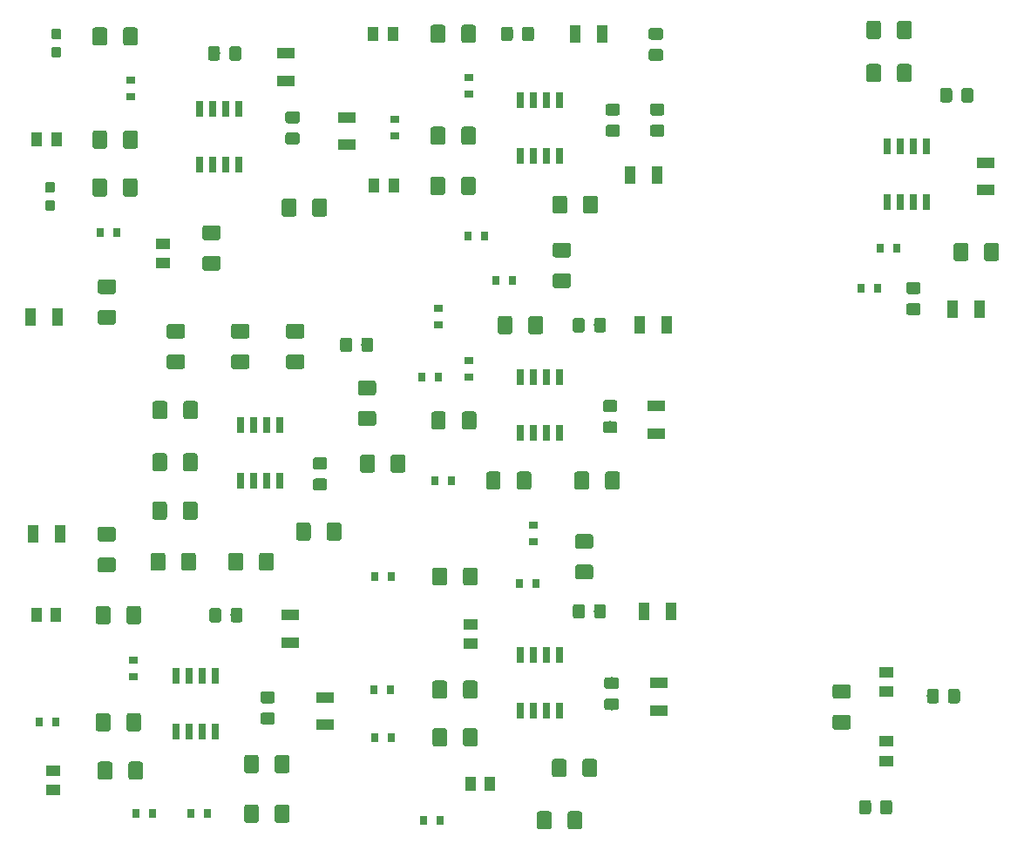
<source format=gtp>
G04 #@! TF.GenerationSoftware,KiCad,Pcbnew,(5.1.2)-2*
G04 #@! TF.CreationDate,2021-02-16T01:53:11-08:00*
G04 #@! TF.ProjectId,FiveStageStereoEQ,46697665-5374-4616-9765-53746572656f,v01*
G04 #@! TF.SameCoordinates,Original*
G04 #@! TF.FileFunction,Paste,Top*
G04 #@! TF.FilePolarity,Positive*
%FSLAX46Y46*%
G04 Gerber Fmt 4.6, Leading zero omitted, Abs format (unit mm)*
G04 Created by KiCad (PCBNEW (5.1.2)-2) date 2021-02-16 01:53:11*
%MOMM*%
%LPD*%
G04 APERTURE LIST*
%ADD10R,0.650000X1.528000*%
%ADD11C,0.100000*%
%ADD12C,1.150000*%
%ADD13C,1.425000*%
%ADD14R,1.120000X1.780000*%
%ADD15R,1.780000X1.120000*%
%ADD16R,1.400000X1.050000*%
%ADD17C,0.950000*%
%ADD18R,1.050000X1.400000*%
%ADD19R,0.950000X0.800000*%
%ADD20R,0.800000X0.950000*%
G04 APERTURE END LIST*
D10*
X173863000Y-72637200D03*
X172593000Y-72637200D03*
X171323000Y-72637200D03*
X170053000Y-72637200D03*
X170053000Y-67215200D03*
X171323000Y-67215200D03*
X172593000Y-67215200D03*
X173863000Y-67215200D03*
X104775000Y-124123000D03*
X103505000Y-124123000D03*
X102235000Y-124123000D03*
X100965000Y-124123000D03*
X100965000Y-118701000D03*
X102235000Y-118701000D03*
X103505000Y-118701000D03*
X104775000Y-118701000D03*
X138176000Y-122091000D03*
X136906000Y-122091000D03*
X135636000Y-122091000D03*
X134366000Y-122091000D03*
X134366000Y-116669000D03*
X135636000Y-116669000D03*
X136906000Y-116669000D03*
X138176000Y-116669000D03*
X138176000Y-95040000D03*
X136906000Y-95040000D03*
X135636000Y-95040000D03*
X134366000Y-95040000D03*
X134366000Y-89618000D03*
X135636000Y-89618000D03*
X136906000Y-89618000D03*
X138176000Y-89618000D03*
X138221720Y-68110920D03*
X136951720Y-68110920D03*
X135681720Y-68110920D03*
X134411720Y-68110920D03*
X134411720Y-62688920D03*
X135681720Y-62688920D03*
X136951720Y-62688920D03*
X138221720Y-62688920D03*
X107061000Y-68969440D03*
X105791000Y-68969440D03*
X104521000Y-68969440D03*
X103251000Y-68969440D03*
X103251000Y-63547440D03*
X104521000Y-63547440D03*
X105791000Y-63547440D03*
X107061000Y-63547440D03*
X110998000Y-99695000D03*
X109728000Y-99695000D03*
X108458000Y-99695000D03*
X107188000Y-99695000D03*
X107188000Y-94273000D03*
X108458000Y-94273000D03*
X109728000Y-94273000D03*
X110998000Y-94273000D03*
D11*
G36*
X174829505Y-119951204D02*
G01*
X174853773Y-119954804D01*
X174877572Y-119960765D01*
X174900671Y-119969030D01*
X174922850Y-119979520D01*
X174943893Y-119992132D01*
X174963599Y-120006747D01*
X174981777Y-120023223D01*
X174998253Y-120041401D01*
X175012868Y-120061107D01*
X175025480Y-120082150D01*
X175035970Y-120104329D01*
X175044235Y-120127428D01*
X175050196Y-120151227D01*
X175053796Y-120175495D01*
X175055000Y-120199999D01*
X175055000Y-121100001D01*
X175053796Y-121124505D01*
X175050196Y-121148773D01*
X175044235Y-121172572D01*
X175035970Y-121195671D01*
X175025480Y-121217850D01*
X175012868Y-121238893D01*
X174998253Y-121258599D01*
X174981777Y-121276777D01*
X174963599Y-121293253D01*
X174943893Y-121307868D01*
X174922850Y-121320480D01*
X174900671Y-121330970D01*
X174877572Y-121339235D01*
X174853773Y-121345196D01*
X174829505Y-121348796D01*
X174805001Y-121350000D01*
X174154999Y-121350000D01*
X174130495Y-121348796D01*
X174106227Y-121345196D01*
X174082428Y-121339235D01*
X174059329Y-121330970D01*
X174037150Y-121320480D01*
X174016107Y-121307868D01*
X173996401Y-121293253D01*
X173978223Y-121276777D01*
X173961747Y-121258599D01*
X173947132Y-121238893D01*
X173934520Y-121217850D01*
X173924030Y-121195671D01*
X173915765Y-121172572D01*
X173909804Y-121148773D01*
X173906204Y-121124505D01*
X173905000Y-121100001D01*
X173905000Y-120199999D01*
X173906204Y-120175495D01*
X173909804Y-120151227D01*
X173915765Y-120127428D01*
X173924030Y-120104329D01*
X173934520Y-120082150D01*
X173947132Y-120061107D01*
X173961747Y-120041401D01*
X173978223Y-120023223D01*
X173996401Y-120006747D01*
X174016107Y-119992132D01*
X174037150Y-119979520D01*
X174059329Y-119969030D01*
X174082428Y-119960765D01*
X174106227Y-119954804D01*
X174130495Y-119951204D01*
X174154999Y-119950000D01*
X174805001Y-119950000D01*
X174829505Y-119951204D01*
X174829505Y-119951204D01*
G37*
D12*
X174480000Y-120650000D03*
D11*
G36*
X176879505Y-119951204D02*
G01*
X176903773Y-119954804D01*
X176927572Y-119960765D01*
X176950671Y-119969030D01*
X176972850Y-119979520D01*
X176993893Y-119992132D01*
X177013599Y-120006747D01*
X177031777Y-120023223D01*
X177048253Y-120041401D01*
X177062868Y-120061107D01*
X177075480Y-120082150D01*
X177085970Y-120104329D01*
X177094235Y-120127428D01*
X177100196Y-120151227D01*
X177103796Y-120175495D01*
X177105000Y-120199999D01*
X177105000Y-121100001D01*
X177103796Y-121124505D01*
X177100196Y-121148773D01*
X177094235Y-121172572D01*
X177085970Y-121195671D01*
X177075480Y-121217850D01*
X177062868Y-121238893D01*
X177048253Y-121258599D01*
X177031777Y-121276777D01*
X177013599Y-121293253D01*
X176993893Y-121307868D01*
X176972850Y-121320480D01*
X176950671Y-121330970D01*
X176927572Y-121339235D01*
X176903773Y-121345196D01*
X176879505Y-121348796D01*
X176855001Y-121350000D01*
X176204999Y-121350000D01*
X176180495Y-121348796D01*
X176156227Y-121345196D01*
X176132428Y-121339235D01*
X176109329Y-121330970D01*
X176087150Y-121320480D01*
X176066107Y-121307868D01*
X176046401Y-121293253D01*
X176028223Y-121276777D01*
X176011747Y-121258599D01*
X175997132Y-121238893D01*
X175984520Y-121217850D01*
X175974030Y-121195671D01*
X175965765Y-121172572D01*
X175959804Y-121148773D01*
X175956204Y-121124505D01*
X175955000Y-121100001D01*
X175955000Y-120199999D01*
X175956204Y-120175495D01*
X175959804Y-120151227D01*
X175965765Y-120127428D01*
X175974030Y-120104329D01*
X175984520Y-120082150D01*
X175997132Y-120061107D01*
X176011747Y-120041401D01*
X176028223Y-120023223D01*
X176046401Y-120006747D01*
X176066107Y-119992132D01*
X176087150Y-119979520D01*
X176109329Y-119969030D01*
X176132428Y-119960765D01*
X176156227Y-119954804D01*
X176180495Y-119951204D01*
X176204999Y-119950000D01*
X176855001Y-119950000D01*
X176879505Y-119951204D01*
X176879505Y-119951204D01*
G37*
D12*
X176530000Y-120650000D03*
D11*
G36*
X170293505Y-130746204D02*
G01*
X170317773Y-130749804D01*
X170341572Y-130755765D01*
X170364671Y-130764030D01*
X170386850Y-130774520D01*
X170407893Y-130787132D01*
X170427599Y-130801747D01*
X170445777Y-130818223D01*
X170462253Y-130836401D01*
X170476868Y-130856107D01*
X170489480Y-130877150D01*
X170499970Y-130899329D01*
X170508235Y-130922428D01*
X170514196Y-130946227D01*
X170517796Y-130970495D01*
X170519000Y-130994999D01*
X170519000Y-131895001D01*
X170517796Y-131919505D01*
X170514196Y-131943773D01*
X170508235Y-131967572D01*
X170499970Y-131990671D01*
X170489480Y-132012850D01*
X170476868Y-132033893D01*
X170462253Y-132053599D01*
X170445777Y-132071777D01*
X170427599Y-132088253D01*
X170407893Y-132102868D01*
X170386850Y-132115480D01*
X170364671Y-132125970D01*
X170341572Y-132134235D01*
X170317773Y-132140196D01*
X170293505Y-132143796D01*
X170269001Y-132145000D01*
X169618999Y-132145000D01*
X169594495Y-132143796D01*
X169570227Y-132140196D01*
X169546428Y-132134235D01*
X169523329Y-132125970D01*
X169501150Y-132115480D01*
X169480107Y-132102868D01*
X169460401Y-132088253D01*
X169442223Y-132071777D01*
X169425747Y-132053599D01*
X169411132Y-132033893D01*
X169398520Y-132012850D01*
X169388030Y-131990671D01*
X169379765Y-131967572D01*
X169373804Y-131943773D01*
X169370204Y-131919505D01*
X169369000Y-131895001D01*
X169369000Y-130994999D01*
X169370204Y-130970495D01*
X169373804Y-130946227D01*
X169379765Y-130922428D01*
X169388030Y-130899329D01*
X169398520Y-130877150D01*
X169411132Y-130856107D01*
X169425747Y-130836401D01*
X169442223Y-130818223D01*
X169460401Y-130801747D01*
X169480107Y-130787132D01*
X169501150Y-130774520D01*
X169523329Y-130764030D01*
X169546428Y-130755765D01*
X169570227Y-130749804D01*
X169594495Y-130746204D01*
X169618999Y-130745000D01*
X170269001Y-130745000D01*
X170293505Y-130746204D01*
X170293505Y-130746204D01*
G37*
D12*
X169944000Y-131445000D03*
D11*
G36*
X168243505Y-130746204D02*
G01*
X168267773Y-130749804D01*
X168291572Y-130755765D01*
X168314671Y-130764030D01*
X168336850Y-130774520D01*
X168357893Y-130787132D01*
X168377599Y-130801747D01*
X168395777Y-130818223D01*
X168412253Y-130836401D01*
X168426868Y-130856107D01*
X168439480Y-130877150D01*
X168449970Y-130899329D01*
X168458235Y-130922428D01*
X168464196Y-130946227D01*
X168467796Y-130970495D01*
X168469000Y-130994999D01*
X168469000Y-131895001D01*
X168467796Y-131919505D01*
X168464196Y-131943773D01*
X168458235Y-131967572D01*
X168449970Y-131990671D01*
X168439480Y-132012850D01*
X168426868Y-132033893D01*
X168412253Y-132053599D01*
X168395777Y-132071777D01*
X168377599Y-132088253D01*
X168357893Y-132102868D01*
X168336850Y-132115480D01*
X168314671Y-132125970D01*
X168291572Y-132134235D01*
X168267773Y-132140196D01*
X168243505Y-132143796D01*
X168219001Y-132145000D01*
X167568999Y-132145000D01*
X167544495Y-132143796D01*
X167520227Y-132140196D01*
X167496428Y-132134235D01*
X167473329Y-132125970D01*
X167451150Y-132115480D01*
X167430107Y-132102868D01*
X167410401Y-132088253D01*
X167392223Y-132071777D01*
X167375747Y-132053599D01*
X167361132Y-132033893D01*
X167348520Y-132012850D01*
X167338030Y-131990671D01*
X167329765Y-131967572D01*
X167323804Y-131943773D01*
X167320204Y-131919505D01*
X167319000Y-131895001D01*
X167319000Y-130994999D01*
X167320204Y-130970495D01*
X167323804Y-130946227D01*
X167329765Y-130922428D01*
X167338030Y-130899329D01*
X167348520Y-130877150D01*
X167361132Y-130856107D01*
X167375747Y-130836401D01*
X167392223Y-130818223D01*
X167410401Y-130801747D01*
X167430107Y-130787132D01*
X167451150Y-130774520D01*
X167473329Y-130764030D01*
X167496428Y-130755765D01*
X167520227Y-130749804D01*
X167544495Y-130746204D01*
X167568999Y-130745000D01*
X168219001Y-130745000D01*
X168243505Y-130746204D01*
X168243505Y-130746204D01*
G37*
D12*
X167894000Y-131445000D03*
D11*
G36*
X166257504Y-122466664D02*
G01*
X166281773Y-122470264D01*
X166305571Y-122476225D01*
X166328671Y-122484490D01*
X166350849Y-122494980D01*
X166371893Y-122507593D01*
X166391598Y-122522207D01*
X166409777Y-122538683D01*
X166426253Y-122556862D01*
X166440867Y-122576567D01*
X166453480Y-122597611D01*
X166463970Y-122619789D01*
X166472235Y-122642889D01*
X166478196Y-122666687D01*
X166481796Y-122690956D01*
X166483000Y-122715460D01*
X166483000Y-123640460D01*
X166481796Y-123664964D01*
X166478196Y-123689233D01*
X166472235Y-123713031D01*
X166463970Y-123736131D01*
X166453480Y-123758309D01*
X166440867Y-123779353D01*
X166426253Y-123799058D01*
X166409777Y-123817237D01*
X166391598Y-123833713D01*
X166371893Y-123848327D01*
X166350849Y-123860940D01*
X166328671Y-123871430D01*
X166305571Y-123879695D01*
X166281773Y-123885656D01*
X166257504Y-123889256D01*
X166233000Y-123890460D01*
X164983000Y-123890460D01*
X164958496Y-123889256D01*
X164934227Y-123885656D01*
X164910429Y-123879695D01*
X164887329Y-123871430D01*
X164865151Y-123860940D01*
X164844107Y-123848327D01*
X164824402Y-123833713D01*
X164806223Y-123817237D01*
X164789747Y-123799058D01*
X164775133Y-123779353D01*
X164762520Y-123758309D01*
X164752030Y-123736131D01*
X164743765Y-123713031D01*
X164737804Y-123689233D01*
X164734204Y-123664964D01*
X164733000Y-123640460D01*
X164733000Y-122715460D01*
X164734204Y-122690956D01*
X164737804Y-122666687D01*
X164743765Y-122642889D01*
X164752030Y-122619789D01*
X164762520Y-122597611D01*
X164775133Y-122576567D01*
X164789747Y-122556862D01*
X164806223Y-122538683D01*
X164824402Y-122522207D01*
X164844107Y-122507593D01*
X164865151Y-122494980D01*
X164887329Y-122484490D01*
X164910429Y-122476225D01*
X164934227Y-122470264D01*
X164958496Y-122466664D01*
X164983000Y-122465460D01*
X166233000Y-122465460D01*
X166257504Y-122466664D01*
X166257504Y-122466664D01*
G37*
D13*
X165608000Y-123177960D03*
D11*
G36*
X166257504Y-119491664D02*
G01*
X166281773Y-119495264D01*
X166305571Y-119501225D01*
X166328671Y-119509490D01*
X166350849Y-119519980D01*
X166371893Y-119532593D01*
X166391598Y-119547207D01*
X166409777Y-119563683D01*
X166426253Y-119581862D01*
X166440867Y-119601567D01*
X166453480Y-119622611D01*
X166463970Y-119644789D01*
X166472235Y-119667889D01*
X166478196Y-119691687D01*
X166481796Y-119715956D01*
X166483000Y-119740460D01*
X166483000Y-120665460D01*
X166481796Y-120689964D01*
X166478196Y-120714233D01*
X166472235Y-120738031D01*
X166463970Y-120761131D01*
X166453480Y-120783309D01*
X166440867Y-120804353D01*
X166426253Y-120824058D01*
X166409777Y-120842237D01*
X166391598Y-120858713D01*
X166371893Y-120873327D01*
X166350849Y-120885940D01*
X166328671Y-120896430D01*
X166305571Y-120904695D01*
X166281773Y-120910656D01*
X166257504Y-120914256D01*
X166233000Y-120915460D01*
X164983000Y-120915460D01*
X164958496Y-120914256D01*
X164934227Y-120910656D01*
X164910429Y-120904695D01*
X164887329Y-120896430D01*
X164865151Y-120885940D01*
X164844107Y-120873327D01*
X164824402Y-120858713D01*
X164806223Y-120842237D01*
X164789747Y-120824058D01*
X164775133Y-120804353D01*
X164762520Y-120783309D01*
X164752030Y-120761131D01*
X164743765Y-120738031D01*
X164737804Y-120714233D01*
X164734204Y-120689964D01*
X164733000Y-120665460D01*
X164733000Y-119740460D01*
X164734204Y-119715956D01*
X164737804Y-119691687D01*
X164743765Y-119667889D01*
X164752030Y-119644789D01*
X164762520Y-119622611D01*
X164775133Y-119601567D01*
X164789747Y-119581862D01*
X164806223Y-119563683D01*
X164824402Y-119547207D01*
X164844107Y-119532593D01*
X164865151Y-119519980D01*
X164887329Y-119509490D01*
X164910429Y-119501225D01*
X164934227Y-119495264D01*
X164958496Y-119491664D01*
X164983000Y-119490460D01*
X166233000Y-119490460D01*
X166257504Y-119491664D01*
X166257504Y-119491664D01*
G37*
D13*
X165608000Y-120202960D03*
D14*
X89433400Y-83820000D03*
X86773400Y-83820000D03*
D11*
G36*
X113807504Y-103774204D02*
G01*
X113831773Y-103777804D01*
X113855571Y-103783765D01*
X113878671Y-103792030D01*
X113900849Y-103802520D01*
X113921893Y-103815133D01*
X113941598Y-103829747D01*
X113959777Y-103846223D01*
X113976253Y-103864402D01*
X113990867Y-103884107D01*
X114003480Y-103905151D01*
X114013970Y-103927329D01*
X114022235Y-103950429D01*
X114028196Y-103974227D01*
X114031796Y-103998496D01*
X114033000Y-104023000D01*
X114033000Y-105273000D01*
X114031796Y-105297504D01*
X114028196Y-105321773D01*
X114022235Y-105345571D01*
X114013970Y-105368671D01*
X114003480Y-105390849D01*
X113990867Y-105411893D01*
X113976253Y-105431598D01*
X113959777Y-105449777D01*
X113941598Y-105466253D01*
X113921893Y-105480867D01*
X113900849Y-105493480D01*
X113878671Y-105503970D01*
X113855571Y-105512235D01*
X113831773Y-105518196D01*
X113807504Y-105521796D01*
X113783000Y-105523000D01*
X112858000Y-105523000D01*
X112833496Y-105521796D01*
X112809227Y-105518196D01*
X112785429Y-105512235D01*
X112762329Y-105503970D01*
X112740151Y-105493480D01*
X112719107Y-105480867D01*
X112699402Y-105466253D01*
X112681223Y-105449777D01*
X112664747Y-105431598D01*
X112650133Y-105411893D01*
X112637520Y-105390849D01*
X112627030Y-105368671D01*
X112618765Y-105345571D01*
X112612804Y-105321773D01*
X112609204Y-105297504D01*
X112608000Y-105273000D01*
X112608000Y-104023000D01*
X112609204Y-103998496D01*
X112612804Y-103974227D01*
X112618765Y-103950429D01*
X112627030Y-103927329D01*
X112637520Y-103905151D01*
X112650133Y-103884107D01*
X112664747Y-103864402D01*
X112681223Y-103846223D01*
X112699402Y-103829747D01*
X112719107Y-103815133D01*
X112740151Y-103802520D01*
X112762329Y-103792030D01*
X112785429Y-103783765D01*
X112809227Y-103777804D01*
X112833496Y-103774204D01*
X112858000Y-103773000D01*
X113783000Y-103773000D01*
X113807504Y-103774204D01*
X113807504Y-103774204D01*
G37*
D13*
X113320500Y-104648000D03*
D11*
G36*
X116782504Y-103774204D02*
G01*
X116806773Y-103777804D01*
X116830571Y-103783765D01*
X116853671Y-103792030D01*
X116875849Y-103802520D01*
X116896893Y-103815133D01*
X116916598Y-103829747D01*
X116934777Y-103846223D01*
X116951253Y-103864402D01*
X116965867Y-103884107D01*
X116978480Y-103905151D01*
X116988970Y-103927329D01*
X116997235Y-103950429D01*
X117003196Y-103974227D01*
X117006796Y-103998496D01*
X117008000Y-104023000D01*
X117008000Y-105273000D01*
X117006796Y-105297504D01*
X117003196Y-105321773D01*
X116997235Y-105345571D01*
X116988970Y-105368671D01*
X116978480Y-105390849D01*
X116965867Y-105411893D01*
X116951253Y-105431598D01*
X116934777Y-105449777D01*
X116916598Y-105466253D01*
X116896893Y-105480867D01*
X116875849Y-105493480D01*
X116853671Y-105503970D01*
X116830571Y-105512235D01*
X116806773Y-105518196D01*
X116782504Y-105521796D01*
X116758000Y-105523000D01*
X115833000Y-105523000D01*
X115808496Y-105521796D01*
X115784227Y-105518196D01*
X115760429Y-105512235D01*
X115737329Y-105503970D01*
X115715151Y-105493480D01*
X115694107Y-105480867D01*
X115674402Y-105466253D01*
X115656223Y-105449777D01*
X115639747Y-105431598D01*
X115625133Y-105411893D01*
X115612520Y-105390849D01*
X115602030Y-105368671D01*
X115593765Y-105345571D01*
X115587804Y-105321773D01*
X115584204Y-105297504D01*
X115583000Y-105273000D01*
X115583000Y-104023000D01*
X115584204Y-103998496D01*
X115587804Y-103974227D01*
X115593765Y-103950429D01*
X115602030Y-103927329D01*
X115612520Y-103905151D01*
X115625133Y-103884107D01*
X115639747Y-103864402D01*
X115656223Y-103846223D01*
X115674402Y-103829747D01*
X115694107Y-103815133D01*
X115715151Y-103802520D01*
X115737329Y-103792030D01*
X115760429Y-103783765D01*
X115784227Y-103777804D01*
X115808496Y-103774204D01*
X115833000Y-103773000D01*
X116758000Y-103773000D01*
X116782504Y-103774204D01*
X116782504Y-103774204D01*
G37*
D13*
X116295500Y-104648000D03*
D11*
G36*
X120156504Y-89966704D02*
G01*
X120180773Y-89970304D01*
X120204571Y-89976265D01*
X120227671Y-89984530D01*
X120249849Y-89995020D01*
X120270893Y-90007633D01*
X120290598Y-90022247D01*
X120308777Y-90038723D01*
X120325253Y-90056902D01*
X120339867Y-90076607D01*
X120352480Y-90097651D01*
X120362970Y-90119829D01*
X120371235Y-90142929D01*
X120377196Y-90166727D01*
X120380796Y-90190996D01*
X120382000Y-90215500D01*
X120382000Y-91140500D01*
X120380796Y-91165004D01*
X120377196Y-91189273D01*
X120371235Y-91213071D01*
X120362970Y-91236171D01*
X120352480Y-91258349D01*
X120339867Y-91279393D01*
X120325253Y-91299098D01*
X120308777Y-91317277D01*
X120290598Y-91333753D01*
X120270893Y-91348367D01*
X120249849Y-91360980D01*
X120227671Y-91371470D01*
X120204571Y-91379735D01*
X120180773Y-91385696D01*
X120156504Y-91389296D01*
X120132000Y-91390500D01*
X118882000Y-91390500D01*
X118857496Y-91389296D01*
X118833227Y-91385696D01*
X118809429Y-91379735D01*
X118786329Y-91371470D01*
X118764151Y-91360980D01*
X118743107Y-91348367D01*
X118723402Y-91333753D01*
X118705223Y-91317277D01*
X118688747Y-91299098D01*
X118674133Y-91279393D01*
X118661520Y-91258349D01*
X118651030Y-91236171D01*
X118642765Y-91213071D01*
X118636804Y-91189273D01*
X118633204Y-91165004D01*
X118632000Y-91140500D01*
X118632000Y-90215500D01*
X118633204Y-90190996D01*
X118636804Y-90166727D01*
X118642765Y-90142929D01*
X118651030Y-90119829D01*
X118661520Y-90097651D01*
X118674133Y-90076607D01*
X118688747Y-90056902D01*
X118705223Y-90038723D01*
X118723402Y-90022247D01*
X118743107Y-90007633D01*
X118764151Y-89995020D01*
X118786329Y-89984530D01*
X118809429Y-89976265D01*
X118833227Y-89970304D01*
X118857496Y-89966704D01*
X118882000Y-89965500D01*
X120132000Y-89965500D01*
X120156504Y-89966704D01*
X120156504Y-89966704D01*
G37*
D13*
X119507000Y-90678000D03*
D11*
G36*
X120156504Y-92941704D02*
G01*
X120180773Y-92945304D01*
X120204571Y-92951265D01*
X120227671Y-92959530D01*
X120249849Y-92970020D01*
X120270893Y-92982633D01*
X120290598Y-92997247D01*
X120308777Y-93013723D01*
X120325253Y-93031902D01*
X120339867Y-93051607D01*
X120352480Y-93072651D01*
X120362970Y-93094829D01*
X120371235Y-93117929D01*
X120377196Y-93141727D01*
X120380796Y-93165996D01*
X120382000Y-93190500D01*
X120382000Y-94115500D01*
X120380796Y-94140004D01*
X120377196Y-94164273D01*
X120371235Y-94188071D01*
X120362970Y-94211171D01*
X120352480Y-94233349D01*
X120339867Y-94254393D01*
X120325253Y-94274098D01*
X120308777Y-94292277D01*
X120290598Y-94308753D01*
X120270893Y-94323367D01*
X120249849Y-94335980D01*
X120227671Y-94346470D01*
X120204571Y-94354735D01*
X120180773Y-94360696D01*
X120156504Y-94364296D01*
X120132000Y-94365500D01*
X118882000Y-94365500D01*
X118857496Y-94364296D01*
X118833227Y-94360696D01*
X118809429Y-94354735D01*
X118786329Y-94346470D01*
X118764151Y-94335980D01*
X118743107Y-94323367D01*
X118723402Y-94308753D01*
X118705223Y-94292277D01*
X118688747Y-94274098D01*
X118674133Y-94254393D01*
X118661520Y-94233349D01*
X118651030Y-94211171D01*
X118642765Y-94188071D01*
X118636804Y-94164273D01*
X118633204Y-94140004D01*
X118632000Y-94115500D01*
X118632000Y-93190500D01*
X118633204Y-93165996D01*
X118636804Y-93141727D01*
X118642765Y-93117929D01*
X118651030Y-93094829D01*
X118661520Y-93072651D01*
X118674133Y-93051607D01*
X118688747Y-93031902D01*
X118705223Y-93013723D01*
X118723402Y-92997247D01*
X118743107Y-92982633D01*
X118764151Y-92970020D01*
X118786329Y-92959530D01*
X118809429Y-92951265D01*
X118833227Y-92945304D01*
X118857496Y-92941704D01*
X118882000Y-92940500D01*
X120132000Y-92940500D01*
X120156504Y-92941704D01*
X120156504Y-92941704D01*
G37*
D13*
X119507000Y-93653000D03*
D11*
G36*
X94032004Y-55641204D02*
G01*
X94056273Y-55644804D01*
X94080071Y-55650765D01*
X94103171Y-55659030D01*
X94125349Y-55669520D01*
X94146393Y-55682133D01*
X94166098Y-55696747D01*
X94184277Y-55713223D01*
X94200753Y-55731402D01*
X94215367Y-55751107D01*
X94227980Y-55772151D01*
X94238470Y-55794329D01*
X94246735Y-55817429D01*
X94252696Y-55841227D01*
X94256296Y-55865496D01*
X94257500Y-55890000D01*
X94257500Y-57140000D01*
X94256296Y-57164504D01*
X94252696Y-57188773D01*
X94246735Y-57212571D01*
X94238470Y-57235671D01*
X94227980Y-57257849D01*
X94215367Y-57278893D01*
X94200753Y-57298598D01*
X94184277Y-57316777D01*
X94166098Y-57333253D01*
X94146393Y-57347867D01*
X94125349Y-57360480D01*
X94103171Y-57370970D01*
X94080071Y-57379235D01*
X94056273Y-57385196D01*
X94032004Y-57388796D01*
X94007500Y-57390000D01*
X93082500Y-57390000D01*
X93057996Y-57388796D01*
X93033727Y-57385196D01*
X93009929Y-57379235D01*
X92986829Y-57370970D01*
X92964651Y-57360480D01*
X92943607Y-57347867D01*
X92923902Y-57333253D01*
X92905723Y-57316777D01*
X92889247Y-57298598D01*
X92874633Y-57278893D01*
X92862020Y-57257849D01*
X92851530Y-57235671D01*
X92843265Y-57212571D01*
X92837304Y-57188773D01*
X92833704Y-57164504D01*
X92832500Y-57140000D01*
X92832500Y-55890000D01*
X92833704Y-55865496D01*
X92837304Y-55841227D01*
X92843265Y-55817429D01*
X92851530Y-55794329D01*
X92862020Y-55772151D01*
X92874633Y-55751107D01*
X92889247Y-55731402D01*
X92905723Y-55713223D01*
X92923902Y-55696747D01*
X92943607Y-55682133D01*
X92964651Y-55669520D01*
X92986829Y-55659030D01*
X93009929Y-55650765D01*
X93033727Y-55644804D01*
X93057996Y-55641204D01*
X93082500Y-55640000D01*
X94007500Y-55640000D01*
X94032004Y-55641204D01*
X94032004Y-55641204D01*
G37*
D13*
X93545000Y-56515000D03*
D11*
G36*
X97007004Y-55641204D02*
G01*
X97031273Y-55644804D01*
X97055071Y-55650765D01*
X97078171Y-55659030D01*
X97100349Y-55669520D01*
X97121393Y-55682133D01*
X97141098Y-55696747D01*
X97159277Y-55713223D01*
X97175753Y-55731402D01*
X97190367Y-55751107D01*
X97202980Y-55772151D01*
X97213470Y-55794329D01*
X97221735Y-55817429D01*
X97227696Y-55841227D01*
X97231296Y-55865496D01*
X97232500Y-55890000D01*
X97232500Y-57140000D01*
X97231296Y-57164504D01*
X97227696Y-57188773D01*
X97221735Y-57212571D01*
X97213470Y-57235671D01*
X97202980Y-57257849D01*
X97190367Y-57278893D01*
X97175753Y-57298598D01*
X97159277Y-57316777D01*
X97141098Y-57333253D01*
X97121393Y-57347867D01*
X97100349Y-57360480D01*
X97078171Y-57370970D01*
X97055071Y-57379235D01*
X97031273Y-57385196D01*
X97007004Y-57388796D01*
X96982500Y-57390000D01*
X96057500Y-57390000D01*
X96032996Y-57388796D01*
X96008727Y-57385196D01*
X95984929Y-57379235D01*
X95961829Y-57370970D01*
X95939651Y-57360480D01*
X95918607Y-57347867D01*
X95898902Y-57333253D01*
X95880723Y-57316777D01*
X95864247Y-57298598D01*
X95849633Y-57278893D01*
X95837020Y-57257849D01*
X95826530Y-57235671D01*
X95818265Y-57212571D01*
X95812304Y-57188773D01*
X95808704Y-57164504D01*
X95807500Y-57140000D01*
X95807500Y-55890000D01*
X95808704Y-55865496D01*
X95812304Y-55841227D01*
X95818265Y-55817429D01*
X95826530Y-55794329D01*
X95837020Y-55772151D01*
X95849633Y-55751107D01*
X95864247Y-55731402D01*
X95880723Y-55713223D01*
X95898902Y-55696747D01*
X95918607Y-55682133D01*
X95939651Y-55669520D01*
X95961829Y-55659030D01*
X95984929Y-55650765D01*
X96008727Y-55644804D01*
X96032996Y-55641204D01*
X96057500Y-55640000D01*
X96982500Y-55640000D01*
X97007004Y-55641204D01*
X97007004Y-55641204D01*
G37*
D13*
X96520000Y-56515000D03*
D11*
G36*
X97007004Y-65674204D02*
G01*
X97031273Y-65677804D01*
X97055071Y-65683765D01*
X97078171Y-65692030D01*
X97100349Y-65702520D01*
X97121393Y-65715133D01*
X97141098Y-65729747D01*
X97159277Y-65746223D01*
X97175753Y-65764402D01*
X97190367Y-65784107D01*
X97202980Y-65805151D01*
X97213470Y-65827329D01*
X97221735Y-65850429D01*
X97227696Y-65874227D01*
X97231296Y-65898496D01*
X97232500Y-65923000D01*
X97232500Y-67173000D01*
X97231296Y-67197504D01*
X97227696Y-67221773D01*
X97221735Y-67245571D01*
X97213470Y-67268671D01*
X97202980Y-67290849D01*
X97190367Y-67311893D01*
X97175753Y-67331598D01*
X97159277Y-67349777D01*
X97141098Y-67366253D01*
X97121393Y-67380867D01*
X97100349Y-67393480D01*
X97078171Y-67403970D01*
X97055071Y-67412235D01*
X97031273Y-67418196D01*
X97007004Y-67421796D01*
X96982500Y-67423000D01*
X96057500Y-67423000D01*
X96032996Y-67421796D01*
X96008727Y-67418196D01*
X95984929Y-67412235D01*
X95961829Y-67403970D01*
X95939651Y-67393480D01*
X95918607Y-67380867D01*
X95898902Y-67366253D01*
X95880723Y-67349777D01*
X95864247Y-67331598D01*
X95849633Y-67311893D01*
X95837020Y-67290849D01*
X95826530Y-67268671D01*
X95818265Y-67245571D01*
X95812304Y-67221773D01*
X95808704Y-67197504D01*
X95807500Y-67173000D01*
X95807500Y-65923000D01*
X95808704Y-65898496D01*
X95812304Y-65874227D01*
X95818265Y-65850429D01*
X95826530Y-65827329D01*
X95837020Y-65805151D01*
X95849633Y-65784107D01*
X95864247Y-65764402D01*
X95880723Y-65746223D01*
X95898902Y-65729747D01*
X95918607Y-65715133D01*
X95939651Y-65702520D01*
X95961829Y-65692030D01*
X95984929Y-65683765D01*
X96008727Y-65677804D01*
X96032996Y-65674204D01*
X96057500Y-65673000D01*
X96982500Y-65673000D01*
X97007004Y-65674204D01*
X97007004Y-65674204D01*
G37*
D13*
X96520000Y-66548000D03*
D11*
G36*
X94032004Y-65674204D02*
G01*
X94056273Y-65677804D01*
X94080071Y-65683765D01*
X94103171Y-65692030D01*
X94125349Y-65702520D01*
X94146393Y-65715133D01*
X94166098Y-65729747D01*
X94184277Y-65746223D01*
X94200753Y-65764402D01*
X94215367Y-65784107D01*
X94227980Y-65805151D01*
X94238470Y-65827329D01*
X94246735Y-65850429D01*
X94252696Y-65874227D01*
X94256296Y-65898496D01*
X94257500Y-65923000D01*
X94257500Y-67173000D01*
X94256296Y-67197504D01*
X94252696Y-67221773D01*
X94246735Y-67245571D01*
X94238470Y-67268671D01*
X94227980Y-67290849D01*
X94215367Y-67311893D01*
X94200753Y-67331598D01*
X94184277Y-67349777D01*
X94166098Y-67366253D01*
X94146393Y-67380867D01*
X94125349Y-67393480D01*
X94103171Y-67403970D01*
X94080071Y-67412235D01*
X94056273Y-67418196D01*
X94032004Y-67421796D01*
X94007500Y-67423000D01*
X93082500Y-67423000D01*
X93057996Y-67421796D01*
X93033727Y-67418196D01*
X93009929Y-67412235D01*
X92986829Y-67403970D01*
X92964651Y-67393480D01*
X92943607Y-67380867D01*
X92923902Y-67366253D01*
X92905723Y-67349777D01*
X92889247Y-67331598D01*
X92874633Y-67311893D01*
X92862020Y-67290849D01*
X92851530Y-67268671D01*
X92843265Y-67245571D01*
X92837304Y-67221773D01*
X92833704Y-67197504D01*
X92832500Y-67173000D01*
X92832500Y-65923000D01*
X92833704Y-65898496D01*
X92837304Y-65874227D01*
X92843265Y-65850429D01*
X92851530Y-65827329D01*
X92862020Y-65805151D01*
X92874633Y-65784107D01*
X92889247Y-65764402D01*
X92905723Y-65746223D01*
X92923902Y-65729747D01*
X92943607Y-65715133D01*
X92964651Y-65702520D01*
X92986829Y-65692030D01*
X93009929Y-65683765D01*
X93033727Y-65677804D01*
X93057996Y-65674204D01*
X93082500Y-65673000D01*
X94007500Y-65673000D01*
X94032004Y-65674204D01*
X94032004Y-65674204D01*
G37*
D13*
X93545000Y-66548000D03*
D11*
G36*
X126888504Y-55387204D02*
G01*
X126912773Y-55390804D01*
X126936571Y-55396765D01*
X126959671Y-55405030D01*
X126981849Y-55415520D01*
X127002893Y-55428133D01*
X127022598Y-55442747D01*
X127040777Y-55459223D01*
X127057253Y-55477402D01*
X127071867Y-55497107D01*
X127084480Y-55518151D01*
X127094970Y-55540329D01*
X127103235Y-55563429D01*
X127109196Y-55587227D01*
X127112796Y-55611496D01*
X127114000Y-55636000D01*
X127114000Y-56886000D01*
X127112796Y-56910504D01*
X127109196Y-56934773D01*
X127103235Y-56958571D01*
X127094970Y-56981671D01*
X127084480Y-57003849D01*
X127071867Y-57024893D01*
X127057253Y-57044598D01*
X127040777Y-57062777D01*
X127022598Y-57079253D01*
X127002893Y-57093867D01*
X126981849Y-57106480D01*
X126959671Y-57116970D01*
X126936571Y-57125235D01*
X126912773Y-57131196D01*
X126888504Y-57134796D01*
X126864000Y-57136000D01*
X125939000Y-57136000D01*
X125914496Y-57134796D01*
X125890227Y-57131196D01*
X125866429Y-57125235D01*
X125843329Y-57116970D01*
X125821151Y-57106480D01*
X125800107Y-57093867D01*
X125780402Y-57079253D01*
X125762223Y-57062777D01*
X125745747Y-57044598D01*
X125731133Y-57024893D01*
X125718520Y-57003849D01*
X125708030Y-56981671D01*
X125699765Y-56958571D01*
X125693804Y-56934773D01*
X125690204Y-56910504D01*
X125689000Y-56886000D01*
X125689000Y-55636000D01*
X125690204Y-55611496D01*
X125693804Y-55587227D01*
X125699765Y-55563429D01*
X125708030Y-55540329D01*
X125718520Y-55518151D01*
X125731133Y-55497107D01*
X125745747Y-55477402D01*
X125762223Y-55459223D01*
X125780402Y-55442747D01*
X125800107Y-55428133D01*
X125821151Y-55415520D01*
X125843329Y-55405030D01*
X125866429Y-55396765D01*
X125890227Y-55390804D01*
X125914496Y-55387204D01*
X125939000Y-55386000D01*
X126864000Y-55386000D01*
X126888504Y-55387204D01*
X126888504Y-55387204D01*
G37*
D13*
X126401500Y-56261000D03*
D11*
G36*
X129863504Y-55387204D02*
G01*
X129887773Y-55390804D01*
X129911571Y-55396765D01*
X129934671Y-55405030D01*
X129956849Y-55415520D01*
X129977893Y-55428133D01*
X129997598Y-55442747D01*
X130015777Y-55459223D01*
X130032253Y-55477402D01*
X130046867Y-55497107D01*
X130059480Y-55518151D01*
X130069970Y-55540329D01*
X130078235Y-55563429D01*
X130084196Y-55587227D01*
X130087796Y-55611496D01*
X130089000Y-55636000D01*
X130089000Y-56886000D01*
X130087796Y-56910504D01*
X130084196Y-56934773D01*
X130078235Y-56958571D01*
X130069970Y-56981671D01*
X130059480Y-57003849D01*
X130046867Y-57024893D01*
X130032253Y-57044598D01*
X130015777Y-57062777D01*
X129997598Y-57079253D01*
X129977893Y-57093867D01*
X129956849Y-57106480D01*
X129934671Y-57116970D01*
X129911571Y-57125235D01*
X129887773Y-57131196D01*
X129863504Y-57134796D01*
X129839000Y-57136000D01*
X128914000Y-57136000D01*
X128889496Y-57134796D01*
X128865227Y-57131196D01*
X128841429Y-57125235D01*
X128818329Y-57116970D01*
X128796151Y-57106480D01*
X128775107Y-57093867D01*
X128755402Y-57079253D01*
X128737223Y-57062777D01*
X128720747Y-57044598D01*
X128706133Y-57024893D01*
X128693520Y-57003849D01*
X128683030Y-56981671D01*
X128674765Y-56958571D01*
X128668804Y-56934773D01*
X128665204Y-56910504D01*
X128664000Y-56886000D01*
X128664000Y-55636000D01*
X128665204Y-55611496D01*
X128668804Y-55587227D01*
X128674765Y-55563429D01*
X128683030Y-55540329D01*
X128693520Y-55518151D01*
X128706133Y-55497107D01*
X128720747Y-55477402D01*
X128737223Y-55459223D01*
X128755402Y-55442747D01*
X128775107Y-55428133D01*
X128796151Y-55415520D01*
X128818329Y-55405030D01*
X128841429Y-55396765D01*
X128865227Y-55390804D01*
X128889496Y-55387204D01*
X128914000Y-55386000D01*
X129839000Y-55386000D01*
X129863504Y-55387204D01*
X129863504Y-55387204D01*
G37*
D13*
X129376500Y-56261000D03*
D11*
G36*
X129863504Y-65293204D02*
G01*
X129887773Y-65296804D01*
X129911571Y-65302765D01*
X129934671Y-65311030D01*
X129956849Y-65321520D01*
X129977893Y-65334133D01*
X129997598Y-65348747D01*
X130015777Y-65365223D01*
X130032253Y-65383402D01*
X130046867Y-65403107D01*
X130059480Y-65424151D01*
X130069970Y-65446329D01*
X130078235Y-65469429D01*
X130084196Y-65493227D01*
X130087796Y-65517496D01*
X130089000Y-65542000D01*
X130089000Y-66792000D01*
X130087796Y-66816504D01*
X130084196Y-66840773D01*
X130078235Y-66864571D01*
X130069970Y-66887671D01*
X130059480Y-66909849D01*
X130046867Y-66930893D01*
X130032253Y-66950598D01*
X130015777Y-66968777D01*
X129997598Y-66985253D01*
X129977893Y-66999867D01*
X129956849Y-67012480D01*
X129934671Y-67022970D01*
X129911571Y-67031235D01*
X129887773Y-67037196D01*
X129863504Y-67040796D01*
X129839000Y-67042000D01*
X128914000Y-67042000D01*
X128889496Y-67040796D01*
X128865227Y-67037196D01*
X128841429Y-67031235D01*
X128818329Y-67022970D01*
X128796151Y-67012480D01*
X128775107Y-66999867D01*
X128755402Y-66985253D01*
X128737223Y-66968777D01*
X128720747Y-66950598D01*
X128706133Y-66930893D01*
X128693520Y-66909849D01*
X128683030Y-66887671D01*
X128674765Y-66864571D01*
X128668804Y-66840773D01*
X128665204Y-66816504D01*
X128664000Y-66792000D01*
X128664000Y-65542000D01*
X128665204Y-65517496D01*
X128668804Y-65493227D01*
X128674765Y-65469429D01*
X128683030Y-65446329D01*
X128693520Y-65424151D01*
X128706133Y-65403107D01*
X128720747Y-65383402D01*
X128737223Y-65365223D01*
X128755402Y-65348747D01*
X128775107Y-65334133D01*
X128796151Y-65321520D01*
X128818329Y-65311030D01*
X128841429Y-65302765D01*
X128865227Y-65296804D01*
X128889496Y-65293204D01*
X128914000Y-65292000D01*
X129839000Y-65292000D01*
X129863504Y-65293204D01*
X129863504Y-65293204D01*
G37*
D13*
X129376500Y-66167000D03*
D11*
G36*
X126888504Y-65293204D02*
G01*
X126912773Y-65296804D01*
X126936571Y-65302765D01*
X126959671Y-65311030D01*
X126981849Y-65321520D01*
X127002893Y-65334133D01*
X127022598Y-65348747D01*
X127040777Y-65365223D01*
X127057253Y-65383402D01*
X127071867Y-65403107D01*
X127084480Y-65424151D01*
X127094970Y-65446329D01*
X127103235Y-65469429D01*
X127109196Y-65493227D01*
X127112796Y-65517496D01*
X127114000Y-65542000D01*
X127114000Y-66792000D01*
X127112796Y-66816504D01*
X127109196Y-66840773D01*
X127103235Y-66864571D01*
X127094970Y-66887671D01*
X127084480Y-66909849D01*
X127071867Y-66930893D01*
X127057253Y-66950598D01*
X127040777Y-66968777D01*
X127022598Y-66985253D01*
X127002893Y-66999867D01*
X126981849Y-67012480D01*
X126959671Y-67022970D01*
X126936571Y-67031235D01*
X126912773Y-67037196D01*
X126888504Y-67040796D01*
X126864000Y-67042000D01*
X125939000Y-67042000D01*
X125914496Y-67040796D01*
X125890227Y-67037196D01*
X125866429Y-67031235D01*
X125843329Y-67022970D01*
X125821151Y-67012480D01*
X125800107Y-66999867D01*
X125780402Y-66985253D01*
X125762223Y-66968777D01*
X125745747Y-66950598D01*
X125731133Y-66930893D01*
X125718520Y-66909849D01*
X125708030Y-66887671D01*
X125699765Y-66864571D01*
X125693804Y-66840773D01*
X125690204Y-66816504D01*
X125689000Y-66792000D01*
X125689000Y-65542000D01*
X125690204Y-65517496D01*
X125693804Y-65493227D01*
X125699765Y-65469429D01*
X125708030Y-65446329D01*
X125718520Y-65424151D01*
X125731133Y-65403107D01*
X125745747Y-65383402D01*
X125762223Y-65365223D01*
X125780402Y-65348747D01*
X125800107Y-65334133D01*
X125821151Y-65321520D01*
X125843329Y-65311030D01*
X125866429Y-65302765D01*
X125890227Y-65296804D01*
X125914496Y-65293204D01*
X125939000Y-65292000D01*
X126864000Y-65292000D01*
X126888504Y-65293204D01*
X126888504Y-65293204D01*
G37*
D13*
X126401500Y-66167000D03*
D11*
G36*
X136377004Y-83708204D02*
G01*
X136401273Y-83711804D01*
X136425071Y-83717765D01*
X136448171Y-83726030D01*
X136470349Y-83736520D01*
X136491393Y-83749133D01*
X136511098Y-83763747D01*
X136529277Y-83780223D01*
X136545753Y-83798402D01*
X136560367Y-83818107D01*
X136572980Y-83839151D01*
X136583470Y-83861329D01*
X136591735Y-83884429D01*
X136597696Y-83908227D01*
X136601296Y-83932496D01*
X136602500Y-83957000D01*
X136602500Y-85207000D01*
X136601296Y-85231504D01*
X136597696Y-85255773D01*
X136591735Y-85279571D01*
X136583470Y-85302671D01*
X136572980Y-85324849D01*
X136560367Y-85345893D01*
X136545753Y-85365598D01*
X136529277Y-85383777D01*
X136511098Y-85400253D01*
X136491393Y-85414867D01*
X136470349Y-85427480D01*
X136448171Y-85437970D01*
X136425071Y-85446235D01*
X136401273Y-85452196D01*
X136377004Y-85455796D01*
X136352500Y-85457000D01*
X135427500Y-85457000D01*
X135402996Y-85455796D01*
X135378727Y-85452196D01*
X135354929Y-85446235D01*
X135331829Y-85437970D01*
X135309651Y-85427480D01*
X135288607Y-85414867D01*
X135268902Y-85400253D01*
X135250723Y-85383777D01*
X135234247Y-85365598D01*
X135219633Y-85345893D01*
X135207020Y-85324849D01*
X135196530Y-85302671D01*
X135188265Y-85279571D01*
X135182304Y-85255773D01*
X135178704Y-85231504D01*
X135177500Y-85207000D01*
X135177500Y-83957000D01*
X135178704Y-83932496D01*
X135182304Y-83908227D01*
X135188265Y-83884429D01*
X135196530Y-83861329D01*
X135207020Y-83839151D01*
X135219633Y-83818107D01*
X135234247Y-83798402D01*
X135250723Y-83780223D01*
X135268902Y-83763747D01*
X135288607Y-83749133D01*
X135309651Y-83736520D01*
X135331829Y-83726030D01*
X135354929Y-83717765D01*
X135378727Y-83711804D01*
X135402996Y-83708204D01*
X135427500Y-83707000D01*
X136352500Y-83707000D01*
X136377004Y-83708204D01*
X136377004Y-83708204D01*
G37*
D13*
X135890000Y-84582000D03*
D11*
G36*
X133402004Y-83708204D02*
G01*
X133426273Y-83711804D01*
X133450071Y-83717765D01*
X133473171Y-83726030D01*
X133495349Y-83736520D01*
X133516393Y-83749133D01*
X133536098Y-83763747D01*
X133554277Y-83780223D01*
X133570753Y-83798402D01*
X133585367Y-83818107D01*
X133597980Y-83839151D01*
X133608470Y-83861329D01*
X133616735Y-83884429D01*
X133622696Y-83908227D01*
X133626296Y-83932496D01*
X133627500Y-83957000D01*
X133627500Y-85207000D01*
X133626296Y-85231504D01*
X133622696Y-85255773D01*
X133616735Y-85279571D01*
X133608470Y-85302671D01*
X133597980Y-85324849D01*
X133585367Y-85345893D01*
X133570753Y-85365598D01*
X133554277Y-85383777D01*
X133536098Y-85400253D01*
X133516393Y-85414867D01*
X133495349Y-85427480D01*
X133473171Y-85437970D01*
X133450071Y-85446235D01*
X133426273Y-85452196D01*
X133402004Y-85455796D01*
X133377500Y-85457000D01*
X132452500Y-85457000D01*
X132427996Y-85455796D01*
X132403727Y-85452196D01*
X132379929Y-85446235D01*
X132356829Y-85437970D01*
X132334651Y-85427480D01*
X132313607Y-85414867D01*
X132293902Y-85400253D01*
X132275723Y-85383777D01*
X132259247Y-85365598D01*
X132244633Y-85345893D01*
X132232020Y-85324849D01*
X132221530Y-85302671D01*
X132213265Y-85279571D01*
X132207304Y-85255773D01*
X132203704Y-85231504D01*
X132202500Y-85207000D01*
X132202500Y-83957000D01*
X132203704Y-83932496D01*
X132207304Y-83908227D01*
X132213265Y-83884429D01*
X132221530Y-83861329D01*
X132232020Y-83839151D01*
X132244633Y-83818107D01*
X132259247Y-83798402D01*
X132275723Y-83780223D01*
X132293902Y-83763747D01*
X132313607Y-83749133D01*
X132334651Y-83736520D01*
X132356829Y-83726030D01*
X132379929Y-83717765D01*
X132403727Y-83711804D01*
X132427996Y-83708204D01*
X132452500Y-83707000D01*
X133377500Y-83707000D01*
X133402004Y-83708204D01*
X133402004Y-83708204D01*
G37*
D13*
X132915000Y-84582000D03*
D11*
G36*
X126925004Y-92979204D02*
G01*
X126949273Y-92982804D01*
X126973071Y-92988765D01*
X126996171Y-92997030D01*
X127018349Y-93007520D01*
X127039393Y-93020133D01*
X127059098Y-93034747D01*
X127077277Y-93051223D01*
X127093753Y-93069402D01*
X127108367Y-93089107D01*
X127120980Y-93110151D01*
X127131470Y-93132329D01*
X127139735Y-93155429D01*
X127145696Y-93179227D01*
X127149296Y-93203496D01*
X127150500Y-93228000D01*
X127150500Y-94478000D01*
X127149296Y-94502504D01*
X127145696Y-94526773D01*
X127139735Y-94550571D01*
X127131470Y-94573671D01*
X127120980Y-94595849D01*
X127108367Y-94616893D01*
X127093753Y-94636598D01*
X127077277Y-94654777D01*
X127059098Y-94671253D01*
X127039393Y-94685867D01*
X127018349Y-94698480D01*
X126996171Y-94708970D01*
X126973071Y-94717235D01*
X126949273Y-94723196D01*
X126925004Y-94726796D01*
X126900500Y-94728000D01*
X125975500Y-94728000D01*
X125950996Y-94726796D01*
X125926727Y-94723196D01*
X125902929Y-94717235D01*
X125879829Y-94708970D01*
X125857651Y-94698480D01*
X125836607Y-94685867D01*
X125816902Y-94671253D01*
X125798723Y-94654777D01*
X125782247Y-94636598D01*
X125767633Y-94616893D01*
X125755020Y-94595849D01*
X125744530Y-94573671D01*
X125736265Y-94550571D01*
X125730304Y-94526773D01*
X125726704Y-94502504D01*
X125725500Y-94478000D01*
X125725500Y-93228000D01*
X125726704Y-93203496D01*
X125730304Y-93179227D01*
X125736265Y-93155429D01*
X125744530Y-93132329D01*
X125755020Y-93110151D01*
X125767633Y-93089107D01*
X125782247Y-93069402D01*
X125798723Y-93051223D01*
X125816902Y-93034747D01*
X125836607Y-93020133D01*
X125857651Y-93007520D01*
X125879829Y-92997030D01*
X125902929Y-92988765D01*
X125926727Y-92982804D01*
X125950996Y-92979204D01*
X125975500Y-92978000D01*
X126900500Y-92978000D01*
X126925004Y-92979204D01*
X126925004Y-92979204D01*
G37*
D13*
X126438000Y-93853000D03*
D11*
G36*
X129900004Y-92979204D02*
G01*
X129924273Y-92982804D01*
X129948071Y-92988765D01*
X129971171Y-92997030D01*
X129993349Y-93007520D01*
X130014393Y-93020133D01*
X130034098Y-93034747D01*
X130052277Y-93051223D01*
X130068753Y-93069402D01*
X130083367Y-93089107D01*
X130095980Y-93110151D01*
X130106470Y-93132329D01*
X130114735Y-93155429D01*
X130120696Y-93179227D01*
X130124296Y-93203496D01*
X130125500Y-93228000D01*
X130125500Y-94478000D01*
X130124296Y-94502504D01*
X130120696Y-94526773D01*
X130114735Y-94550571D01*
X130106470Y-94573671D01*
X130095980Y-94595849D01*
X130083367Y-94616893D01*
X130068753Y-94636598D01*
X130052277Y-94654777D01*
X130034098Y-94671253D01*
X130014393Y-94685867D01*
X129993349Y-94698480D01*
X129971171Y-94708970D01*
X129948071Y-94717235D01*
X129924273Y-94723196D01*
X129900004Y-94726796D01*
X129875500Y-94728000D01*
X128950500Y-94728000D01*
X128925996Y-94726796D01*
X128901727Y-94723196D01*
X128877929Y-94717235D01*
X128854829Y-94708970D01*
X128832651Y-94698480D01*
X128811607Y-94685867D01*
X128791902Y-94671253D01*
X128773723Y-94654777D01*
X128757247Y-94636598D01*
X128742633Y-94616893D01*
X128730020Y-94595849D01*
X128719530Y-94573671D01*
X128711265Y-94550571D01*
X128705304Y-94526773D01*
X128701704Y-94502504D01*
X128700500Y-94478000D01*
X128700500Y-93228000D01*
X128701704Y-93203496D01*
X128705304Y-93179227D01*
X128711265Y-93155429D01*
X128719530Y-93132329D01*
X128730020Y-93110151D01*
X128742633Y-93089107D01*
X128757247Y-93069402D01*
X128773723Y-93051223D01*
X128791902Y-93034747D01*
X128811607Y-93020133D01*
X128832651Y-93007520D01*
X128854829Y-92997030D01*
X128877929Y-92988765D01*
X128901727Y-92982804D01*
X128925996Y-92979204D01*
X128950500Y-92978000D01*
X129875500Y-92978000D01*
X129900004Y-92979204D01*
X129900004Y-92979204D01*
G37*
D13*
X129413000Y-93853000D03*
D11*
G36*
X130027004Y-108143004D02*
G01*
X130051273Y-108146604D01*
X130075071Y-108152565D01*
X130098171Y-108160830D01*
X130120349Y-108171320D01*
X130141393Y-108183933D01*
X130161098Y-108198547D01*
X130179277Y-108215023D01*
X130195753Y-108233202D01*
X130210367Y-108252907D01*
X130222980Y-108273951D01*
X130233470Y-108296129D01*
X130241735Y-108319229D01*
X130247696Y-108343027D01*
X130251296Y-108367296D01*
X130252500Y-108391800D01*
X130252500Y-109641800D01*
X130251296Y-109666304D01*
X130247696Y-109690573D01*
X130241735Y-109714371D01*
X130233470Y-109737471D01*
X130222980Y-109759649D01*
X130210367Y-109780693D01*
X130195753Y-109800398D01*
X130179277Y-109818577D01*
X130161098Y-109835053D01*
X130141393Y-109849667D01*
X130120349Y-109862280D01*
X130098171Y-109872770D01*
X130075071Y-109881035D01*
X130051273Y-109886996D01*
X130027004Y-109890596D01*
X130002500Y-109891800D01*
X129077500Y-109891800D01*
X129052996Y-109890596D01*
X129028727Y-109886996D01*
X129004929Y-109881035D01*
X128981829Y-109872770D01*
X128959651Y-109862280D01*
X128938607Y-109849667D01*
X128918902Y-109835053D01*
X128900723Y-109818577D01*
X128884247Y-109800398D01*
X128869633Y-109780693D01*
X128857020Y-109759649D01*
X128846530Y-109737471D01*
X128838265Y-109714371D01*
X128832304Y-109690573D01*
X128828704Y-109666304D01*
X128827500Y-109641800D01*
X128827500Y-108391800D01*
X128828704Y-108367296D01*
X128832304Y-108343027D01*
X128838265Y-108319229D01*
X128846530Y-108296129D01*
X128857020Y-108273951D01*
X128869633Y-108252907D01*
X128884247Y-108233202D01*
X128900723Y-108215023D01*
X128918902Y-108198547D01*
X128938607Y-108183933D01*
X128959651Y-108171320D01*
X128981829Y-108160830D01*
X129004929Y-108152565D01*
X129028727Y-108146604D01*
X129052996Y-108143004D01*
X129077500Y-108141800D01*
X130002500Y-108141800D01*
X130027004Y-108143004D01*
X130027004Y-108143004D01*
G37*
D13*
X129540000Y-109016800D03*
D11*
G36*
X127052004Y-108143004D02*
G01*
X127076273Y-108146604D01*
X127100071Y-108152565D01*
X127123171Y-108160830D01*
X127145349Y-108171320D01*
X127166393Y-108183933D01*
X127186098Y-108198547D01*
X127204277Y-108215023D01*
X127220753Y-108233202D01*
X127235367Y-108252907D01*
X127247980Y-108273951D01*
X127258470Y-108296129D01*
X127266735Y-108319229D01*
X127272696Y-108343027D01*
X127276296Y-108367296D01*
X127277500Y-108391800D01*
X127277500Y-109641800D01*
X127276296Y-109666304D01*
X127272696Y-109690573D01*
X127266735Y-109714371D01*
X127258470Y-109737471D01*
X127247980Y-109759649D01*
X127235367Y-109780693D01*
X127220753Y-109800398D01*
X127204277Y-109818577D01*
X127186098Y-109835053D01*
X127166393Y-109849667D01*
X127145349Y-109862280D01*
X127123171Y-109872770D01*
X127100071Y-109881035D01*
X127076273Y-109886996D01*
X127052004Y-109890596D01*
X127027500Y-109891800D01*
X126102500Y-109891800D01*
X126077996Y-109890596D01*
X126053727Y-109886996D01*
X126029929Y-109881035D01*
X126006829Y-109872770D01*
X125984651Y-109862280D01*
X125963607Y-109849667D01*
X125943902Y-109835053D01*
X125925723Y-109818577D01*
X125909247Y-109800398D01*
X125894633Y-109780693D01*
X125882020Y-109759649D01*
X125871530Y-109737471D01*
X125863265Y-109714371D01*
X125857304Y-109690573D01*
X125853704Y-109666304D01*
X125852500Y-109641800D01*
X125852500Y-108391800D01*
X125853704Y-108367296D01*
X125857304Y-108343027D01*
X125863265Y-108319229D01*
X125871530Y-108296129D01*
X125882020Y-108273951D01*
X125894633Y-108252907D01*
X125909247Y-108233202D01*
X125925723Y-108215023D01*
X125943902Y-108198547D01*
X125963607Y-108183933D01*
X125984651Y-108171320D01*
X126006829Y-108160830D01*
X126029929Y-108152565D01*
X126053727Y-108146604D01*
X126077996Y-108143004D01*
X126102500Y-108141800D01*
X127027500Y-108141800D01*
X127052004Y-108143004D01*
X127052004Y-108143004D01*
G37*
D13*
X126565000Y-109016800D03*
D11*
G36*
X127052004Y-119141204D02*
G01*
X127076273Y-119144804D01*
X127100071Y-119150765D01*
X127123171Y-119159030D01*
X127145349Y-119169520D01*
X127166393Y-119182133D01*
X127186098Y-119196747D01*
X127204277Y-119213223D01*
X127220753Y-119231402D01*
X127235367Y-119251107D01*
X127247980Y-119272151D01*
X127258470Y-119294329D01*
X127266735Y-119317429D01*
X127272696Y-119341227D01*
X127276296Y-119365496D01*
X127277500Y-119390000D01*
X127277500Y-120640000D01*
X127276296Y-120664504D01*
X127272696Y-120688773D01*
X127266735Y-120712571D01*
X127258470Y-120735671D01*
X127247980Y-120757849D01*
X127235367Y-120778893D01*
X127220753Y-120798598D01*
X127204277Y-120816777D01*
X127186098Y-120833253D01*
X127166393Y-120847867D01*
X127145349Y-120860480D01*
X127123171Y-120870970D01*
X127100071Y-120879235D01*
X127076273Y-120885196D01*
X127052004Y-120888796D01*
X127027500Y-120890000D01*
X126102500Y-120890000D01*
X126077996Y-120888796D01*
X126053727Y-120885196D01*
X126029929Y-120879235D01*
X126006829Y-120870970D01*
X125984651Y-120860480D01*
X125963607Y-120847867D01*
X125943902Y-120833253D01*
X125925723Y-120816777D01*
X125909247Y-120798598D01*
X125894633Y-120778893D01*
X125882020Y-120757849D01*
X125871530Y-120735671D01*
X125863265Y-120712571D01*
X125857304Y-120688773D01*
X125853704Y-120664504D01*
X125852500Y-120640000D01*
X125852500Y-119390000D01*
X125853704Y-119365496D01*
X125857304Y-119341227D01*
X125863265Y-119317429D01*
X125871530Y-119294329D01*
X125882020Y-119272151D01*
X125894633Y-119251107D01*
X125909247Y-119231402D01*
X125925723Y-119213223D01*
X125943902Y-119196747D01*
X125963607Y-119182133D01*
X125984651Y-119169520D01*
X126006829Y-119159030D01*
X126029929Y-119150765D01*
X126053727Y-119144804D01*
X126077996Y-119141204D01*
X126102500Y-119140000D01*
X127027500Y-119140000D01*
X127052004Y-119141204D01*
X127052004Y-119141204D01*
G37*
D13*
X126565000Y-120015000D03*
D11*
G36*
X130027004Y-119141204D02*
G01*
X130051273Y-119144804D01*
X130075071Y-119150765D01*
X130098171Y-119159030D01*
X130120349Y-119169520D01*
X130141393Y-119182133D01*
X130161098Y-119196747D01*
X130179277Y-119213223D01*
X130195753Y-119231402D01*
X130210367Y-119251107D01*
X130222980Y-119272151D01*
X130233470Y-119294329D01*
X130241735Y-119317429D01*
X130247696Y-119341227D01*
X130251296Y-119365496D01*
X130252500Y-119390000D01*
X130252500Y-120640000D01*
X130251296Y-120664504D01*
X130247696Y-120688773D01*
X130241735Y-120712571D01*
X130233470Y-120735671D01*
X130222980Y-120757849D01*
X130210367Y-120778893D01*
X130195753Y-120798598D01*
X130179277Y-120816777D01*
X130161098Y-120833253D01*
X130141393Y-120847867D01*
X130120349Y-120860480D01*
X130098171Y-120870970D01*
X130075071Y-120879235D01*
X130051273Y-120885196D01*
X130027004Y-120888796D01*
X130002500Y-120890000D01*
X129077500Y-120890000D01*
X129052996Y-120888796D01*
X129028727Y-120885196D01*
X129004929Y-120879235D01*
X128981829Y-120870970D01*
X128959651Y-120860480D01*
X128938607Y-120847867D01*
X128918902Y-120833253D01*
X128900723Y-120816777D01*
X128884247Y-120798598D01*
X128869633Y-120778893D01*
X128857020Y-120757849D01*
X128846530Y-120735671D01*
X128838265Y-120712571D01*
X128832304Y-120688773D01*
X128828704Y-120664504D01*
X128827500Y-120640000D01*
X128827500Y-119390000D01*
X128828704Y-119365496D01*
X128832304Y-119341227D01*
X128838265Y-119317429D01*
X128846530Y-119294329D01*
X128857020Y-119272151D01*
X128869633Y-119251107D01*
X128884247Y-119231402D01*
X128900723Y-119213223D01*
X128918902Y-119196747D01*
X128938607Y-119182133D01*
X128959651Y-119169520D01*
X128981829Y-119159030D01*
X129004929Y-119150765D01*
X129028727Y-119144804D01*
X129052996Y-119141204D01*
X129077500Y-119140000D01*
X130002500Y-119140000D01*
X130027004Y-119141204D01*
X130027004Y-119141204D01*
G37*
D13*
X129540000Y-120015000D03*
D11*
G36*
X94349504Y-111902204D02*
G01*
X94373773Y-111905804D01*
X94397571Y-111911765D01*
X94420671Y-111920030D01*
X94442849Y-111930520D01*
X94463893Y-111943133D01*
X94483598Y-111957747D01*
X94501777Y-111974223D01*
X94518253Y-111992402D01*
X94532867Y-112012107D01*
X94545480Y-112033151D01*
X94555970Y-112055329D01*
X94564235Y-112078429D01*
X94570196Y-112102227D01*
X94573796Y-112126496D01*
X94575000Y-112151000D01*
X94575000Y-113401000D01*
X94573796Y-113425504D01*
X94570196Y-113449773D01*
X94564235Y-113473571D01*
X94555970Y-113496671D01*
X94545480Y-113518849D01*
X94532867Y-113539893D01*
X94518253Y-113559598D01*
X94501777Y-113577777D01*
X94483598Y-113594253D01*
X94463893Y-113608867D01*
X94442849Y-113621480D01*
X94420671Y-113631970D01*
X94397571Y-113640235D01*
X94373773Y-113646196D01*
X94349504Y-113649796D01*
X94325000Y-113651000D01*
X93400000Y-113651000D01*
X93375496Y-113649796D01*
X93351227Y-113646196D01*
X93327429Y-113640235D01*
X93304329Y-113631970D01*
X93282151Y-113621480D01*
X93261107Y-113608867D01*
X93241402Y-113594253D01*
X93223223Y-113577777D01*
X93206747Y-113559598D01*
X93192133Y-113539893D01*
X93179520Y-113518849D01*
X93169030Y-113496671D01*
X93160765Y-113473571D01*
X93154804Y-113449773D01*
X93151204Y-113425504D01*
X93150000Y-113401000D01*
X93150000Y-112151000D01*
X93151204Y-112126496D01*
X93154804Y-112102227D01*
X93160765Y-112078429D01*
X93169030Y-112055329D01*
X93179520Y-112033151D01*
X93192133Y-112012107D01*
X93206747Y-111992402D01*
X93223223Y-111974223D01*
X93241402Y-111957747D01*
X93261107Y-111943133D01*
X93282151Y-111930520D01*
X93304329Y-111920030D01*
X93327429Y-111911765D01*
X93351227Y-111905804D01*
X93375496Y-111902204D01*
X93400000Y-111901000D01*
X94325000Y-111901000D01*
X94349504Y-111902204D01*
X94349504Y-111902204D01*
G37*
D13*
X93862500Y-112776000D03*
D11*
G36*
X97324504Y-111902204D02*
G01*
X97348773Y-111905804D01*
X97372571Y-111911765D01*
X97395671Y-111920030D01*
X97417849Y-111930520D01*
X97438893Y-111943133D01*
X97458598Y-111957747D01*
X97476777Y-111974223D01*
X97493253Y-111992402D01*
X97507867Y-112012107D01*
X97520480Y-112033151D01*
X97530970Y-112055329D01*
X97539235Y-112078429D01*
X97545196Y-112102227D01*
X97548796Y-112126496D01*
X97550000Y-112151000D01*
X97550000Y-113401000D01*
X97548796Y-113425504D01*
X97545196Y-113449773D01*
X97539235Y-113473571D01*
X97530970Y-113496671D01*
X97520480Y-113518849D01*
X97507867Y-113539893D01*
X97493253Y-113559598D01*
X97476777Y-113577777D01*
X97458598Y-113594253D01*
X97438893Y-113608867D01*
X97417849Y-113621480D01*
X97395671Y-113631970D01*
X97372571Y-113640235D01*
X97348773Y-113646196D01*
X97324504Y-113649796D01*
X97300000Y-113651000D01*
X96375000Y-113651000D01*
X96350496Y-113649796D01*
X96326227Y-113646196D01*
X96302429Y-113640235D01*
X96279329Y-113631970D01*
X96257151Y-113621480D01*
X96236107Y-113608867D01*
X96216402Y-113594253D01*
X96198223Y-113577777D01*
X96181747Y-113559598D01*
X96167133Y-113539893D01*
X96154520Y-113518849D01*
X96144030Y-113496671D01*
X96135765Y-113473571D01*
X96129804Y-113449773D01*
X96126204Y-113425504D01*
X96125000Y-113401000D01*
X96125000Y-112151000D01*
X96126204Y-112126496D01*
X96129804Y-112102227D01*
X96135765Y-112078429D01*
X96144030Y-112055329D01*
X96154520Y-112033151D01*
X96167133Y-112012107D01*
X96181747Y-111992402D01*
X96198223Y-111974223D01*
X96216402Y-111957747D01*
X96236107Y-111943133D01*
X96257151Y-111930520D01*
X96279329Y-111920030D01*
X96302429Y-111911765D01*
X96326227Y-111905804D01*
X96350496Y-111902204D01*
X96375000Y-111901000D01*
X97300000Y-111901000D01*
X97324504Y-111902204D01*
X97324504Y-111902204D01*
G37*
D13*
X96837500Y-112776000D03*
D11*
G36*
X94354584Y-122313664D02*
G01*
X94378853Y-122317264D01*
X94402651Y-122323225D01*
X94425751Y-122331490D01*
X94447929Y-122341980D01*
X94468973Y-122354593D01*
X94488678Y-122369207D01*
X94506857Y-122385683D01*
X94523333Y-122403862D01*
X94537947Y-122423567D01*
X94550560Y-122444611D01*
X94561050Y-122466789D01*
X94569315Y-122489889D01*
X94575276Y-122513687D01*
X94578876Y-122537956D01*
X94580080Y-122562460D01*
X94580080Y-123812460D01*
X94578876Y-123836964D01*
X94575276Y-123861233D01*
X94569315Y-123885031D01*
X94561050Y-123908131D01*
X94550560Y-123930309D01*
X94537947Y-123951353D01*
X94523333Y-123971058D01*
X94506857Y-123989237D01*
X94488678Y-124005713D01*
X94468973Y-124020327D01*
X94447929Y-124032940D01*
X94425751Y-124043430D01*
X94402651Y-124051695D01*
X94378853Y-124057656D01*
X94354584Y-124061256D01*
X94330080Y-124062460D01*
X93405080Y-124062460D01*
X93380576Y-124061256D01*
X93356307Y-124057656D01*
X93332509Y-124051695D01*
X93309409Y-124043430D01*
X93287231Y-124032940D01*
X93266187Y-124020327D01*
X93246482Y-124005713D01*
X93228303Y-123989237D01*
X93211827Y-123971058D01*
X93197213Y-123951353D01*
X93184600Y-123930309D01*
X93174110Y-123908131D01*
X93165845Y-123885031D01*
X93159884Y-123861233D01*
X93156284Y-123836964D01*
X93155080Y-123812460D01*
X93155080Y-122562460D01*
X93156284Y-122537956D01*
X93159884Y-122513687D01*
X93165845Y-122489889D01*
X93174110Y-122466789D01*
X93184600Y-122444611D01*
X93197213Y-122423567D01*
X93211827Y-122403862D01*
X93228303Y-122385683D01*
X93246482Y-122369207D01*
X93266187Y-122354593D01*
X93287231Y-122341980D01*
X93309409Y-122331490D01*
X93332509Y-122323225D01*
X93356307Y-122317264D01*
X93380576Y-122313664D01*
X93405080Y-122312460D01*
X94330080Y-122312460D01*
X94354584Y-122313664D01*
X94354584Y-122313664D01*
G37*
D13*
X93867580Y-123187460D03*
D11*
G36*
X97329584Y-122313664D02*
G01*
X97353853Y-122317264D01*
X97377651Y-122323225D01*
X97400751Y-122331490D01*
X97422929Y-122341980D01*
X97443973Y-122354593D01*
X97463678Y-122369207D01*
X97481857Y-122385683D01*
X97498333Y-122403862D01*
X97512947Y-122423567D01*
X97525560Y-122444611D01*
X97536050Y-122466789D01*
X97544315Y-122489889D01*
X97550276Y-122513687D01*
X97553876Y-122537956D01*
X97555080Y-122562460D01*
X97555080Y-123812460D01*
X97553876Y-123836964D01*
X97550276Y-123861233D01*
X97544315Y-123885031D01*
X97536050Y-123908131D01*
X97525560Y-123930309D01*
X97512947Y-123951353D01*
X97498333Y-123971058D01*
X97481857Y-123989237D01*
X97463678Y-124005713D01*
X97443973Y-124020327D01*
X97422929Y-124032940D01*
X97400751Y-124043430D01*
X97377651Y-124051695D01*
X97353853Y-124057656D01*
X97329584Y-124061256D01*
X97305080Y-124062460D01*
X96380080Y-124062460D01*
X96355576Y-124061256D01*
X96331307Y-124057656D01*
X96307509Y-124051695D01*
X96284409Y-124043430D01*
X96262231Y-124032940D01*
X96241187Y-124020327D01*
X96221482Y-124005713D01*
X96203303Y-123989237D01*
X96186827Y-123971058D01*
X96172213Y-123951353D01*
X96159600Y-123930309D01*
X96149110Y-123908131D01*
X96140845Y-123885031D01*
X96134884Y-123861233D01*
X96131284Y-123836964D01*
X96130080Y-123812460D01*
X96130080Y-122562460D01*
X96131284Y-122537956D01*
X96134884Y-122513687D01*
X96140845Y-122489889D01*
X96149110Y-122466789D01*
X96159600Y-122444611D01*
X96172213Y-122423567D01*
X96186827Y-122403862D01*
X96203303Y-122385683D01*
X96221482Y-122369207D01*
X96241187Y-122354593D01*
X96262231Y-122341980D01*
X96284409Y-122331490D01*
X96307509Y-122323225D01*
X96331307Y-122317264D01*
X96355576Y-122313664D01*
X96380080Y-122312460D01*
X97305080Y-122312460D01*
X97329584Y-122313664D01*
X97329584Y-122313664D01*
G37*
D13*
X96842580Y-123187460D03*
D11*
G36*
X112410504Y-72278204D02*
G01*
X112434773Y-72281804D01*
X112458571Y-72287765D01*
X112481671Y-72296030D01*
X112503849Y-72306520D01*
X112524893Y-72319133D01*
X112544598Y-72333747D01*
X112562777Y-72350223D01*
X112579253Y-72368402D01*
X112593867Y-72388107D01*
X112606480Y-72409151D01*
X112616970Y-72431329D01*
X112625235Y-72454429D01*
X112631196Y-72478227D01*
X112634796Y-72502496D01*
X112636000Y-72527000D01*
X112636000Y-73777000D01*
X112634796Y-73801504D01*
X112631196Y-73825773D01*
X112625235Y-73849571D01*
X112616970Y-73872671D01*
X112606480Y-73894849D01*
X112593867Y-73915893D01*
X112579253Y-73935598D01*
X112562777Y-73953777D01*
X112544598Y-73970253D01*
X112524893Y-73984867D01*
X112503849Y-73997480D01*
X112481671Y-74007970D01*
X112458571Y-74016235D01*
X112434773Y-74022196D01*
X112410504Y-74025796D01*
X112386000Y-74027000D01*
X111461000Y-74027000D01*
X111436496Y-74025796D01*
X111412227Y-74022196D01*
X111388429Y-74016235D01*
X111365329Y-74007970D01*
X111343151Y-73997480D01*
X111322107Y-73984867D01*
X111302402Y-73970253D01*
X111284223Y-73953777D01*
X111267747Y-73935598D01*
X111253133Y-73915893D01*
X111240520Y-73894849D01*
X111230030Y-73872671D01*
X111221765Y-73849571D01*
X111215804Y-73825773D01*
X111212204Y-73801504D01*
X111211000Y-73777000D01*
X111211000Y-72527000D01*
X111212204Y-72502496D01*
X111215804Y-72478227D01*
X111221765Y-72454429D01*
X111230030Y-72431329D01*
X111240520Y-72409151D01*
X111253133Y-72388107D01*
X111267747Y-72368402D01*
X111284223Y-72350223D01*
X111302402Y-72333747D01*
X111322107Y-72319133D01*
X111343151Y-72306520D01*
X111365329Y-72296030D01*
X111388429Y-72287765D01*
X111412227Y-72281804D01*
X111436496Y-72278204D01*
X111461000Y-72277000D01*
X112386000Y-72277000D01*
X112410504Y-72278204D01*
X112410504Y-72278204D01*
G37*
D13*
X111923500Y-73152000D03*
D11*
G36*
X115385504Y-72278204D02*
G01*
X115409773Y-72281804D01*
X115433571Y-72287765D01*
X115456671Y-72296030D01*
X115478849Y-72306520D01*
X115499893Y-72319133D01*
X115519598Y-72333747D01*
X115537777Y-72350223D01*
X115554253Y-72368402D01*
X115568867Y-72388107D01*
X115581480Y-72409151D01*
X115591970Y-72431329D01*
X115600235Y-72454429D01*
X115606196Y-72478227D01*
X115609796Y-72502496D01*
X115611000Y-72527000D01*
X115611000Y-73777000D01*
X115609796Y-73801504D01*
X115606196Y-73825773D01*
X115600235Y-73849571D01*
X115591970Y-73872671D01*
X115581480Y-73894849D01*
X115568867Y-73915893D01*
X115554253Y-73935598D01*
X115537777Y-73953777D01*
X115519598Y-73970253D01*
X115499893Y-73984867D01*
X115478849Y-73997480D01*
X115456671Y-74007970D01*
X115433571Y-74016235D01*
X115409773Y-74022196D01*
X115385504Y-74025796D01*
X115361000Y-74027000D01*
X114436000Y-74027000D01*
X114411496Y-74025796D01*
X114387227Y-74022196D01*
X114363429Y-74016235D01*
X114340329Y-74007970D01*
X114318151Y-73997480D01*
X114297107Y-73984867D01*
X114277402Y-73970253D01*
X114259223Y-73953777D01*
X114242747Y-73935598D01*
X114228133Y-73915893D01*
X114215520Y-73894849D01*
X114205030Y-73872671D01*
X114196765Y-73849571D01*
X114190804Y-73825773D01*
X114187204Y-73801504D01*
X114186000Y-73777000D01*
X114186000Y-72527000D01*
X114187204Y-72502496D01*
X114190804Y-72478227D01*
X114196765Y-72454429D01*
X114205030Y-72431329D01*
X114215520Y-72409151D01*
X114228133Y-72388107D01*
X114242747Y-72368402D01*
X114259223Y-72350223D01*
X114277402Y-72333747D01*
X114297107Y-72319133D01*
X114318151Y-72306520D01*
X114340329Y-72296030D01*
X114363429Y-72287765D01*
X114387227Y-72281804D01*
X114411496Y-72278204D01*
X114436000Y-72277000D01*
X115361000Y-72277000D01*
X115385504Y-72278204D01*
X115385504Y-72278204D01*
G37*
D13*
X114898500Y-73152000D03*
D11*
G36*
X138713804Y-72003884D02*
G01*
X138738073Y-72007484D01*
X138761871Y-72013445D01*
X138784971Y-72021710D01*
X138807149Y-72032200D01*
X138828193Y-72044813D01*
X138847898Y-72059427D01*
X138866077Y-72075903D01*
X138882553Y-72094082D01*
X138897167Y-72113787D01*
X138909780Y-72134831D01*
X138920270Y-72157009D01*
X138928535Y-72180109D01*
X138934496Y-72203907D01*
X138938096Y-72228176D01*
X138939300Y-72252680D01*
X138939300Y-73502680D01*
X138938096Y-73527184D01*
X138934496Y-73551453D01*
X138928535Y-73575251D01*
X138920270Y-73598351D01*
X138909780Y-73620529D01*
X138897167Y-73641573D01*
X138882553Y-73661278D01*
X138866077Y-73679457D01*
X138847898Y-73695933D01*
X138828193Y-73710547D01*
X138807149Y-73723160D01*
X138784971Y-73733650D01*
X138761871Y-73741915D01*
X138738073Y-73747876D01*
X138713804Y-73751476D01*
X138689300Y-73752680D01*
X137764300Y-73752680D01*
X137739796Y-73751476D01*
X137715527Y-73747876D01*
X137691729Y-73741915D01*
X137668629Y-73733650D01*
X137646451Y-73723160D01*
X137625407Y-73710547D01*
X137605702Y-73695933D01*
X137587523Y-73679457D01*
X137571047Y-73661278D01*
X137556433Y-73641573D01*
X137543820Y-73620529D01*
X137533330Y-73598351D01*
X137525065Y-73575251D01*
X137519104Y-73551453D01*
X137515504Y-73527184D01*
X137514300Y-73502680D01*
X137514300Y-72252680D01*
X137515504Y-72228176D01*
X137519104Y-72203907D01*
X137525065Y-72180109D01*
X137533330Y-72157009D01*
X137543820Y-72134831D01*
X137556433Y-72113787D01*
X137571047Y-72094082D01*
X137587523Y-72075903D01*
X137605702Y-72059427D01*
X137625407Y-72044813D01*
X137646451Y-72032200D01*
X137668629Y-72021710D01*
X137691729Y-72013445D01*
X137715527Y-72007484D01*
X137739796Y-72003884D01*
X137764300Y-72002680D01*
X138689300Y-72002680D01*
X138713804Y-72003884D01*
X138713804Y-72003884D01*
G37*
D13*
X138226800Y-72877680D03*
D11*
G36*
X141688804Y-72003884D02*
G01*
X141713073Y-72007484D01*
X141736871Y-72013445D01*
X141759971Y-72021710D01*
X141782149Y-72032200D01*
X141803193Y-72044813D01*
X141822898Y-72059427D01*
X141841077Y-72075903D01*
X141857553Y-72094082D01*
X141872167Y-72113787D01*
X141884780Y-72134831D01*
X141895270Y-72157009D01*
X141903535Y-72180109D01*
X141909496Y-72203907D01*
X141913096Y-72228176D01*
X141914300Y-72252680D01*
X141914300Y-73502680D01*
X141913096Y-73527184D01*
X141909496Y-73551453D01*
X141903535Y-73575251D01*
X141895270Y-73598351D01*
X141884780Y-73620529D01*
X141872167Y-73641573D01*
X141857553Y-73661278D01*
X141841077Y-73679457D01*
X141822898Y-73695933D01*
X141803193Y-73710547D01*
X141782149Y-73723160D01*
X141759971Y-73733650D01*
X141736871Y-73741915D01*
X141713073Y-73747876D01*
X141688804Y-73751476D01*
X141664300Y-73752680D01*
X140739300Y-73752680D01*
X140714796Y-73751476D01*
X140690527Y-73747876D01*
X140666729Y-73741915D01*
X140643629Y-73733650D01*
X140621451Y-73723160D01*
X140600407Y-73710547D01*
X140580702Y-73695933D01*
X140562523Y-73679457D01*
X140546047Y-73661278D01*
X140531433Y-73641573D01*
X140518820Y-73620529D01*
X140508330Y-73598351D01*
X140500065Y-73575251D01*
X140494104Y-73551453D01*
X140490504Y-73527184D01*
X140489300Y-73502680D01*
X140489300Y-72252680D01*
X140490504Y-72228176D01*
X140494104Y-72203907D01*
X140500065Y-72180109D01*
X140508330Y-72157009D01*
X140518820Y-72134831D01*
X140531433Y-72113787D01*
X140546047Y-72094082D01*
X140562523Y-72075903D01*
X140580702Y-72059427D01*
X140600407Y-72044813D01*
X140621451Y-72032200D01*
X140643629Y-72021710D01*
X140666729Y-72013445D01*
X140690527Y-72007484D01*
X140714796Y-72003884D01*
X140739300Y-72002680D01*
X141664300Y-72002680D01*
X141688804Y-72003884D01*
X141688804Y-72003884D01*
G37*
D13*
X141201800Y-72877680D03*
D11*
G36*
X143833504Y-98813584D02*
G01*
X143857773Y-98817184D01*
X143881571Y-98823145D01*
X143904671Y-98831410D01*
X143926849Y-98841900D01*
X143947893Y-98854513D01*
X143967598Y-98869127D01*
X143985777Y-98885603D01*
X144002253Y-98903782D01*
X144016867Y-98923487D01*
X144029480Y-98944531D01*
X144039970Y-98966709D01*
X144048235Y-98989809D01*
X144054196Y-99013607D01*
X144057796Y-99037876D01*
X144059000Y-99062380D01*
X144059000Y-100312380D01*
X144057796Y-100336884D01*
X144054196Y-100361153D01*
X144048235Y-100384951D01*
X144039970Y-100408051D01*
X144029480Y-100430229D01*
X144016867Y-100451273D01*
X144002253Y-100470978D01*
X143985777Y-100489157D01*
X143967598Y-100505633D01*
X143947893Y-100520247D01*
X143926849Y-100532860D01*
X143904671Y-100543350D01*
X143881571Y-100551615D01*
X143857773Y-100557576D01*
X143833504Y-100561176D01*
X143809000Y-100562380D01*
X142884000Y-100562380D01*
X142859496Y-100561176D01*
X142835227Y-100557576D01*
X142811429Y-100551615D01*
X142788329Y-100543350D01*
X142766151Y-100532860D01*
X142745107Y-100520247D01*
X142725402Y-100505633D01*
X142707223Y-100489157D01*
X142690747Y-100470978D01*
X142676133Y-100451273D01*
X142663520Y-100430229D01*
X142653030Y-100408051D01*
X142644765Y-100384951D01*
X142638804Y-100361153D01*
X142635204Y-100336884D01*
X142634000Y-100312380D01*
X142634000Y-99062380D01*
X142635204Y-99037876D01*
X142638804Y-99013607D01*
X142644765Y-98989809D01*
X142653030Y-98966709D01*
X142663520Y-98944531D01*
X142676133Y-98923487D01*
X142690747Y-98903782D01*
X142707223Y-98885603D01*
X142725402Y-98869127D01*
X142745107Y-98854513D01*
X142766151Y-98841900D01*
X142788329Y-98831410D01*
X142811429Y-98823145D01*
X142835227Y-98817184D01*
X142859496Y-98813584D01*
X142884000Y-98812380D01*
X143809000Y-98812380D01*
X143833504Y-98813584D01*
X143833504Y-98813584D01*
G37*
D13*
X143346500Y-99687380D03*
D11*
G36*
X140858504Y-98813584D02*
G01*
X140882773Y-98817184D01*
X140906571Y-98823145D01*
X140929671Y-98831410D01*
X140951849Y-98841900D01*
X140972893Y-98854513D01*
X140992598Y-98869127D01*
X141010777Y-98885603D01*
X141027253Y-98903782D01*
X141041867Y-98923487D01*
X141054480Y-98944531D01*
X141064970Y-98966709D01*
X141073235Y-98989809D01*
X141079196Y-99013607D01*
X141082796Y-99037876D01*
X141084000Y-99062380D01*
X141084000Y-100312380D01*
X141082796Y-100336884D01*
X141079196Y-100361153D01*
X141073235Y-100384951D01*
X141064970Y-100408051D01*
X141054480Y-100430229D01*
X141041867Y-100451273D01*
X141027253Y-100470978D01*
X141010777Y-100489157D01*
X140992598Y-100505633D01*
X140972893Y-100520247D01*
X140951849Y-100532860D01*
X140929671Y-100543350D01*
X140906571Y-100551615D01*
X140882773Y-100557576D01*
X140858504Y-100561176D01*
X140834000Y-100562380D01*
X139909000Y-100562380D01*
X139884496Y-100561176D01*
X139860227Y-100557576D01*
X139836429Y-100551615D01*
X139813329Y-100543350D01*
X139791151Y-100532860D01*
X139770107Y-100520247D01*
X139750402Y-100505633D01*
X139732223Y-100489157D01*
X139715747Y-100470978D01*
X139701133Y-100451273D01*
X139688520Y-100430229D01*
X139678030Y-100408051D01*
X139669765Y-100384951D01*
X139663804Y-100361153D01*
X139660204Y-100336884D01*
X139659000Y-100312380D01*
X139659000Y-99062380D01*
X139660204Y-99037876D01*
X139663804Y-99013607D01*
X139669765Y-98989809D01*
X139678030Y-98966709D01*
X139688520Y-98944531D01*
X139701133Y-98923487D01*
X139715747Y-98903782D01*
X139732223Y-98885603D01*
X139750402Y-98869127D01*
X139770107Y-98854513D01*
X139791151Y-98841900D01*
X139813329Y-98831410D01*
X139836429Y-98823145D01*
X139860227Y-98817184D01*
X139884496Y-98813584D01*
X139909000Y-98812380D01*
X140834000Y-98812380D01*
X140858504Y-98813584D01*
X140858504Y-98813584D01*
G37*
D13*
X140371500Y-99687380D03*
D11*
G36*
X141638004Y-126761204D02*
G01*
X141662273Y-126764804D01*
X141686071Y-126770765D01*
X141709171Y-126779030D01*
X141731349Y-126789520D01*
X141752393Y-126802133D01*
X141772098Y-126816747D01*
X141790277Y-126833223D01*
X141806753Y-126851402D01*
X141821367Y-126871107D01*
X141833980Y-126892151D01*
X141844470Y-126914329D01*
X141852735Y-126937429D01*
X141858696Y-126961227D01*
X141862296Y-126985496D01*
X141863500Y-127010000D01*
X141863500Y-128260000D01*
X141862296Y-128284504D01*
X141858696Y-128308773D01*
X141852735Y-128332571D01*
X141844470Y-128355671D01*
X141833980Y-128377849D01*
X141821367Y-128398893D01*
X141806753Y-128418598D01*
X141790277Y-128436777D01*
X141772098Y-128453253D01*
X141752393Y-128467867D01*
X141731349Y-128480480D01*
X141709171Y-128490970D01*
X141686071Y-128499235D01*
X141662273Y-128505196D01*
X141638004Y-128508796D01*
X141613500Y-128510000D01*
X140688500Y-128510000D01*
X140663996Y-128508796D01*
X140639727Y-128505196D01*
X140615929Y-128499235D01*
X140592829Y-128490970D01*
X140570651Y-128480480D01*
X140549607Y-128467867D01*
X140529902Y-128453253D01*
X140511723Y-128436777D01*
X140495247Y-128418598D01*
X140480633Y-128398893D01*
X140468020Y-128377849D01*
X140457530Y-128355671D01*
X140449265Y-128332571D01*
X140443304Y-128308773D01*
X140439704Y-128284504D01*
X140438500Y-128260000D01*
X140438500Y-127010000D01*
X140439704Y-126985496D01*
X140443304Y-126961227D01*
X140449265Y-126937429D01*
X140457530Y-126914329D01*
X140468020Y-126892151D01*
X140480633Y-126871107D01*
X140495247Y-126851402D01*
X140511723Y-126833223D01*
X140529902Y-126816747D01*
X140549607Y-126802133D01*
X140570651Y-126789520D01*
X140592829Y-126779030D01*
X140615929Y-126770765D01*
X140639727Y-126764804D01*
X140663996Y-126761204D01*
X140688500Y-126760000D01*
X141613500Y-126760000D01*
X141638004Y-126761204D01*
X141638004Y-126761204D01*
G37*
D13*
X141151000Y-127635000D03*
D11*
G36*
X138663004Y-126761204D02*
G01*
X138687273Y-126764804D01*
X138711071Y-126770765D01*
X138734171Y-126779030D01*
X138756349Y-126789520D01*
X138777393Y-126802133D01*
X138797098Y-126816747D01*
X138815277Y-126833223D01*
X138831753Y-126851402D01*
X138846367Y-126871107D01*
X138858980Y-126892151D01*
X138869470Y-126914329D01*
X138877735Y-126937429D01*
X138883696Y-126961227D01*
X138887296Y-126985496D01*
X138888500Y-127010000D01*
X138888500Y-128260000D01*
X138887296Y-128284504D01*
X138883696Y-128308773D01*
X138877735Y-128332571D01*
X138869470Y-128355671D01*
X138858980Y-128377849D01*
X138846367Y-128398893D01*
X138831753Y-128418598D01*
X138815277Y-128436777D01*
X138797098Y-128453253D01*
X138777393Y-128467867D01*
X138756349Y-128480480D01*
X138734171Y-128490970D01*
X138711071Y-128499235D01*
X138687273Y-128505196D01*
X138663004Y-128508796D01*
X138638500Y-128510000D01*
X137713500Y-128510000D01*
X137688996Y-128508796D01*
X137664727Y-128505196D01*
X137640929Y-128499235D01*
X137617829Y-128490970D01*
X137595651Y-128480480D01*
X137574607Y-128467867D01*
X137554902Y-128453253D01*
X137536723Y-128436777D01*
X137520247Y-128418598D01*
X137505633Y-128398893D01*
X137493020Y-128377849D01*
X137482530Y-128355671D01*
X137474265Y-128332571D01*
X137468304Y-128308773D01*
X137464704Y-128284504D01*
X137463500Y-128260000D01*
X137463500Y-127010000D01*
X137464704Y-126985496D01*
X137468304Y-126961227D01*
X137474265Y-126937429D01*
X137482530Y-126914329D01*
X137493020Y-126892151D01*
X137505633Y-126871107D01*
X137520247Y-126851402D01*
X137536723Y-126833223D01*
X137554902Y-126816747D01*
X137574607Y-126802133D01*
X137595651Y-126789520D01*
X137617829Y-126779030D01*
X137640929Y-126770765D01*
X137664727Y-126764804D01*
X137688996Y-126761204D01*
X137713500Y-126760000D01*
X138638500Y-126760000D01*
X138663004Y-126761204D01*
X138663004Y-126761204D01*
G37*
D13*
X138176000Y-127635000D03*
D11*
G36*
X108764004Y-126380204D02*
G01*
X108788273Y-126383804D01*
X108812071Y-126389765D01*
X108835171Y-126398030D01*
X108857349Y-126408520D01*
X108878393Y-126421133D01*
X108898098Y-126435747D01*
X108916277Y-126452223D01*
X108932753Y-126470402D01*
X108947367Y-126490107D01*
X108959980Y-126511151D01*
X108970470Y-126533329D01*
X108978735Y-126556429D01*
X108984696Y-126580227D01*
X108988296Y-126604496D01*
X108989500Y-126629000D01*
X108989500Y-127879000D01*
X108988296Y-127903504D01*
X108984696Y-127927773D01*
X108978735Y-127951571D01*
X108970470Y-127974671D01*
X108959980Y-127996849D01*
X108947367Y-128017893D01*
X108932753Y-128037598D01*
X108916277Y-128055777D01*
X108898098Y-128072253D01*
X108878393Y-128086867D01*
X108857349Y-128099480D01*
X108835171Y-128109970D01*
X108812071Y-128118235D01*
X108788273Y-128124196D01*
X108764004Y-128127796D01*
X108739500Y-128129000D01*
X107814500Y-128129000D01*
X107789996Y-128127796D01*
X107765727Y-128124196D01*
X107741929Y-128118235D01*
X107718829Y-128109970D01*
X107696651Y-128099480D01*
X107675607Y-128086867D01*
X107655902Y-128072253D01*
X107637723Y-128055777D01*
X107621247Y-128037598D01*
X107606633Y-128017893D01*
X107594020Y-127996849D01*
X107583530Y-127974671D01*
X107575265Y-127951571D01*
X107569304Y-127927773D01*
X107565704Y-127903504D01*
X107564500Y-127879000D01*
X107564500Y-126629000D01*
X107565704Y-126604496D01*
X107569304Y-126580227D01*
X107575265Y-126556429D01*
X107583530Y-126533329D01*
X107594020Y-126511151D01*
X107606633Y-126490107D01*
X107621247Y-126470402D01*
X107637723Y-126452223D01*
X107655902Y-126435747D01*
X107675607Y-126421133D01*
X107696651Y-126408520D01*
X107718829Y-126398030D01*
X107741929Y-126389765D01*
X107765727Y-126383804D01*
X107789996Y-126380204D01*
X107814500Y-126379000D01*
X108739500Y-126379000D01*
X108764004Y-126380204D01*
X108764004Y-126380204D01*
G37*
D13*
X108277000Y-127254000D03*
D11*
G36*
X111739004Y-126380204D02*
G01*
X111763273Y-126383804D01*
X111787071Y-126389765D01*
X111810171Y-126398030D01*
X111832349Y-126408520D01*
X111853393Y-126421133D01*
X111873098Y-126435747D01*
X111891277Y-126452223D01*
X111907753Y-126470402D01*
X111922367Y-126490107D01*
X111934980Y-126511151D01*
X111945470Y-126533329D01*
X111953735Y-126556429D01*
X111959696Y-126580227D01*
X111963296Y-126604496D01*
X111964500Y-126629000D01*
X111964500Y-127879000D01*
X111963296Y-127903504D01*
X111959696Y-127927773D01*
X111953735Y-127951571D01*
X111945470Y-127974671D01*
X111934980Y-127996849D01*
X111922367Y-128017893D01*
X111907753Y-128037598D01*
X111891277Y-128055777D01*
X111873098Y-128072253D01*
X111853393Y-128086867D01*
X111832349Y-128099480D01*
X111810171Y-128109970D01*
X111787071Y-128118235D01*
X111763273Y-128124196D01*
X111739004Y-128127796D01*
X111714500Y-128129000D01*
X110789500Y-128129000D01*
X110764996Y-128127796D01*
X110740727Y-128124196D01*
X110716929Y-128118235D01*
X110693829Y-128109970D01*
X110671651Y-128099480D01*
X110650607Y-128086867D01*
X110630902Y-128072253D01*
X110612723Y-128055777D01*
X110596247Y-128037598D01*
X110581633Y-128017893D01*
X110569020Y-127996849D01*
X110558530Y-127974671D01*
X110550265Y-127951571D01*
X110544304Y-127927773D01*
X110540704Y-127903504D01*
X110539500Y-127879000D01*
X110539500Y-126629000D01*
X110540704Y-126604496D01*
X110544304Y-126580227D01*
X110550265Y-126556429D01*
X110558530Y-126533329D01*
X110569020Y-126511151D01*
X110581633Y-126490107D01*
X110596247Y-126470402D01*
X110612723Y-126452223D01*
X110630902Y-126435747D01*
X110650607Y-126421133D01*
X110671651Y-126408520D01*
X110693829Y-126398030D01*
X110716929Y-126389765D01*
X110740727Y-126383804D01*
X110764996Y-126380204D01*
X110789500Y-126379000D01*
X111714500Y-126379000D01*
X111739004Y-126380204D01*
X111739004Y-126380204D01*
G37*
D13*
X111252000Y-127254000D03*
D15*
X111607600Y-60826000D03*
X111607600Y-58166000D03*
D14*
X139707000Y-56261000D03*
X142367000Y-56261000D03*
X145990000Y-84582000D03*
X148650000Y-84582000D03*
X149031000Y-112395000D03*
X146371000Y-112395000D03*
D15*
X112014000Y-115436000D03*
X112014000Y-112776000D03*
D11*
G36*
X172191004Y-55006204D02*
G01*
X172215273Y-55009804D01*
X172239071Y-55015765D01*
X172262171Y-55024030D01*
X172284349Y-55034520D01*
X172305393Y-55047133D01*
X172325098Y-55061747D01*
X172343277Y-55078223D01*
X172359753Y-55096402D01*
X172374367Y-55116107D01*
X172386980Y-55137151D01*
X172397470Y-55159329D01*
X172405735Y-55182429D01*
X172411696Y-55206227D01*
X172415296Y-55230496D01*
X172416500Y-55255000D01*
X172416500Y-56505000D01*
X172415296Y-56529504D01*
X172411696Y-56553773D01*
X172405735Y-56577571D01*
X172397470Y-56600671D01*
X172386980Y-56622849D01*
X172374367Y-56643893D01*
X172359753Y-56663598D01*
X172343277Y-56681777D01*
X172325098Y-56698253D01*
X172305393Y-56712867D01*
X172284349Y-56725480D01*
X172262171Y-56735970D01*
X172239071Y-56744235D01*
X172215273Y-56750196D01*
X172191004Y-56753796D01*
X172166500Y-56755000D01*
X171241500Y-56755000D01*
X171216996Y-56753796D01*
X171192727Y-56750196D01*
X171168929Y-56744235D01*
X171145829Y-56735970D01*
X171123651Y-56725480D01*
X171102607Y-56712867D01*
X171082902Y-56698253D01*
X171064723Y-56681777D01*
X171048247Y-56663598D01*
X171033633Y-56643893D01*
X171021020Y-56622849D01*
X171010530Y-56600671D01*
X171002265Y-56577571D01*
X170996304Y-56553773D01*
X170992704Y-56529504D01*
X170991500Y-56505000D01*
X170991500Y-55255000D01*
X170992704Y-55230496D01*
X170996304Y-55206227D01*
X171002265Y-55182429D01*
X171010530Y-55159329D01*
X171021020Y-55137151D01*
X171033633Y-55116107D01*
X171048247Y-55096402D01*
X171064723Y-55078223D01*
X171082902Y-55061747D01*
X171102607Y-55047133D01*
X171123651Y-55034520D01*
X171145829Y-55024030D01*
X171168929Y-55015765D01*
X171192727Y-55009804D01*
X171216996Y-55006204D01*
X171241500Y-55005000D01*
X172166500Y-55005000D01*
X172191004Y-55006204D01*
X172191004Y-55006204D01*
G37*
D13*
X171704000Y-55880000D03*
D11*
G36*
X169216004Y-55006204D02*
G01*
X169240273Y-55009804D01*
X169264071Y-55015765D01*
X169287171Y-55024030D01*
X169309349Y-55034520D01*
X169330393Y-55047133D01*
X169350098Y-55061747D01*
X169368277Y-55078223D01*
X169384753Y-55096402D01*
X169399367Y-55116107D01*
X169411980Y-55137151D01*
X169422470Y-55159329D01*
X169430735Y-55182429D01*
X169436696Y-55206227D01*
X169440296Y-55230496D01*
X169441500Y-55255000D01*
X169441500Y-56505000D01*
X169440296Y-56529504D01*
X169436696Y-56553773D01*
X169430735Y-56577571D01*
X169422470Y-56600671D01*
X169411980Y-56622849D01*
X169399367Y-56643893D01*
X169384753Y-56663598D01*
X169368277Y-56681777D01*
X169350098Y-56698253D01*
X169330393Y-56712867D01*
X169309349Y-56725480D01*
X169287171Y-56735970D01*
X169264071Y-56744235D01*
X169240273Y-56750196D01*
X169216004Y-56753796D01*
X169191500Y-56755000D01*
X168266500Y-56755000D01*
X168241996Y-56753796D01*
X168217727Y-56750196D01*
X168193929Y-56744235D01*
X168170829Y-56735970D01*
X168148651Y-56725480D01*
X168127607Y-56712867D01*
X168107902Y-56698253D01*
X168089723Y-56681777D01*
X168073247Y-56663598D01*
X168058633Y-56643893D01*
X168046020Y-56622849D01*
X168035530Y-56600671D01*
X168027265Y-56577571D01*
X168021304Y-56553773D01*
X168017704Y-56529504D01*
X168016500Y-56505000D01*
X168016500Y-55255000D01*
X168017704Y-55230496D01*
X168021304Y-55206227D01*
X168027265Y-55182429D01*
X168035530Y-55159329D01*
X168046020Y-55137151D01*
X168058633Y-55116107D01*
X168073247Y-55096402D01*
X168089723Y-55078223D01*
X168107902Y-55061747D01*
X168127607Y-55047133D01*
X168148651Y-55034520D01*
X168170829Y-55024030D01*
X168193929Y-55015765D01*
X168217727Y-55009804D01*
X168241996Y-55006204D01*
X168266500Y-55005000D01*
X169191500Y-55005000D01*
X169216004Y-55006204D01*
X169216004Y-55006204D01*
G37*
D13*
X168729000Y-55880000D03*
D11*
G36*
X177688504Y-76596204D02*
G01*
X177712773Y-76599804D01*
X177736571Y-76605765D01*
X177759671Y-76614030D01*
X177781849Y-76624520D01*
X177802893Y-76637133D01*
X177822598Y-76651747D01*
X177840777Y-76668223D01*
X177857253Y-76686402D01*
X177871867Y-76706107D01*
X177884480Y-76727151D01*
X177894970Y-76749329D01*
X177903235Y-76772429D01*
X177909196Y-76796227D01*
X177912796Y-76820496D01*
X177914000Y-76845000D01*
X177914000Y-78095000D01*
X177912796Y-78119504D01*
X177909196Y-78143773D01*
X177903235Y-78167571D01*
X177894970Y-78190671D01*
X177884480Y-78212849D01*
X177871867Y-78233893D01*
X177857253Y-78253598D01*
X177840777Y-78271777D01*
X177822598Y-78288253D01*
X177802893Y-78302867D01*
X177781849Y-78315480D01*
X177759671Y-78325970D01*
X177736571Y-78334235D01*
X177712773Y-78340196D01*
X177688504Y-78343796D01*
X177664000Y-78345000D01*
X176739000Y-78345000D01*
X176714496Y-78343796D01*
X176690227Y-78340196D01*
X176666429Y-78334235D01*
X176643329Y-78325970D01*
X176621151Y-78315480D01*
X176600107Y-78302867D01*
X176580402Y-78288253D01*
X176562223Y-78271777D01*
X176545747Y-78253598D01*
X176531133Y-78233893D01*
X176518520Y-78212849D01*
X176508030Y-78190671D01*
X176499765Y-78167571D01*
X176493804Y-78143773D01*
X176490204Y-78119504D01*
X176489000Y-78095000D01*
X176489000Y-76845000D01*
X176490204Y-76820496D01*
X176493804Y-76796227D01*
X176499765Y-76772429D01*
X176508030Y-76749329D01*
X176518520Y-76727151D01*
X176531133Y-76706107D01*
X176545747Y-76686402D01*
X176562223Y-76668223D01*
X176580402Y-76651747D01*
X176600107Y-76637133D01*
X176621151Y-76624520D01*
X176643329Y-76614030D01*
X176666429Y-76605765D01*
X176690227Y-76599804D01*
X176714496Y-76596204D01*
X176739000Y-76595000D01*
X177664000Y-76595000D01*
X177688504Y-76596204D01*
X177688504Y-76596204D01*
G37*
D13*
X177201500Y-77470000D03*
D11*
G36*
X180663504Y-76596204D02*
G01*
X180687773Y-76599804D01*
X180711571Y-76605765D01*
X180734671Y-76614030D01*
X180756849Y-76624520D01*
X180777893Y-76637133D01*
X180797598Y-76651747D01*
X180815777Y-76668223D01*
X180832253Y-76686402D01*
X180846867Y-76706107D01*
X180859480Y-76727151D01*
X180869970Y-76749329D01*
X180878235Y-76772429D01*
X180884196Y-76796227D01*
X180887796Y-76820496D01*
X180889000Y-76845000D01*
X180889000Y-78095000D01*
X180887796Y-78119504D01*
X180884196Y-78143773D01*
X180878235Y-78167571D01*
X180869970Y-78190671D01*
X180859480Y-78212849D01*
X180846867Y-78233893D01*
X180832253Y-78253598D01*
X180815777Y-78271777D01*
X180797598Y-78288253D01*
X180777893Y-78302867D01*
X180756849Y-78315480D01*
X180734671Y-78325970D01*
X180711571Y-78334235D01*
X180687773Y-78340196D01*
X180663504Y-78343796D01*
X180639000Y-78345000D01*
X179714000Y-78345000D01*
X179689496Y-78343796D01*
X179665227Y-78340196D01*
X179641429Y-78334235D01*
X179618329Y-78325970D01*
X179596151Y-78315480D01*
X179575107Y-78302867D01*
X179555402Y-78288253D01*
X179537223Y-78271777D01*
X179520747Y-78253598D01*
X179506133Y-78233893D01*
X179493520Y-78212849D01*
X179483030Y-78190671D01*
X179474765Y-78167571D01*
X179468804Y-78143773D01*
X179465204Y-78119504D01*
X179464000Y-78095000D01*
X179464000Y-76845000D01*
X179465204Y-76820496D01*
X179468804Y-76796227D01*
X179474765Y-76772429D01*
X179483030Y-76749329D01*
X179493520Y-76727151D01*
X179506133Y-76706107D01*
X179520747Y-76686402D01*
X179537223Y-76668223D01*
X179555402Y-76651747D01*
X179575107Y-76637133D01*
X179596151Y-76624520D01*
X179618329Y-76614030D01*
X179641429Y-76605765D01*
X179665227Y-76599804D01*
X179689496Y-76596204D01*
X179714000Y-76595000D01*
X180639000Y-76595000D01*
X180663504Y-76596204D01*
X180663504Y-76596204D01*
G37*
D13*
X180176500Y-77470000D03*
D15*
X179578000Y-71439080D03*
X179578000Y-68779080D03*
D14*
X89722000Y-104902000D03*
X87062000Y-104902000D03*
D11*
G36*
X123005504Y-97170204D02*
G01*
X123029773Y-97173804D01*
X123053571Y-97179765D01*
X123076671Y-97188030D01*
X123098849Y-97198520D01*
X123119893Y-97211133D01*
X123139598Y-97225747D01*
X123157777Y-97242223D01*
X123174253Y-97260402D01*
X123188867Y-97280107D01*
X123201480Y-97301151D01*
X123211970Y-97323329D01*
X123220235Y-97346429D01*
X123226196Y-97370227D01*
X123229796Y-97394496D01*
X123231000Y-97419000D01*
X123231000Y-98669000D01*
X123229796Y-98693504D01*
X123226196Y-98717773D01*
X123220235Y-98741571D01*
X123211970Y-98764671D01*
X123201480Y-98786849D01*
X123188867Y-98807893D01*
X123174253Y-98827598D01*
X123157777Y-98845777D01*
X123139598Y-98862253D01*
X123119893Y-98876867D01*
X123098849Y-98889480D01*
X123076671Y-98899970D01*
X123053571Y-98908235D01*
X123029773Y-98914196D01*
X123005504Y-98917796D01*
X122981000Y-98919000D01*
X122056000Y-98919000D01*
X122031496Y-98917796D01*
X122007227Y-98914196D01*
X121983429Y-98908235D01*
X121960329Y-98899970D01*
X121938151Y-98889480D01*
X121917107Y-98876867D01*
X121897402Y-98862253D01*
X121879223Y-98845777D01*
X121862747Y-98827598D01*
X121848133Y-98807893D01*
X121835520Y-98786849D01*
X121825030Y-98764671D01*
X121816765Y-98741571D01*
X121810804Y-98717773D01*
X121807204Y-98693504D01*
X121806000Y-98669000D01*
X121806000Y-97419000D01*
X121807204Y-97394496D01*
X121810804Y-97370227D01*
X121816765Y-97346429D01*
X121825030Y-97323329D01*
X121835520Y-97301151D01*
X121848133Y-97280107D01*
X121862747Y-97260402D01*
X121879223Y-97242223D01*
X121897402Y-97225747D01*
X121917107Y-97211133D01*
X121938151Y-97198520D01*
X121960329Y-97188030D01*
X121983429Y-97179765D01*
X122007227Y-97173804D01*
X122031496Y-97170204D01*
X122056000Y-97169000D01*
X122981000Y-97169000D01*
X123005504Y-97170204D01*
X123005504Y-97170204D01*
G37*
D13*
X122518500Y-98044000D03*
D11*
G36*
X120030504Y-97170204D02*
G01*
X120054773Y-97173804D01*
X120078571Y-97179765D01*
X120101671Y-97188030D01*
X120123849Y-97198520D01*
X120144893Y-97211133D01*
X120164598Y-97225747D01*
X120182777Y-97242223D01*
X120199253Y-97260402D01*
X120213867Y-97280107D01*
X120226480Y-97301151D01*
X120236970Y-97323329D01*
X120245235Y-97346429D01*
X120251196Y-97370227D01*
X120254796Y-97394496D01*
X120256000Y-97419000D01*
X120256000Y-98669000D01*
X120254796Y-98693504D01*
X120251196Y-98717773D01*
X120245235Y-98741571D01*
X120236970Y-98764671D01*
X120226480Y-98786849D01*
X120213867Y-98807893D01*
X120199253Y-98827598D01*
X120182777Y-98845777D01*
X120164598Y-98862253D01*
X120144893Y-98876867D01*
X120123849Y-98889480D01*
X120101671Y-98899970D01*
X120078571Y-98908235D01*
X120054773Y-98914196D01*
X120030504Y-98917796D01*
X120006000Y-98919000D01*
X119081000Y-98919000D01*
X119056496Y-98917796D01*
X119032227Y-98914196D01*
X119008429Y-98908235D01*
X118985329Y-98899970D01*
X118963151Y-98889480D01*
X118942107Y-98876867D01*
X118922402Y-98862253D01*
X118904223Y-98845777D01*
X118887747Y-98827598D01*
X118873133Y-98807893D01*
X118860520Y-98786849D01*
X118850030Y-98764671D01*
X118841765Y-98741571D01*
X118835804Y-98717773D01*
X118832204Y-98693504D01*
X118831000Y-98669000D01*
X118831000Y-97419000D01*
X118832204Y-97394496D01*
X118835804Y-97370227D01*
X118841765Y-97346429D01*
X118850030Y-97323329D01*
X118860520Y-97301151D01*
X118873133Y-97280107D01*
X118887747Y-97260402D01*
X118904223Y-97242223D01*
X118922402Y-97225747D01*
X118942107Y-97211133D01*
X118963151Y-97198520D01*
X118985329Y-97188030D01*
X119008429Y-97179765D01*
X119032227Y-97173804D01*
X119056496Y-97170204D01*
X119081000Y-97169000D01*
X120006000Y-97169000D01*
X120030504Y-97170204D01*
X120030504Y-97170204D01*
G37*
D13*
X119543500Y-98044000D03*
D11*
G36*
X96981604Y-70322404D02*
G01*
X97005873Y-70326004D01*
X97029671Y-70331965D01*
X97052771Y-70340230D01*
X97074949Y-70350720D01*
X97095993Y-70363333D01*
X97115698Y-70377947D01*
X97133877Y-70394423D01*
X97150353Y-70412602D01*
X97164967Y-70432307D01*
X97177580Y-70453351D01*
X97188070Y-70475529D01*
X97196335Y-70498629D01*
X97202296Y-70522427D01*
X97205896Y-70546696D01*
X97207100Y-70571200D01*
X97207100Y-71821200D01*
X97205896Y-71845704D01*
X97202296Y-71869973D01*
X97196335Y-71893771D01*
X97188070Y-71916871D01*
X97177580Y-71939049D01*
X97164967Y-71960093D01*
X97150353Y-71979798D01*
X97133877Y-71997977D01*
X97115698Y-72014453D01*
X97095993Y-72029067D01*
X97074949Y-72041680D01*
X97052771Y-72052170D01*
X97029671Y-72060435D01*
X97005873Y-72066396D01*
X96981604Y-72069996D01*
X96957100Y-72071200D01*
X96032100Y-72071200D01*
X96007596Y-72069996D01*
X95983327Y-72066396D01*
X95959529Y-72060435D01*
X95936429Y-72052170D01*
X95914251Y-72041680D01*
X95893207Y-72029067D01*
X95873502Y-72014453D01*
X95855323Y-71997977D01*
X95838847Y-71979798D01*
X95824233Y-71960093D01*
X95811620Y-71939049D01*
X95801130Y-71916871D01*
X95792865Y-71893771D01*
X95786904Y-71869973D01*
X95783304Y-71845704D01*
X95782100Y-71821200D01*
X95782100Y-70571200D01*
X95783304Y-70546696D01*
X95786904Y-70522427D01*
X95792865Y-70498629D01*
X95801130Y-70475529D01*
X95811620Y-70453351D01*
X95824233Y-70432307D01*
X95838847Y-70412602D01*
X95855323Y-70394423D01*
X95873502Y-70377947D01*
X95893207Y-70363333D01*
X95914251Y-70350720D01*
X95936429Y-70340230D01*
X95959529Y-70331965D01*
X95983327Y-70326004D01*
X96007596Y-70322404D01*
X96032100Y-70321200D01*
X96957100Y-70321200D01*
X96981604Y-70322404D01*
X96981604Y-70322404D01*
G37*
D13*
X96494600Y-71196200D03*
D11*
G36*
X94006604Y-70322404D02*
G01*
X94030873Y-70326004D01*
X94054671Y-70331965D01*
X94077771Y-70340230D01*
X94099949Y-70350720D01*
X94120993Y-70363333D01*
X94140698Y-70377947D01*
X94158877Y-70394423D01*
X94175353Y-70412602D01*
X94189967Y-70432307D01*
X94202580Y-70453351D01*
X94213070Y-70475529D01*
X94221335Y-70498629D01*
X94227296Y-70522427D01*
X94230896Y-70546696D01*
X94232100Y-70571200D01*
X94232100Y-71821200D01*
X94230896Y-71845704D01*
X94227296Y-71869973D01*
X94221335Y-71893771D01*
X94213070Y-71916871D01*
X94202580Y-71939049D01*
X94189967Y-71960093D01*
X94175353Y-71979798D01*
X94158877Y-71997977D01*
X94140698Y-72014453D01*
X94120993Y-72029067D01*
X94099949Y-72041680D01*
X94077771Y-72052170D01*
X94054671Y-72060435D01*
X94030873Y-72066396D01*
X94006604Y-72069996D01*
X93982100Y-72071200D01*
X93057100Y-72071200D01*
X93032596Y-72069996D01*
X93008327Y-72066396D01*
X92984529Y-72060435D01*
X92961429Y-72052170D01*
X92939251Y-72041680D01*
X92918207Y-72029067D01*
X92898502Y-72014453D01*
X92880323Y-71997977D01*
X92863847Y-71979798D01*
X92849233Y-71960093D01*
X92836620Y-71939049D01*
X92826130Y-71916871D01*
X92817865Y-71893771D01*
X92811904Y-71869973D01*
X92808304Y-71845704D01*
X92807100Y-71821200D01*
X92807100Y-70571200D01*
X92808304Y-70546696D01*
X92811904Y-70522427D01*
X92817865Y-70498629D01*
X92826130Y-70475529D01*
X92836620Y-70453351D01*
X92849233Y-70432307D01*
X92863847Y-70412602D01*
X92880323Y-70394423D01*
X92898502Y-70377947D01*
X92918207Y-70363333D01*
X92939251Y-70350720D01*
X92961429Y-70340230D01*
X92984529Y-70331965D01*
X93008327Y-70326004D01*
X93032596Y-70322404D01*
X93057100Y-70321200D01*
X93982100Y-70321200D01*
X94006604Y-70322404D01*
X94006604Y-70322404D01*
G37*
D13*
X93519600Y-71196200D03*
D11*
G36*
X105033344Y-77859184D02*
G01*
X105057613Y-77862784D01*
X105081411Y-77868745D01*
X105104511Y-77877010D01*
X105126689Y-77887500D01*
X105147733Y-77900113D01*
X105167438Y-77914727D01*
X105185617Y-77931203D01*
X105202093Y-77949382D01*
X105216707Y-77969087D01*
X105229320Y-77990131D01*
X105239810Y-78012309D01*
X105248075Y-78035409D01*
X105254036Y-78059207D01*
X105257636Y-78083476D01*
X105258840Y-78107980D01*
X105258840Y-79032980D01*
X105257636Y-79057484D01*
X105254036Y-79081753D01*
X105248075Y-79105551D01*
X105239810Y-79128651D01*
X105229320Y-79150829D01*
X105216707Y-79171873D01*
X105202093Y-79191578D01*
X105185617Y-79209757D01*
X105167438Y-79226233D01*
X105147733Y-79240847D01*
X105126689Y-79253460D01*
X105104511Y-79263950D01*
X105081411Y-79272215D01*
X105057613Y-79278176D01*
X105033344Y-79281776D01*
X105008840Y-79282980D01*
X103758840Y-79282980D01*
X103734336Y-79281776D01*
X103710067Y-79278176D01*
X103686269Y-79272215D01*
X103663169Y-79263950D01*
X103640991Y-79253460D01*
X103619947Y-79240847D01*
X103600242Y-79226233D01*
X103582063Y-79209757D01*
X103565587Y-79191578D01*
X103550973Y-79171873D01*
X103538360Y-79150829D01*
X103527870Y-79128651D01*
X103519605Y-79105551D01*
X103513644Y-79081753D01*
X103510044Y-79057484D01*
X103508840Y-79032980D01*
X103508840Y-78107980D01*
X103510044Y-78083476D01*
X103513644Y-78059207D01*
X103519605Y-78035409D01*
X103527870Y-78012309D01*
X103538360Y-77990131D01*
X103550973Y-77969087D01*
X103565587Y-77949382D01*
X103582063Y-77931203D01*
X103600242Y-77914727D01*
X103619947Y-77900113D01*
X103640991Y-77887500D01*
X103663169Y-77877010D01*
X103686269Y-77868745D01*
X103710067Y-77862784D01*
X103734336Y-77859184D01*
X103758840Y-77857980D01*
X105008840Y-77857980D01*
X105033344Y-77859184D01*
X105033344Y-77859184D01*
G37*
D13*
X104383840Y-78570480D03*
D11*
G36*
X105033344Y-74884184D02*
G01*
X105057613Y-74887784D01*
X105081411Y-74893745D01*
X105104511Y-74902010D01*
X105126689Y-74912500D01*
X105147733Y-74925113D01*
X105167438Y-74939727D01*
X105185617Y-74956203D01*
X105202093Y-74974382D01*
X105216707Y-74994087D01*
X105229320Y-75015131D01*
X105239810Y-75037309D01*
X105248075Y-75060409D01*
X105254036Y-75084207D01*
X105257636Y-75108476D01*
X105258840Y-75132980D01*
X105258840Y-76057980D01*
X105257636Y-76082484D01*
X105254036Y-76106753D01*
X105248075Y-76130551D01*
X105239810Y-76153651D01*
X105229320Y-76175829D01*
X105216707Y-76196873D01*
X105202093Y-76216578D01*
X105185617Y-76234757D01*
X105167438Y-76251233D01*
X105147733Y-76265847D01*
X105126689Y-76278460D01*
X105104511Y-76288950D01*
X105081411Y-76297215D01*
X105057613Y-76303176D01*
X105033344Y-76306776D01*
X105008840Y-76307980D01*
X103758840Y-76307980D01*
X103734336Y-76306776D01*
X103710067Y-76303176D01*
X103686269Y-76297215D01*
X103663169Y-76288950D01*
X103640991Y-76278460D01*
X103619947Y-76265847D01*
X103600242Y-76251233D01*
X103582063Y-76234757D01*
X103565587Y-76216578D01*
X103550973Y-76196873D01*
X103538360Y-76175829D01*
X103527870Y-76153651D01*
X103519605Y-76130551D01*
X103513644Y-76106753D01*
X103510044Y-76082484D01*
X103508840Y-76057980D01*
X103508840Y-75132980D01*
X103510044Y-75108476D01*
X103513644Y-75084207D01*
X103519605Y-75060409D01*
X103527870Y-75037309D01*
X103538360Y-75015131D01*
X103550973Y-74994087D01*
X103565587Y-74974382D01*
X103582063Y-74956203D01*
X103600242Y-74939727D01*
X103619947Y-74925113D01*
X103640991Y-74912500D01*
X103663169Y-74902010D01*
X103686269Y-74893745D01*
X103710067Y-74887784D01*
X103734336Y-74884184D01*
X103758840Y-74882980D01*
X105008840Y-74882980D01*
X105033344Y-74884184D01*
X105033344Y-74884184D01*
G37*
D13*
X104383840Y-75595480D03*
D11*
G36*
X126861504Y-70170004D02*
G01*
X126885773Y-70173604D01*
X126909571Y-70179565D01*
X126932671Y-70187830D01*
X126954849Y-70198320D01*
X126975893Y-70210933D01*
X126995598Y-70225547D01*
X127013777Y-70242023D01*
X127030253Y-70260202D01*
X127044867Y-70279907D01*
X127057480Y-70300951D01*
X127067970Y-70323129D01*
X127076235Y-70346229D01*
X127082196Y-70370027D01*
X127085796Y-70394296D01*
X127087000Y-70418800D01*
X127087000Y-71668800D01*
X127085796Y-71693304D01*
X127082196Y-71717573D01*
X127076235Y-71741371D01*
X127067970Y-71764471D01*
X127057480Y-71786649D01*
X127044867Y-71807693D01*
X127030253Y-71827398D01*
X127013777Y-71845577D01*
X126995598Y-71862053D01*
X126975893Y-71876667D01*
X126954849Y-71889280D01*
X126932671Y-71899770D01*
X126909571Y-71908035D01*
X126885773Y-71913996D01*
X126861504Y-71917596D01*
X126837000Y-71918800D01*
X125912000Y-71918800D01*
X125887496Y-71917596D01*
X125863227Y-71913996D01*
X125839429Y-71908035D01*
X125816329Y-71899770D01*
X125794151Y-71889280D01*
X125773107Y-71876667D01*
X125753402Y-71862053D01*
X125735223Y-71845577D01*
X125718747Y-71827398D01*
X125704133Y-71807693D01*
X125691520Y-71786649D01*
X125681030Y-71764471D01*
X125672765Y-71741371D01*
X125666804Y-71717573D01*
X125663204Y-71693304D01*
X125662000Y-71668800D01*
X125662000Y-70418800D01*
X125663204Y-70394296D01*
X125666804Y-70370027D01*
X125672765Y-70346229D01*
X125681030Y-70323129D01*
X125691520Y-70300951D01*
X125704133Y-70279907D01*
X125718747Y-70260202D01*
X125735223Y-70242023D01*
X125753402Y-70225547D01*
X125773107Y-70210933D01*
X125794151Y-70198320D01*
X125816329Y-70187830D01*
X125839429Y-70179565D01*
X125863227Y-70173604D01*
X125887496Y-70170004D01*
X125912000Y-70168800D01*
X126837000Y-70168800D01*
X126861504Y-70170004D01*
X126861504Y-70170004D01*
G37*
D13*
X126374500Y-71043800D03*
D11*
G36*
X129836504Y-70170004D02*
G01*
X129860773Y-70173604D01*
X129884571Y-70179565D01*
X129907671Y-70187830D01*
X129929849Y-70198320D01*
X129950893Y-70210933D01*
X129970598Y-70225547D01*
X129988777Y-70242023D01*
X130005253Y-70260202D01*
X130019867Y-70279907D01*
X130032480Y-70300951D01*
X130042970Y-70323129D01*
X130051235Y-70346229D01*
X130057196Y-70370027D01*
X130060796Y-70394296D01*
X130062000Y-70418800D01*
X130062000Y-71668800D01*
X130060796Y-71693304D01*
X130057196Y-71717573D01*
X130051235Y-71741371D01*
X130042970Y-71764471D01*
X130032480Y-71786649D01*
X130019867Y-71807693D01*
X130005253Y-71827398D01*
X129988777Y-71845577D01*
X129970598Y-71862053D01*
X129950893Y-71876667D01*
X129929849Y-71889280D01*
X129907671Y-71899770D01*
X129884571Y-71908035D01*
X129860773Y-71913996D01*
X129836504Y-71917596D01*
X129812000Y-71918800D01*
X128887000Y-71918800D01*
X128862496Y-71917596D01*
X128838227Y-71913996D01*
X128814429Y-71908035D01*
X128791329Y-71899770D01*
X128769151Y-71889280D01*
X128748107Y-71876667D01*
X128728402Y-71862053D01*
X128710223Y-71845577D01*
X128693747Y-71827398D01*
X128679133Y-71807693D01*
X128666520Y-71786649D01*
X128656030Y-71764471D01*
X128647765Y-71741371D01*
X128641804Y-71717573D01*
X128638204Y-71693304D01*
X128637000Y-71668800D01*
X128637000Y-70418800D01*
X128638204Y-70394296D01*
X128641804Y-70370027D01*
X128647765Y-70346229D01*
X128656030Y-70323129D01*
X128666520Y-70300951D01*
X128679133Y-70279907D01*
X128693747Y-70260202D01*
X128710223Y-70242023D01*
X128728402Y-70225547D01*
X128748107Y-70210933D01*
X128769151Y-70198320D01*
X128791329Y-70187830D01*
X128814429Y-70179565D01*
X128838227Y-70173604D01*
X128862496Y-70170004D01*
X128887000Y-70168800D01*
X129812000Y-70168800D01*
X129836504Y-70170004D01*
X129836504Y-70170004D01*
G37*
D13*
X129349500Y-71043800D03*
D11*
G36*
X139074424Y-76571684D02*
G01*
X139098693Y-76575284D01*
X139122491Y-76581245D01*
X139145591Y-76589510D01*
X139167769Y-76600000D01*
X139188813Y-76612613D01*
X139208518Y-76627227D01*
X139226697Y-76643703D01*
X139243173Y-76661882D01*
X139257787Y-76681587D01*
X139270400Y-76702631D01*
X139280890Y-76724809D01*
X139289155Y-76747909D01*
X139295116Y-76771707D01*
X139298716Y-76795976D01*
X139299920Y-76820480D01*
X139299920Y-77745480D01*
X139298716Y-77769984D01*
X139295116Y-77794253D01*
X139289155Y-77818051D01*
X139280890Y-77841151D01*
X139270400Y-77863329D01*
X139257787Y-77884373D01*
X139243173Y-77904078D01*
X139226697Y-77922257D01*
X139208518Y-77938733D01*
X139188813Y-77953347D01*
X139167769Y-77965960D01*
X139145591Y-77976450D01*
X139122491Y-77984715D01*
X139098693Y-77990676D01*
X139074424Y-77994276D01*
X139049920Y-77995480D01*
X137799920Y-77995480D01*
X137775416Y-77994276D01*
X137751147Y-77990676D01*
X137727349Y-77984715D01*
X137704249Y-77976450D01*
X137682071Y-77965960D01*
X137661027Y-77953347D01*
X137641322Y-77938733D01*
X137623143Y-77922257D01*
X137606667Y-77904078D01*
X137592053Y-77884373D01*
X137579440Y-77863329D01*
X137568950Y-77841151D01*
X137560685Y-77818051D01*
X137554724Y-77794253D01*
X137551124Y-77769984D01*
X137549920Y-77745480D01*
X137549920Y-76820480D01*
X137551124Y-76795976D01*
X137554724Y-76771707D01*
X137560685Y-76747909D01*
X137568950Y-76724809D01*
X137579440Y-76702631D01*
X137592053Y-76681587D01*
X137606667Y-76661882D01*
X137623143Y-76643703D01*
X137641322Y-76627227D01*
X137661027Y-76612613D01*
X137682071Y-76600000D01*
X137704249Y-76589510D01*
X137727349Y-76581245D01*
X137751147Y-76575284D01*
X137775416Y-76571684D01*
X137799920Y-76570480D01*
X139049920Y-76570480D01*
X139074424Y-76571684D01*
X139074424Y-76571684D01*
G37*
D13*
X138424920Y-77282980D03*
D11*
G36*
X139074424Y-79546684D02*
G01*
X139098693Y-79550284D01*
X139122491Y-79556245D01*
X139145591Y-79564510D01*
X139167769Y-79575000D01*
X139188813Y-79587613D01*
X139208518Y-79602227D01*
X139226697Y-79618703D01*
X139243173Y-79636882D01*
X139257787Y-79656587D01*
X139270400Y-79677631D01*
X139280890Y-79699809D01*
X139289155Y-79722909D01*
X139295116Y-79746707D01*
X139298716Y-79770976D01*
X139299920Y-79795480D01*
X139299920Y-80720480D01*
X139298716Y-80744984D01*
X139295116Y-80769253D01*
X139289155Y-80793051D01*
X139280890Y-80816151D01*
X139270400Y-80838329D01*
X139257787Y-80859373D01*
X139243173Y-80879078D01*
X139226697Y-80897257D01*
X139208518Y-80913733D01*
X139188813Y-80928347D01*
X139167769Y-80940960D01*
X139145591Y-80951450D01*
X139122491Y-80959715D01*
X139098693Y-80965676D01*
X139074424Y-80969276D01*
X139049920Y-80970480D01*
X137799920Y-80970480D01*
X137775416Y-80969276D01*
X137751147Y-80965676D01*
X137727349Y-80959715D01*
X137704249Y-80951450D01*
X137682071Y-80940960D01*
X137661027Y-80928347D01*
X137641322Y-80913733D01*
X137623143Y-80897257D01*
X137606667Y-80879078D01*
X137592053Y-80859373D01*
X137579440Y-80838329D01*
X137568950Y-80816151D01*
X137560685Y-80793051D01*
X137554724Y-80769253D01*
X137551124Y-80744984D01*
X137549920Y-80720480D01*
X137549920Y-79795480D01*
X137551124Y-79770976D01*
X137554724Y-79746707D01*
X137560685Y-79722909D01*
X137568950Y-79699809D01*
X137579440Y-79677631D01*
X137592053Y-79656587D01*
X137606667Y-79636882D01*
X137623143Y-79618703D01*
X137641322Y-79602227D01*
X137661027Y-79587613D01*
X137682071Y-79575000D01*
X137704249Y-79564510D01*
X137727349Y-79556245D01*
X137751147Y-79550284D01*
X137775416Y-79546684D01*
X137799920Y-79545480D01*
X139049920Y-79545480D01*
X139074424Y-79546684D01*
X139074424Y-79546684D01*
G37*
D13*
X138424920Y-80257980D03*
D11*
G36*
X132259004Y-98821204D02*
G01*
X132283273Y-98824804D01*
X132307071Y-98830765D01*
X132330171Y-98839030D01*
X132352349Y-98849520D01*
X132373393Y-98862133D01*
X132393098Y-98876747D01*
X132411277Y-98893223D01*
X132427753Y-98911402D01*
X132442367Y-98931107D01*
X132454980Y-98952151D01*
X132465470Y-98974329D01*
X132473735Y-98997429D01*
X132479696Y-99021227D01*
X132483296Y-99045496D01*
X132484500Y-99070000D01*
X132484500Y-100320000D01*
X132483296Y-100344504D01*
X132479696Y-100368773D01*
X132473735Y-100392571D01*
X132465470Y-100415671D01*
X132454980Y-100437849D01*
X132442367Y-100458893D01*
X132427753Y-100478598D01*
X132411277Y-100496777D01*
X132393098Y-100513253D01*
X132373393Y-100527867D01*
X132352349Y-100540480D01*
X132330171Y-100550970D01*
X132307071Y-100559235D01*
X132283273Y-100565196D01*
X132259004Y-100568796D01*
X132234500Y-100570000D01*
X131309500Y-100570000D01*
X131284996Y-100568796D01*
X131260727Y-100565196D01*
X131236929Y-100559235D01*
X131213829Y-100550970D01*
X131191651Y-100540480D01*
X131170607Y-100527867D01*
X131150902Y-100513253D01*
X131132723Y-100496777D01*
X131116247Y-100478598D01*
X131101633Y-100458893D01*
X131089020Y-100437849D01*
X131078530Y-100415671D01*
X131070265Y-100392571D01*
X131064304Y-100368773D01*
X131060704Y-100344504D01*
X131059500Y-100320000D01*
X131059500Y-99070000D01*
X131060704Y-99045496D01*
X131064304Y-99021227D01*
X131070265Y-98997429D01*
X131078530Y-98974329D01*
X131089020Y-98952151D01*
X131101633Y-98931107D01*
X131116247Y-98911402D01*
X131132723Y-98893223D01*
X131150902Y-98876747D01*
X131170607Y-98862133D01*
X131191651Y-98849520D01*
X131213829Y-98839030D01*
X131236929Y-98830765D01*
X131260727Y-98824804D01*
X131284996Y-98821204D01*
X131309500Y-98820000D01*
X132234500Y-98820000D01*
X132259004Y-98821204D01*
X132259004Y-98821204D01*
G37*
D13*
X131772000Y-99695000D03*
D11*
G36*
X135234004Y-98821204D02*
G01*
X135258273Y-98824804D01*
X135282071Y-98830765D01*
X135305171Y-98839030D01*
X135327349Y-98849520D01*
X135348393Y-98862133D01*
X135368098Y-98876747D01*
X135386277Y-98893223D01*
X135402753Y-98911402D01*
X135417367Y-98931107D01*
X135429980Y-98952151D01*
X135440470Y-98974329D01*
X135448735Y-98997429D01*
X135454696Y-99021227D01*
X135458296Y-99045496D01*
X135459500Y-99070000D01*
X135459500Y-100320000D01*
X135458296Y-100344504D01*
X135454696Y-100368773D01*
X135448735Y-100392571D01*
X135440470Y-100415671D01*
X135429980Y-100437849D01*
X135417367Y-100458893D01*
X135402753Y-100478598D01*
X135386277Y-100496777D01*
X135368098Y-100513253D01*
X135348393Y-100527867D01*
X135327349Y-100540480D01*
X135305171Y-100550970D01*
X135282071Y-100559235D01*
X135258273Y-100565196D01*
X135234004Y-100568796D01*
X135209500Y-100570000D01*
X134284500Y-100570000D01*
X134259996Y-100568796D01*
X134235727Y-100565196D01*
X134211929Y-100559235D01*
X134188829Y-100550970D01*
X134166651Y-100540480D01*
X134145607Y-100527867D01*
X134125902Y-100513253D01*
X134107723Y-100496777D01*
X134091247Y-100478598D01*
X134076633Y-100458893D01*
X134064020Y-100437849D01*
X134053530Y-100415671D01*
X134045265Y-100392571D01*
X134039304Y-100368773D01*
X134035704Y-100344504D01*
X134034500Y-100320000D01*
X134034500Y-99070000D01*
X134035704Y-99045496D01*
X134039304Y-99021227D01*
X134045265Y-98997429D01*
X134053530Y-98974329D01*
X134064020Y-98952151D01*
X134076633Y-98931107D01*
X134091247Y-98911402D01*
X134107723Y-98893223D01*
X134125902Y-98876747D01*
X134145607Y-98862133D01*
X134166651Y-98849520D01*
X134188829Y-98839030D01*
X134211929Y-98830765D01*
X134235727Y-98824804D01*
X134259996Y-98821204D01*
X134284500Y-98820000D01*
X135209500Y-98820000D01*
X135234004Y-98821204D01*
X135234004Y-98821204D01*
G37*
D13*
X134747000Y-99695000D03*
D11*
G36*
X141238504Y-107873704D02*
G01*
X141262773Y-107877304D01*
X141286571Y-107883265D01*
X141309671Y-107891530D01*
X141331849Y-107902020D01*
X141352893Y-107914633D01*
X141372598Y-107929247D01*
X141390777Y-107945723D01*
X141407253Y-107963902D01*
X141421867Y-107983607D01*
X141434480Y-108004651D01*
X141444970Y-108026829D01*
X141453235Y-108049929D01*
X141459196Y-108073727D01*
X141462796Y-108097996D01*
X141464000Y-108122500D01*
X141464000Y-109047500D01*
X141462796Y-109072004D01*
X141459196Y-109096273D01*
X141453235Y-109120071D01*
X141444970Y-109143171D01*
X141434480Y-109165349D01*
X141421867Y-109186393D01*
X141407253Y-109206098D01*
X141390777Y-109224277D01*
X141372598Y-109240753D01*
X141352893Y-109255367D01*
X141331849Y-109267980D01*
X141309671Y-109278470D01*
X141286571Y-109286735D01*
X141262773Y-109292696D01*
X141238504Y-109296296D01*
X141214000Y-109297500D01*
X139964000Y-109297500D01*
X139939496Y-109296296D01*
X139915227Y-109292696D01*
X139891429Y-109286735D01*
X139868329Y-109278470D01*
X139846151Y-109267980D01*
X139825107Y-109255367D01*
X139805402Y-109240753D01*
X139787223Y-109224277D01*
X139770747Y-109206098D01*
X139756133Y-109186393D01*
X139743520Y-109165349D01*
X139733030Y-109143171D01*
X139724765Y-109120071D01*
X139718804Y-109096273D01*
X139715204Y-109072004D01*
X139714000Y-109047500D01*
X139714000Y-108122500D01*
X139715204Y-108097996D01*
X139718804Y-108073727D01*
X139724765Y-108049929D01*
X139733030Y-108026829D01*
X139743520Y-108004651D01*
X139756133Y-107983607D01*
X139770747Y-107963902D01*
X139787223Y-107945723D01*
X139805402Y-107929247D01*
X139825107Y-107914633D01*
X139846151Y-107902020D01*
X139868329Y-107891530D01*
X139891429Y-107883265D01*
X139915227Y-107877304D01*
X139939496Y-107873704D01*
X139964000Y-107872500D01*
X141214000Y-107872500D01*
X141238504Y-107873704D01*
X141238504Y-107873704D01*
G37*
D13*
X140589000Y-108585000D03*
D11*
G36*
X141238504Y-104898704D02*
G01*
X141262773Y-104902304D01*
X141286571Y-104908265D01*
X141309671Y-104916530D01*
X141331849Y-104927020D01*
X141352893Y-104939633D01*
X141372598Y-104954247D01*
X141390777Y-104970723D01*
X141407253Y-104988902D01*
X141421867Y-105008607D01*
X141434480Y-105029651D01*
X141444970Y-105051829D01*
X141453235Y-105074929D01*
X141459196Y-105098727D01*
X141462796Y-105122996D01*
X141464000Y-105147500D01*
X141464000Y-106072500D01*
X141462796Y-106097004D01*
X141459196Y-106121273D01*
X141453235Y-106145071D01*
X141444970Y-106168171D01*
X141434480Y-106190349D01*
X141421867Y-106211393D01*
X141407253Y-106231098D01*
X141390777Y-106249277D01*
X141372598Y-106265753D01*
X141352893Y-106280367D01*
X141331849Y-106292980D01*
X141309671Y-106303470D01*
X141286571Y-106311735D01*
X141262773Y-106317696D01*
X141238504Y-106321296D01*
X141214000Y-106322500D01*
X139964000Y-106322500D01*
X139939496Y-106321296D01*
X139915227Y-106317696D01*
X139891429Y-106311735D01*
X139868329Y-106303470D01*
X139846151Y-106292980D01*
X139825107Y-106280367D01*
X139805402Y-106265753D01*
X139787223Y-106249277D01*
X139770747Y-106231098D01*
X139756133Y-106211393D01*
X139743520Y-106190349D01*
X139733030Y-106168171D01*
X139724765Y-106145071D01*
X139718804Y-106121273D01*
X139715204Y-106097004D01*
X139714000Y-106072500D01*
X139714000Y-105147500D01*
X139715204Y-105122996D01*
X139718804Y-105098727D01*
X139724765Y-105074929D01*
X139733030Y-105051829D01*
X139743520Y-105029651D01*
X139756133Y-105008607D01*
X139770747Y-104988902D01*
X139787223Y-104970723D01*
X139805402Y-104954247D01*
X139825107Y-104939633D01*
X139846151Y-104927020D01*
X139868329Y-104916530D01*
X139891429Y-104908265D01*
X139915227Y-104902304D01*
X139939496Y-104898704D01*
X139964000Y-104897500D01*
X141214000Y-104897500D01*
X141238504Y-104898704D01*
X141238504Y-104898704D01*
G37*
D13*
X140589000Y-105610000D03*
D11*
G36*
X127052004Y-123776704D02*
G01*
X127076273Y-123780304D01*
X127100071Y-123786265D01*
X127123171Y-123794530D01*
X127145349Y-123805020D01*
X127166393Y-123817633D01*
X127186098Y-123832247D01*
X127204277Y-123848723D01*
X127220753Y-123866902D01*
X127235367Y-123886607D01*
X127247980Y-123907651D01*
X127258470Y-123929829D01*
X127266735Y-123952929D01*
X127272696Y-123976727D01*
X127276296Y-124000996D01*
X127277500Y-124025500D01*
X127277500Y-125275500D01*
X127276296Y-125300004D01*
X127272696Y-125324273D01*
X127266735Y-125348071D01*
X127258470Y-125371171D01*
X127247980Y-125393349D01*
X127235367Y-125414393D01*
X127220753Y-125434098D01*
X127204277Y-125452277D01*
X127186098Y-125468753D01*
X127166393Y-125483367D01*
X127145349Y-125495980D01*
X127123171Y-125506470D01*
X127100071Y-125514735D01*
X127076273Y-125520696D01*
X127052004Y-125524296D01*
X127027500Y-125525500D01*
X126102500Y-125525500D01*
X126077996Y-125524296D01*
X126053727Y-125520696D01*
X126029929Y-125514735D01*
X126006829Y-125506470D01*
X125984651Y-125495980D01*
X125963607Y-125483367D01*
X125943902Y-125468753D01*
X125925723Y-125452277D01*
X125909247Y-125434098D01*
X125894633Y-125414393D01*
X125882020Y-125393349D01*
X125871530Y-125371171D01*
X125863265Y-125348071D01*
X125857304Y-125324273D01*
X125853704Y-125300004D01*
X125852500Y-125275500D01*
X125852500Y-124025500D01*
X125853704Y-124000996D01*
X125857304Y-123976727D01*
X125863265Y-123952929D01*
X125871530Y-123929829D01*
X125882020Y-123907651D01*
X125894633Y-123886607D01*
X125909247Y-123866902D01*
X125925723Y-123848723D01*
X125943902Y-123832247D01*
X125963607Y-123817633D01*
X125984651Y-123805020D01*
X126006829Y-123794530D01*
X126029929Y-123786265D01*
X126053727Y-123780304D01*
X126077996Y-123776704D01*
X126102500Y-123775500D01*
X127027500Y-123775500D01*
X127052004Y-123776704D01*
X127052004Y-123776704D01*
G37*
D13*
X126565000Y-124650500D03*
D11*
G36*
X130027004Y-123776704D02*
G01*
X130051273Y-123780304D01*
X130075071Y-123786265D01*
X130098171Y-123794530D01*
X130120349Y-123805020D01*
X130141393Y-123817633D01*
X130161098Y-123832247D01*
X130179277Y-123848723D01*
X130195753Y-123866902D01*
X130210367Y-123886607D01*
X130222980Y-123907651D01*
X130233470Y-123929829D01*
X130241735Y-123952929D01*
X130247696Y-123976727D01*
X130251296Y-124000996D01*
X130252500Y-124025500D01*
X130252500Y-125275500D01*
X130251296Y-125300004D01*
X130247696Y-125324273D01*
X130241735Y-125348071D01*
X130233470Y-125371171D01*
X130222980Y-125393349D01*
X130210367Y-125414393D01*
X130195753Y-125434098D01*
X130179277Y-125452277D01*
X130161098Y-125468753D01*
X130141393Y-125483367D01*
X130120349Y-125495980D01*
X130098171Y-125506470D01*
X130075071Y-125514735D01*
X130051273Y-125520696D01*
X130027004Y-125524296D01*
X130002500Y-125525500D01*
X129077500Y-125525500D01*
X129052996Y-125524296D01*
X129028727Y-125520696D01*
X129004929Y-125514735D01*
X128981829Y-125506470D01*
X128959651Y-125495980D01*
X128938607Y-125483367D01*
X128918902Y-125468753D01*
X128900723Y-125452277D01*
X128884247Y-125434098D01*
X128869633Y-125414393D01*
X128857020Y-125393349D01*
X128846530Y-125371171D01*
X128838265Y-125348071D01*
X128832304Y-125324273D01*
X128828704Y-125300004D01*
X128827500Y-125275500D01*
X128827500Y-124025500D01*
X128828704Y-124000996D01*
X128832304Y-123976727D01*
X128838265Y-123952929D01*
X128846530Y-123929829D01*
X128857020Y-123907651D01*
X128869633Y-123886607D01*
X128884247Y-123866902D01*
X128900723Y-123848723D01*
X128918902Y-123832247D01*
X128938607Y-123817633D01*
X128959651Y-123805020D01*
X128981829Y-123794530D01*
X129004929Y-123786265D01*
X129028727Y-123780304D01*
X129052996Y-123776704D01*
X129077500Y-123775500D01*
X130002500Y-123775500D01*
X130027004Y-123776704D01*
X130027004Y-123776704D01*
G37*
D13*
X129540000Y-124650500D03*
D11*
G36*
X137212004Y-131841204D02*
G01*
X137236273Y-131844804D01*
X137260071Y-131850765D01*
X137283171Y-131859030D01*
X137305349Y-131869520D01*
X137326393Y-131882133D01*
X137346098Y-131896747D01*
X137364277Y-131913223D01*
X137380753Y-131931402D01*
X137395367Y-131951107D01*
X137407980Y-131972151D01*
X137418470Y-131994329D01*
X137426735Y-132017429D01*
X137432696Y-132041227D01*
X137436296Y-132065496D01*
X137437500Y-132090000D01*
X137437500Y-133340000D01*
X137436296Y-133364504D01*
X137432696Y-133388773D01*
X137426735Y-133412571D01*
X137418470Y-133435671D01*
X137407980Y-133457849D01*
X137395367Y-133478893D01*
X137380753Y-133498598D01*
X137364277Y-133516777D01*
X137346098Y-133533253D01*
X137326393Y-133547867D01*
X137305349Y-133560480D01*
X137283171Y-133570970D01*
X137260071Y-133579235D01*
X137236273Y-133585196D01*
X137212004Y-133588796D01*
X137187500Y-133590000D01*
X136262500Y-133590000D01*
X136237996Y-133588796D01*
X136213727Y-133585196D01*
X136189929Y-133579235D01*
X136166829Y-133570970D01*
X136144651Y-133560480D01*
X136123607Y-133547867D01*
X136103902Y-133533253D01*
X136085723Y-133516777D01*
X136069247Y-133498598D01*
X136054633Y-133478893D01*
X136042020Y-133457849D01*
X136031530Y-133435671D01*
X136023265Y-133412571D01*
X136017304Y-133388773D01*
X136013704Y-133364504D01*
X136012500Y-133340000D01*
X136012500Y-132090000D01*
X136013704Y-132065496D01*
X136017304Y-132041227D01*
X136023265Y-132017429D01*
X136031530Y-131994329D01*
X136042020Y-131972151D01*
X136054633Y-131951107D01*
X136069247Y-131931402D01*
X136085723Y-131913223D01*
X136103902Y-131896747D01*
X136123607Y-131882133D01*
X136144651Y-131869520D01*
X136166829Y-131859030D01*
X136189929Y-131850765D01*
X136213727Y-131844804D01*
X136237996Y-131841204D01*
X136262500Y-131840000D01*
X137187500Y-131840000D01*
X137212004Y-131841204D01*
X137212004Y-131841204D01*
G37*
D13*
X136725000Y-132715000D03*
D11*
G36*
X140187004Y-131841204D02*
G01*
X140211273Y-131844804D01*
X140235071Y-131850765D01*
X140258171Y-131859030D01*
X140280349Y-131869520D01*
X140301393Y-131882133D01*
X140321098Y-131896747D01*
X140339277Y-131913223D01*
X140355753Y-131931402D01*
X140370367Y-131951107D01*
X140382980Y-131972151D01*
X140393470Y-131994329D01*
X140401735Y-132017429D01*
X140407696Y-132041227D01*
X140411296Y-132065496D01*
X140412500Y-132090000D01*
X140412500Y-133340000D01*
X140411296Y-133364504D01*
X140407696Y-133388773D01*
X140401735Y-133412571D01*
X140393470Y-133435671D01*
X140382980Y-133457849D01*
X140370367Y-133478893D01*
X140355753Y-133498598D01*
X140339277Y-133516777D01*
X140321098Y-133533253D01*
X140301393Y-133547867D01*
X140280349Y-133560480D01*
X140258171Y-133570970D01*
X140235071Y-133579235D01*
X140211273Y-133585196D01*
X140187004Y-133588796D01*
X140162500Y-133590000D01*
X139237500Y-133590000D01*
X139212996Y-133588796D01*
X139188727Y-133585196D01*
X139164929Y-133579235D01*
X139141829Y-133570970D01*
X139119651Y-133560480D01*
X139098607Y-133547867D01*
X139078902Y-133533253D01*
X139060723Y-133516777D01*
X139044247Y-133498598D01*
X139029633Y-133478893D01*
X139017020Y-133457849D01*
X139006530Y-133435671D01*
X138998265Y-133412571D01*
X138992304Y-133388773D01*
X138988704Y-133364504D01*
X138987500Y-133340000D01*
X138987500Y-132090000D01*
X138988704Y-132065496D01*
X138992304Y-132041227D01*
X138998265Y-132017429D01*
X139006530Y-131994329D01*
X139017020Y-131972151D01*
X139029633Y-131951107D01*
X139044247Y-131931402D01*
X139060723Y-131913223D01*
X139078902Y-131896747D01*
X139098607Y-131882133D01*
X139119651Y-131869520D01*
X139141829Y-131859030D01*
X139164929Y-131850765D01*
X139188727Y-131844804D01*
X139212996Y-131841204D01*
X139237500Y-131840000D01*
X140162500Y-131840000D01*
X140187004Y-131841204D01*
X140187004Y-131841204D01*
G37*
D13*
X139700000Y-132715000D03*
D11*
G36*
X97515004Y-127015204D02*
G01*
X97539273Y-127018804D01*
X97563071Y-127024765D01*
X97586171Y-127033030D01*
X97608349Y-127043520D01*
X97629393Y-127056133D01*
X97649098Y-127070747D01*
X97667277Y-127087223D01*
X97683753Y-127105402D01*
X97698367Y-127125107D01*
X97710980Y-127146151D01*
X97721470Y-127168329D01*
X97729735Y-127191429D01*
X97735696Y-127215227D01*
X97739296Y-127239496D01*
X97740500Y-127264000D01*
X97740500Y-128514000D01*
X97739296Y-128538504D01*
X97735696Y-128562773D01*
X97729735Y-128586571D01*
X97721470Y-128609671D01*
X97710980Y-128631849D01*
X97698367Y-128652893D01*
X97683753Y-128672598D01*
X97667277Y-128690777D01*
X97649098Y-128707253D01*
X97629393Y-128721867D01*
X97608349Y-128734480D01*
X97586171Y-128744970D01*
X97563071Y-128753235D01*
X97539273Y-128759196D01*
X97515004Y-128762796D01*
X97490500Y-128764000D01*
X96565500Y-128764000D01*
X96540996Y-128762796D01*
X96516727Y-128759196D01*
X96492929Y-128753235D01*
X96469829Y-128744970D01*
X96447651Y-128734480D01*
X96426607Y-128721867D01*
X96406902Y-128707253D01*
X96388723Y-128690777D01*
X96372247Y-128672598D01*
X96357633Y-128652893D01*
X96345020Y-128631849D01*
X96334530Y-128609671D01*
X96326265Y-128586571D01*
X96320304Y-128562773D01*
X96316704Y-128538504D01*
X96315500Y-128514000D01*
X96315500Y-127264000D01*
X96316704Y-127239496D01*
X96320304Y-127215227D01*
X96326265Y-127191429D01*
X96334530Y-127168329D01*
X96345020Y-127146151D01*
X96357633Y-127125107D01*
X96372247Y-127105402D01*
X96388723Y-127087223D01*
X96406902Y-127070747D01*
X96426607Y-127056133D01*
X96447651Y-127043520D01*
X96469829Y-127033030D01*
X96492929Y-127024765D01*
X96516727Y-127018804D01*
X96540996Y-127015204D01*
X96565500Y-127014000D01*
X97490500Y-127014000D01*
X97515004Y-127015204D01*
X97515004Y-127015204D01*
G37*
D13*
X97028000Y-127889000D03*
D11*
G36*
X94540004Y-127015204D02*
G01*
X94564273Y-127018804D01*
X94588071Y-127024765D01*
X94611171Y-127033030D01*
X94633349Y-127043520D01*
X94654393Y-127056133D01*
X94674098Y-127070747D01*
X94692277Y-127087223D01*
X94708753Y-127105402D01*
X94723367Y-127125107D01*
X94735980Y-127146151D01*
X94746470Y-127168329D01*
X94754735Y-127191429D01*
X94760696Y-127215227D01*
X94764296Y-127239496D01*
X94765500Y-127264000D01*
X94765500Y-128514000D01*
X94764296Y-128538504D01*
X94760696Y-128562773D01*
X94754735Y-128586571D01*
X94746470Y-128609671D01*
X94735980Y-128631849D01*
X94723367Y-128652893D01*
X94708753Y-128672598D01*
X94692277Y-128690777D01*
X94674098Y-128707253D01*
X94654393Y-128721867D01*
X94633349Y-128734480D01*
X94611171Y-128744970D01*
X94588071Y-128753235D01*
X94564273Y-128759196D01*
X94540004Y-128762796D01*
X94515500Y-128764000D01*
X93590500Y-128764000D01*
X93565996Y-128762796D01*
X93541727Y-128759196D01*
X93517929Y-128753235D01*
X93494829Y-128744970D01*
X93472651Y-128734480D01*
X93451607Y-128721867D01*
X93431902Y-128707253D01*
X93413723Y-128690777D01*
X93397247Y-128672598D01*
X93382633Y-128652893D01*
X93370020Y-128631849D01*
X93359530Y-128609671D01*
X93351265Y-128586571D01*
X93345304Y-128562773D01*
X93341704Y-128538504D01*
X93340500Y-128514000D01*
X93340500Y-127264000D01*
X93341704Y-127239496D01*
X93345304Y-127215227D01*
X93351265Y-127191429D01*
X93359530Y-127168329D01*
X93370020Y-127146151D01*
X93382633Y-127125107D01*
X93397247Y-127105402D01*
X93413723Y-127087223D01*
X93431902Y-127070747D01*
X93451607Y-127056133D01*
X93472651Y-127043520D01*
X93494829Y-127033030D01*
X93517929Y-127024765D01*
X93541727Y-127018804D01*
X93565996Y-127015204D01*
X93590500Y-127014000D01*
X94515500Y-127014000D01*
X94540004Y-127015204D01*
X94540004Y-127015204D01*
G37*
D13*
X94053000Y-127889000D03*
D11*
G36*
X111739004Y-131206204D02*
G01*
X111763273Y-131209804D01*
X111787071Y-131215765D01*
X111810171Y-131224030D01*
X111832349Y-131234520D01*
X111853393Y-131247133D01*
X111873098Y-131261747D01*
X111891277Y-131278223D01*
X111907753Y-131296402D01*
X111922367Y-131316107D01*
X111934980Y-131337151D01*
X111945470Y-131359329D01*
X111953735Y-131382429D01*
X111959696Y-131406227D01*
X111963296Y-131430496D01*
X111964500Y-131455000D01*
X111964500Y-132705000D01*
X111963296Y-132729504D01*
X111959696Y-132753773D01*
X111953735Y-132777571D01*
X111945470Y-132800671D01*
X111934980Y-132822849D01*
X111922367Y-132843893D01*
X111907753Y-132863598D01*
X111891277Y-132881777D01*
X111873098Y-132898253D01*
X111853393Y-132912867D01*
X111832349Y-132925480D01*
X111810171Y-132935970D01*
X111787071Y-132944235D01*
X111763273Y-132950196D01*
X111739004Y-132953796D01*
X111714500Y-132955000D01*
X110789500Y-132955000D01*
X110764996Y-132953796D01*
X110740727Y-132950196D01*
X110716929Y-132944235D01*
X110693829Y-132935970D01*
X110671651Y-132925480D01*
X110650607Y-132912867D01*
X110630902Y-132898253D01*
X110612723Y-132881777D01*
X110596247Y-132863598D01*
X110581633Y-132843893D01*
X110569020Y-132822849D01*
X110558530Y-132800671D01*
X110550265Y-132777571D01*
X110544304Y-132753773D01*
X110540704Y-132729504D01*
X110539500Y-132705000D01*
X110539500Y-131455000D01*
X110540704Y-131430496D01*
X110544304Y-131406227D01*
X110550265Y-131382429D01*
X110558530Y-131359329D01*
X110569020Y-131337151D01*
X110581633Y-131316107D01*
X110596247Y-131296402D01*
X110612723Y-131278223D01*
X110630902Y-131261747D01*
X110650607Y-131247133D01*
X110671651Y-131234520D01*
X110693829Y-131224030D01*
X110716929Y-131215765D01*
X110740727Y-131209804D01*
X110764996Y-131206204D01*
X110789500Y-131205000D01*
X111714500Y-131205000D01*
X111739004Y-131206204D01*
X111739004Y-131206204D01*
G37*
D13*
X111252000Y-132080000D03*
D11*
G36*
X108764004Y-131206204D02*
G01*
X108788273Y-131209804D01*
X108812071Y-131215765D01*
X108835171Y-131224030D01*
X108857349Y-131234520D01*
X108878393Y-131247133D01*
X108898098Y-131261747D01*
X108916277Y-131278223D01*
X108932753Y-131296402D01*
X108947367Y-131316107D01*
X108959980Y-131337151D01*
X108970470Y-131359329D01*
X108978735Y-131382429D01*
X108984696Y-131406227D01*
X108988296Y-131430496D01*
X108989500Y-131455000D01*
X108989500Y-132705000D01*
X108988296Y-132729504D01*
X108984696Y-132753773D01*
X108978735Y-132777571D01*
X108970470Y-132800671D01*
X108959980Y-132822849D01*
X108947367Y-132843893D01*
X108932753Y-132863598D01*
X108916277Y-132881777D01*
X108898098Y-132898253D01*
X108878393Y-132912867D01*
X108857349Y-132925480D01*
X108835171Y-132935970D01*
X108812071Y-132944235D01*
X108788273Y-132950196D01*
X108764004Y-132953796D01*
X108739500Y-132955000D01*
X107814500Y-132955000D01*
X107789996Y-132953796D01*
X107765727Y-132950196D01*
X107741929Y-132944235D01*
X107718829Y-132935970D01*
X107696651Y-132925480D01*
X107675607Y-132912867D01*
X107655902Y-132898253D01*
X107637723Y-132881777D01*
X107621247Y-132863598D01*
X107606633Y-132843893D01*
X107594020Y-132822849D01*
X107583530Y-132800671D01*
X107575265Y-132777571D01*
X107569304Y-132753773D01*
X107565704Y-132729504D01*
X107564500Y-132705000D01*
X107564500Y-131455000D01*
X107565704Y-131430496D01*
X107569304Y-131406227D01*
X107575265Y-131382429D01*
X107583530Y-131359329D01*
X107594020Y-131337151D01*
X107606633Y-131316107D01*
X107621247Y-131296402D01*
X107637723Y-131278223D01*
X107655902Y-131261747D01*
X107675607Y-131247133D01*
X107696651Y-131234520D01*
X107718829Y-131224030D01*
X107741929Y-131215765D01*
X107765727Y-131209804D01*
X107789996Y-131206204D01*
X107814500Y-131205000D01*
X108739500Y-131205000D01*
X108764004Y-131206204D01*
X108764004Y-131206204D01*
G37*
D13*
X108277000Y-132080000D03*
D15*
X117548660Y-64371220D03*
X117548660Y-67031220D03*
D14*
X147701000Y-69977000D03*
X145041000Y-69977000D03*
D15*
X147574000Y-92450920D03*
X147574000Y-95110920D03*
X147878800Y-122046040D03*
X147878800Y-119386040D03*
X115443000Y-123429380D03*
X115443000Y-120769380D03*
D11*
G36*
X172191004Y-59197204D02*
G01*
X172215273Y-59200804D01*
X172239071Y-59206765D01*
X172262171Y-59215030D01*
X172284349Y-59225520D01*
X172305393Y-59238133D01*
X172325098Y-59252747D01*
X172343277Y-59269223D01*
X172359753Y-59287402D01*
X172374367Y-59307107D01*
X172386980Y-59328151D01*
X172397470Y-59350329D01*
X172405735Y-59373429D01*
X172411696Y-59397227D01*
X172415296Y-59421496D01*
X172416500Y-59446000D01*
X172416500Y-60696000D01*
X172415296Y-60720504D01*
X172411696Y-60744773D01*
X172405735Y-60768571D01*
X172397470Y-60791671D01*
X172386980Y-60813849D01*
X172374367Y-60834893D01*
X172359753Y-60854598D01*
X172343277Y-60872777D01*
X172325098Y-60889253D01*
X172305393Y-60903867D01*
X172284349Y-60916480D01*
X172262171Y-60926970D01*
X172239071Y-60935235D01*
X172215273Y-60941196D01*
X172191004Y-60944796D01*
X172166500Y-60946000D01*
X171241500Y-60946000D01*
X171216996Y-60944796D01*
X171192727Y-60941196D01*
X171168929Y-60935235D01*
X171145829Y-60926970D01*
X171123651Y-60916480D01*
X171102607Y-60903867D01*
X171082902Y-60889253D01*
X171064723Y-60872777D01*
X171048247Y-60854598D01*
X171033633Y-60834893D01*
X171021020Y-60813849D01*
X171010530Y-60791671D01*
X171002265Y-60768571D01*
X170996304Y-60744773D01*
X170992704Y-60720504D01*
X170991500Y-60696000D01*
X170991500Y-59446000D01*
X170992704Y-59421496D01*
X170996304Y-59397227D01*
X171002265Y-59373429D01*
X171010530Y-59350329D01*
X171021020Y-59328151D01*
X171033633Y-59307107D01*
X171048247Y-59287402D01*
X171064723Y-59269223D01*
X171082902Y-59252747D01*
X171102607Y-59238133D01*
X171123651Y-59225520D01*
X171145829Y-59215030D01*
X171168929Y-59206765D01*
X171192727Y-59200804D01*
X171216996Y-59197204D01*
X171241500Y-59196000D01*
X172166500Y-59196000D01*
X172191004Y-59197204D01*
X172191004Y-59197204D01*
G37*
D13*
X171704000Y-60071000D03*
D11*
G36*
X169216004Y-59197204D02*
G01*
X169240273Y-59200804D01*
X169264071Y-59206765D01*
X169287171Y-59215030D01*
X169309349Y-59225520D01*
X169330393Y-59238133D01*
X169350098Y-59252747D01*
X169368277Y-59269223D01*
X169384753Y-59287402D01*
X169399367Y-59307107D01*
X169411980Y-59328151D01*
X169422470Y-59350329D01*
X169430735Y-59373429D01*
X169436696Y-59397227D01*
X169440296Y-59421496D01*
X169441500Y-59446000D01*
X169441500Y-60696000D01*
X169440296Y-60720504D01*
X169436696Y-60744773D01*
X169430735Y-60768571D01*
X169422470Y-60791671D01*
X169411980Y-60813849D01*
X169399367Y-60834893D01*
X169384753Y-60854598D01*
X169368277Y-60872777D01*
X169350098Y-60889253D01*
X169330393Y-60903867D01*
X169309349Y-60916480D01*
X169287171Y-60926970D01*
X169264071Y-60935235D01*
X169240273Y-60941196D01*
X169216004Y-60944796D01*
X169191500Y-60946000D01*
X168266500Y-60946000D01*
X168241996Y-60944796D01*
X168217727Y-60941196D01*
X168193929Y-60935235D01*
X168170829Y-60926970D01*
X168148651Y-60916480D01*
X168127607Y-60903867D01*
X168107902Y-60889253D01*
X168089723Y-60872777D01*
X168073247Y-60854598D01*
X168058633Y-60834893D01*
X168046020Y-60813849D01*
X168035530Y-60791671D01*
X168027265Y-60768571D01*
X168021304Y-60744773D01*
X168017704Y-60720504D01*
X168016500Y-60696000D01*
X168016500Y-59446000D01*
X168017704Y-59421496D01*
X168021304Y-59397227D01*
X168027265Y-59373429D01*
X168035530Y-59350329D01*
X168046020Y-59328151D01*
X168058633Y-59307107D01*
X168073247Y-59287402D01*
X168089723Y-59269223D01*
X168107902Y-59252747D01*
X168127607Y-59238133D01*
X168148651Y-59225520D01*
X168170829Y-59215030D01*
X168193929Y-59206765D01*
X168217727Y-59200804D01*
X168241996Y-59197204D01*
X168266500Y-59196000D01*
X169191500Y-59196000D01*
X169216004Y-59197204D01*
X169216004Y-59197204D01*
G37*
D13*
X168729000Y-60071000D03*
D14*
X179009660Y-83027520D03*
X176349660Y-83027520D03*
D16*
X169956480Y-126934000D03*
X169956480Y-125034000D03*
X169956480Y-118303040D03*
X169956480Y-120203040D03*
D11*
G36*
X101568784Y-87431784D02*
G01*
X101593053Y-87435384D01*
X101616851Y-87441345D01*
X101639951Y-87449610D01*
X101662129Y-87460100D01*
X101683173Y-87472713D01*
X101702878Y-87487327D01*
X101721057Y-87503803D01*
X101737533Y-87521982D01*
X101752147Y-87541687D01*
X101764760Y-87562731D01*
X101775250Y-87584909D01*
X101783515Y-87608009D01*
X101789476Y-87631807D01*
X101793076Y-87656076D01*
X101794280Y-87680580D01*
X101794280Y-88605580D01*
X101793076Y-88630084D01*
X101789476Y-88654353D01*
X101783515Y-88678151D01*
X101775250Y-88701251D01*
X101764760Y-88723429D01*
X101752147Y-88744473D01*
X101737533Y-88764178D01*
X101721057Y-88782357D01*
X101702878Y-88798833D01*
X101683173Y-88813447D01*
X101662129Y-88826060D01*
X101639951Y-88836550D01*
X101616851Y-88844815D01*
X101593053Y-88850776D01*
X101568784Y-88854376D01*
X101544280Y-88855580D01*
X100294280Y-88855580D01*
X100269776Y-88854376D01*
X100245507Y-88850776D01*
X100221709Y-88844815D01*
X100198609Y-88836550D01*
X100176431Y-88826060D01*
X100155387Y-88813447D01*
X100135682Y-88798833D01*
X100117503Y-88782357D01*
X100101027Y-88764178D01*
X100086413Y-88744473D01*
X100073800Y-88723429D01*
X100063310Y-88701251D01*
X100055045Y-88678151D01*
X100049084Y-88654353D01*
X100045484Y-88630084D01*
X100044280Y-88605580D01*
X100044280Y-87680580D01*
X100045484Y-87656076D01*
X100049084Y-87631807D01*
X100055045Y-87608009D01*
X100063310Y-87584909D01*
X100073800Y-87562731D01*
X100086413Y-87541687D01*
X100101027Y-87521982D01*
X100117503Y-87503803D01*
X100135682Y-87487327D01*
X100155387Y-87472713D01*
X100176431Y-87460100D01*
X100198609Y-87449610D01*
X100221709Y-87441345D01*
X100245507Y-87435384D01*
X100269776Y-87431784D01*
X100294280Y-87430580D01*
X101544280Y-87430580D01*
X101568784Y-87431784D01*
X101568784Y-87431784D01*
G37*
D13*
X100919280Y-88143080D03*
D11*
G36*
X101568784Y-84456784D02*
G01*
X101593053Y-84460384D01*
X101616851Y-84466345D01*
X101639951Y-84474610D01*
X101662129Y-84485100D01*
X101683173Y-84497713D01*
X101702878Y-84512327D01*
X101721057Y-84528803D01*
X101737533Y-84546982D01*
X101752147Y-84566687D01*
X101764760Y-84587731D01*
X101775250Y-84609909D01*
X101783515Y-84633009D01*
X101789476Y-84656807D01*
X101793076Y-84681076D01*
X101794280Y-84705580D01*
X101794280Y-85630580D01*
X101793076Y-85655084D01*
X101789476Y-85679353D01*
X101783515Y-85703151D01*
X101775250Y-85726251D01*
X101764760Y-85748429D01*
X101752147Y-85769473D01*
X101737533Y-85789178D01*
X101721057Y-85807357D01*
X101702878Y-85823833D01*
X101683173Y-85838447D01*
X101662129Y-85851060D01*
X101639951Y-85861550D01*
X101616851Y-85869815D01*
X101593053Y-85875776D01*
X101568784Y-85879376D01*
X101544280Y-85880580D01*
X100294280Y-85880580D01*
X100269776Y-85879376D01*
X100245507Y-85875776D01*
X100221709Y-85869815D01*
X100198609Y-85861550D01*
X100176431Y-85851060D01*
X100155387Y-85838447D01*
X100135682Y-85823833D01*
X100117503Y-85807357D01*
X100101027Y-85789178D01*
X100086413Y-85769473D01*
X100073800Y-85748429D01*
X100063310Y-85726251D01*
X100055045Y-85703151D01*
X100049084Y-85679353D01*
X100045484Y-85655084D01*
X100044280Y-85630580D01*
X100044280Y-84705580D01*
X100045484Y-84681076D01*
X100049084Y-84656807D01*
X100055045Y-84633009D01*
X100063310Y-84609909D01*
X100073800Y-84587731D01*
X100086413Y-84566687D01*
X100101027Y-84546982D01*
X100117503Y-84528803D01*
X100135682Y-84512327D01*
X100155387Y-84497713D01*
X100176431Y-84485100D01*
X100198609Y-84474610D01*
X100221709Y-84466345D01*
X100245507Y-84460384D01*
X100269776Y-84456784D01*
X100294280Y-84455580D01*
X101544280Y-84455580D01*
X101568784Y-84456784D01*
X101568784Y-84456784D01*
G37*
D13*
X100919280Y-85168080D03*
D11*
G36*
X94875884Y-80128624D02*
G01*
X94900153Y-80132224D01*
X94923951Y-80138185D01*
X94947051Y-80146450D01*
X94969229Y-80156940D01*
X94990273Y-80169553D01*
X95009978Y-80184167D01*
X95028157Y-80200643D01*
X95044633Y-80218822D01*
X95059247Y-80238527D01*
X95071860Y-80259571D01*
X95082350Y-80281749D01*
X95090615Y-80304849D01*
X95096576Y-80328647D01*
X95100176Y-80352916D01*
X95101380Y-80377420D01*
X95101380Y-81302420D01*
X95100176Y-81326924D01*
X95096576Y-81351193D01*
X95090615Y-81374991D01*
X95082350Y-81398091D01*
X95071860Y-81420269D01*
X95059247Y-81441313D01*
X95044633Y-81461018D01*
X95028157Y-81479197D01*
X95009978Y-81495673D01*
X94990273Y-81510287D01*
X94969229Y-81522900D01*
X94947051Y-81533390D01*
X94923951Y-81541655D01*
X94900153Y-81547616D01*
X94875884Y-81551216D01*
X94851380Y-81552420D01*
X93601380Y-81552420D01*
X93576876Y-81551216D01*
X93552607Y-81547616D01*
X93528809Y-81541655D01*
X93505709Y-81533390D01*
X93483531Y-81522900D01*
X93462487Y-81510287D01*
X93442782Y-81495673D01*
X93424603Y-81479197D01*
X93408127Y-81461018D01*
X93393513Y-81441313D01*
X93380900Y-81420269D01*
X93370410Y-81398091D01*
X93362145Y-81374991D01*
X93356184Y-81351193D01*
X93352584Y-81326924D01*
X93351380Y-81302420D01*
X93351380Y-80377420D01*
X93352584Y-80352916D01*
X93356184Y-80328647D01*
X93362145Y-80304849D01*
X93370410Y-80281749D01*
X93380900Y-80259571D01*
X93393513Y-80238527D01*
X93408127Y-80218822D01*
X93424603Y-80200643D01*
X93442782Y-80184167D01*
X93462487Y-80169553D01*
X93483531Y-80156940D01*
X93505709Y-80146450D01*
X93528809Y-80138185D01*
X93552607Y-80132224D01*
X93576876Y-80128624D01*
X93601380Y-80127420D01*
X94851380Y-80127420D01*
X94875884Y-80128624D01*
X94875884Y-80128624D01*
G37*
D13*
X94226380Y-80839920D03*
D11*
G36*
X94875884Y-83103624D02*
G01*
X94900153Y-83107224D01*
X94923951Y-83113185D01*
X94947051Y-83121450D01*
X94969229Y-83131940D01*
X94990273Y-83144553D01*
X95009978Y-83159167D01*
X95028157Y-83175643D01*
X95044633Y-83193822D01*
X95059247Y-83213527D01*
X95071860Y-83234571D01*
X95082350Y-83256749D01*
X95090615Y-83279849D01*
X95096576Y-83303647D01*
X95100176Y-83327916D01*
X95101380Y-83352420D01*
X95101380Y-84277420D01*
X95100176Y-84301924D01*
X95096576Y-84326193D01*
X95090615Y-84349991D01*
X95082350Y-84373091D01*
X95071860Y-84395269D01*
X95059247Y-84416313D01*
X95044633Y-84436018D01*
X95028157Y-84454197D01*
X95009978Y-84470673D01*
X94990273Y-84485287D01*
X94969229Y-84497900D01*
X94947051Y-84508390D01*
X94923951Y-84516655D01*
X94900153Y-84522616D01*
X94875884Y-84526216D01*
X94851380Y-84527420D01*
X93601380Y-84527420D01*
X93576876Y-84526216D01*
X93552607Y-84522616D01*
X93528809Y-84516655D01*
X93505709Y-84508390D01*
X93483531Y-84497900D01*
X93462487Y-84485287D01*
X93442782Y-84470673D01*
X93424603Y-84454197D01*
X93408127Y-84436018D01*
X93393513Y-84416313D01*
X93380900Y-84395269D01*
X93370410Y-84373091D01*
X93362145Y-84349991D01*
X93356184Y-84326193D01*
X93352584Y-84301924D01*
X93351380Y-84277420D01*
X93351380Y-83352420D01*
X93352584Y-83327916D01*
X93356184Y-83303647D01*
X93362145Y-83279849D01*
X93370410Y-83256749D01*
X93380900Y-83234571D01*
X93393513Y-83213527D01*
X93408127Y-83193822D01*
X93424603Y-83175643D01*
X93442782Y-83159167D01*
X93462487Y-83144553D01*
X93483531Y-83131940D01*
X93505709Y-83121450D01*
X93528809Y-83113185D01*
X93552607Y-83107224D01*
X93576876Y-83103624D01*
X93601380Y-83102420D01*
X94851380Y-83102420D01*
X94875884Y-83103624D01*
X94875884Y-83103624D01*
G37*
D13*
X94226380Y-83814920D03*
D11*
G36*
X102849004Y-91963204D02*
G01*
X102873273Y-91966804D01*
X102897071Y-91972765D01*
X102920171Y-91981030D01*
X102942349Y-91991520D01*
X102963393Y-92004133D01*
X102983098Y-92018747D01*
X103001277Y-92035223D01*
X103017753Y-92053402D01*
X103032367Y-92073107D01*
X103044980Y-92094151D01*
X103055470Y-92116329D01*
X103063735Y-92139429D01*
X103069696Y-92163227D01*
X103073296Y-92187496D01*
X103074500Y-92212000D01*
X103074500Y-93462000D01*
X103073296Y-93486504D01*
X103069696Y-93510773D01*
X103063735Y-93534571D01*
X103055470Y-93557671D01*
X103044980Y-93579849D01*
X103032367Y-93600893D01*
X103017753Y-93620598D01*
X103001277Y-93638777D01*
X102983098Y-93655253D01*
X102963393Y-93669867D01*
X102942349Y-93682480D01*
X102920171Y-93692970D01*
X102897071Y-93701235D01*
X102873273Y-93707196D01*
X102849004Y-93710796D01*
X102824500Y-93712000D01*
X101899500Y-93712000D01*
X101874996Y-93710796D01*
X101850727Y-93707196D01*
X101826929Y-93701235D01*
X101803829Y-93692970D01*
X101781651Y-93682480D01*
X101760607Y-93669867D01*
X101740902Y-93655253D01*
X101722723Y-93638777D01*
X101706247Y-93620598D01*
X101691633Y-93600893D01*
X101679020Y-93579849D01*
X101668530Y-93557671D01*
X101660265Y-93534571D01*
X101654304Y-93510773D01*
X101650704Y-93486504D01*
X101649500Y-93462000D01*
X101649500Y-92212000D01*
X101650704Y-92187496D01*
X101654304Y-92163227D01*
X101660265Y-92139429D01*
X101668530Y-92116329D01*
X101679020Y-92094151D01*
X101691633Y-92073107D01*
X101706247Y-92053402D01*
X101722723Y-92035223D01*
X101740902Y-92018747D01*
X101760607Y-92004133D01*
X101781651Y-91991520D01*
X101803829Y-91981030D01*
X101826929Y-91972765D01*
X101850727Y-91966804D01*
X101874996Y-91963204D01*
X101899500Y-91962000D01*
X102824500Y-91962000D01*
X102849004Y-91963204D01*
X102849004Y-91963204D01*
G37*
D13*
X102362000Y-92837000D03*
D11*
G36*
X99874004Y-91963204D02*
G01*
X99898273Y-91966804D01*
X99922071Y-91972765D01*
X99945171Y-91981030D01*
X99967349Y-91991520D01*
X99988393Y-92004133D01*
X100008098Y-92018747D01*
X100026277Y-92035223D01*
X100042753Y-92053402D01*
X100057367Y-92073107D01*
X100069980Y-92094151D01*
X100080470Y-92116329D01*
X100088735Y-92139429D01*
X100094696Y-92163227D01*
X100098296Y-92187496D01*
X100099500Y-92212000D01*
X100099500Y-93462000D01*
X100098296Y-93486504D01*
X100094696Y-93510773D01*
X100088735Y-93534571D01*
X100080470Y-93557671D01*
X100069980Y-93579849D01*
X100057367Y-93600893D01*
X100042753Y-93620598D01*
X100026277Y-93638777D01*
X100008098Y-93655253D01*
X99988393Y-93669867D01*
X99967349Y-93682480D01*
X99945171Y-93692970D01*
X99922071Y-93701235D01*
X99898273Y-93707196D01*
X99874004Y-93710796D01*
X99849500Y-93712000D01*
X98924500Y-93712000D01*
X98899996Y-93710796D01*
X98875727Y-93707196D01*
X98851929Y-93701235D01*
X98828829Y-93692970D01*
X98806651Y-93682480D01*
X98785607Y-93669867D01*
X98765902Y-93655253D01*
X98747723Y-93638777D01*
X98731247Y-93620598D01*
X98716633Y-93600893D01*
X98704020Y-93579849D01*
X98693530Y-93557671D01*
X98685265Y-93534571D01*
X98679304Y-93510773D01*
X98675704Y-93486504D01*
X98674500Y-93462000D01*
X98674500Y-92212000D01*
X98675704Y-92187496D01*
X98679304Y-92163227D01*
X98685265Y-92139429D01*
X98693530Y-92116329D01*
X98704020Y-92094151D01*
X98716633Y-92073107D01*
X98731247Y-92053402D01*
X98747723Y-92035223D01*
X98765902Y-92018747D01*
X98785607Y-92004133D01*
X98806651Y-91991520D01*
X98828829Y-91981030D01*
X98851929Y-91972765D01*
X98875727Y-91966804D01*
X98899996Y-91963204D01*
X98924500Y-91962000D01*
X99849500Y-91962000D01*
X99874004Y-91963204D01*
X99874004Y-91963204D01*
G37*
D13*
X99387000Y-92837000D03*
D11*
G36*
X107837504Y-87426704D02*
G01*
X107861773Y-87430304D01*
X107885571Y-87436265D01*
X107908671Y-87444530D01*
X107930849Y-87455020D01*
X107951893Y-87467633D01*
X107971598Y-87482247D01*
X107989777Y-87498723D01*
X108006253Y-87516902D01*
X108020867Y-87536607D01*
X108033480Y-87557651D01*
X108043970Y-87579829D01*
X108052235Y-87602929D01*
X108058196Y-87626727D01*
X108061796Y-87650996D01*
X108063000Y-87675500D01*
X108063000Y-88600500D01*
X108061796Y-88625004D01*
X108058196Y-88649273D01*
X108052235Y-88673071D01*
X108043970Y-88696171D01*
X108033480Y-88718349D01*
X108020867Y-88739393D01*
X108006253Y-88759098D01*
X107989777Y-88777277D01*
X107971598Y-88793753D01*
X107951893Y-88808367D01*
X107930849Y-88820980D01*
X107908671Y-88831470D01*
X107885571Y-88839735D01*
X107861773Y-88845696D01*
X107837504Y-88849296D01*
X107813000Y-88850500D01*
X106563000Y-88850500D01*
X106538496Y-88849296D01*
X106514227Y-88845696D01*
X106490429Y-88839735D01*
X106467329Y-88831470D01*
X106445151Y-88820980D01*
X106424107Y-88808367D01*
X106404402Y-88793753D01*
X106386223Y-88777277D01*
X106369747Y-88759098D01*
X106355133Y-88739393D01*
X106342520Y-88718349D01*
X106332030Y-88696171D01*
X106323765Y-88673071D01*
X106317804Y-88649273D01*
X106314204Y-88625004D01*
X106313000Y-88600500D01*
X106313000Y-87675500D01*
X106314204Y-87650996D01*
X106317804Y-87626727D01*
X106323765Y-87602929D01*
X106332030Y-87579829D01*
X106342520Y-87557651D01*
X106355133Y-87536607D01*
X106369747Y-87516902D01*
X106386223Y-87498723D01*
X106404402Y-87482247D01*
X106424107Y-87467633D01*
X106445151Y-87455020D01*
X106467329Y-87444530D01*
X106490429Y-87436265D01*
X106514227Y-87430304D01*
X106538496Y-87426704D01*
X106563000Y-87425500D01*
X107813000Y-87425500D01*
X107837504Y-87426704D01*
X107837504Y-87426704D01*
G37*
D13*
X107188000Y-88138000D03*
D11*
G36*
X107837504Y-84451704D02*
G01*
X107861773Y-84455304D01*
X107885571Y-84461265D01*
X107908671Y-84469530D01*
X107930849Y-84480020D01*
X107951893Y-84492633D01*
X107971598Y-84507247D01*
X107989777Y-84523723D01*
X108006253Y-84541902D01*
X108020867Y-84561607D01*
X108033480Y-84582651D01*
X108043970Y-84604829D01*
X108052235Y-84627929D01*
X108058196Y-84651727D01*
X108061796Y-84675996D01*
X108063000Y-84700500D01*
X108063000Y-85625500D01*
X108061796Y-85650004D01*
X108058196Y-85674273D01*
X108052235Y-85698071D01*
X108043970Y-85721171D01*
X108033480Y-85743349D01*
X108020867Y-85764393D01*
X108006253Y-85784098D01*
X107989777Y-85802277D01*
X107971598Y-85818753D01*
X107951893Y-85833367D01*
X107930849Y-85845980D01*
X107908671Y-85856470D01*
X107885571Y-85864735D01*
X107861773Y-85870696D01*
X107837504Y-85874296D01*
X107813000Y-85875500D01*
X106563000Y-85875500D01*
X106538496Y-85874296D01*
X106514227Y-85870696D01*
X106490429Y-85864735D01*
X106467329Y-85856470D01*
X106445151Y-85845980D01*
X106424107Y-85833367D01*
X106404402Y-85818753D01*
X106386223Y-85802277D01*
X106369747Y-85784098D01*
X106355133Y-85764393D01*
X106342520Y-85743349D01*
X106332030Y-85721171D01*
X106323765Y-85698071D01*
X106317804Y-85674273D01*
X106314204Y-85650004D01*
X106313000Y-85625500D01*
X106313000Y-84700500D01*
X106314204Y-84675996D01*
X106317804Y-84651727D01*
X106323765Y-84627929D01*
X106332030Y-84604829D01*
X106342520Y-84582651D01*
X106355133Y-84561607D01*
X106369747Y-84541902D01*
X106386223Y-84523723D01*
X106404402Y-84507247D01*
X106424107Y-84492633D01*
X106445151Y-84480020D01*
X106467329Y-84469530D01*
X106490429Y-84461265D01*
X106514227Y-84455304D01*
X106538496Y-84451704D01*
X106563000Y-84450500D01*
X107813000Y-84450500D01*
X107837504Y-84451704D01*
X107837504Y-84451704D01*
G37*
D13*
X107188000Y-85163000D03*
D11*
G36*
X113171504Y-87426704D02*
G01*
X113195773Y-87430304D01*
X113219571Y-87436265D01*
X113242671Y-87444530D01*
X113264849Y-87455020D01*
X113285893Y-87467633D01*
X113305598Y-87482247D01*
X113323777Y-87498723D01*
X113340253Y-87516902D01*
X113354867Y-87536607D01*
X113367480Y-87557651D01*
X113377970Y-87579829D01*
X113386235Y-87602929D01*
X113392196Y-87626727D01*
X113395796Y-87650996D01*
X113397000Y-87675500D01*
X113397000Y-88600500D01*
X113395796Y-88625004D01*
X113392196Y-88649273D01*
X113386235Y-88673071D01*
X113377970Y-88696171D01*
X113367480Y-88718349D01*
X113354867Y-88739393D01*
X113340253Y-88759098D01*
X113323777Y-88777277D01*
X113305598Y-88793753D01*
X113285893Y-88808367D01*
X113264849Y-88820980D01*
X113242671Y-88831470D01*
X113219571Y-88839735D01*
X113195773Y-88845696D01*
X113171504Y-88849296D01*
X113147000Y-88850500D01*
X111897000Y-88850500D01*
X111872496Y-88849296D01*
X111848227Y-88845696D01*
X111824429Y-88839735D01*
X111801329Y-88831470D01*
X111779151Y-88820980D01*
X111758107Y-88808367D01*
X111738402Y-88793753D01*
X111720223Y-88777277D01*
X111703747Y-88759098D01*
X111689133Y-88739393D01*
X111676520Y-88718349D01*
X111666030Y-88696171D01*
X111657765Y-88673071D01*
X111651804Y-88649273D01*
X111648204Y-88625004D01*
X111647000Y-88600500D01*
X111647000Y-87675500D01*
X111648204Y-87650996D01*
X111651804Y-87626727D01*
X111657765Y-87602929D01*
X111666030Y-87579829D01*
X111676520Y-87557651D01*
X111689133Y-87536607D01*
X111703747Y-87516902D01*
X111720223Y-87498723D01*
X111738402Y-87482247D01*
X111758107Y-87467633D01*
X111779151Y-87455020D01*
X111801329Y-87444530D01*
X111824429Y-87436265D01*
X111848227Y-87430304D01*
X111872496Y-87426704D01*
X111897000Y-87425500D01*
X113147000Y-87425500D01*
X113171504Y-87426704D01*
X113171504Y-87426704D01*
G37*
D13*
X112522000Y-88138000D03*
D11*
G36*
X113171504Y-84451704D02*
G01*
X113195773Y-84455304D01*
X113219571Y-84461265D01*
X113242671Y-84469530D01*
X113264849Y-84480020D01*
X113285893Y-84492633D01*
X113305598Y-84507247D01*
X113323777Y-84523723D01*
X113340253Y-84541902D01*
X113354867Y-84561607D01*
X113367480Y-84582651D01*
X113377970Y-84604829D01*
X113386235Y-84627929D01*
X113392196Y-84651727D01*
X113395796Y-84675996D01*
X113397000Y-84700500D01*
X113397000Y-85625500D01*
X113395796Y-85650004D01*
X113392196Y-85674273D01*
X113386235Y-85698071D01*
X113377970Y-85721171D01*
X113367480Y-85743349D01*
X113354867Y-85764393D01*
X113340253Y-85784098D01*
X113323777Y-85802277D01*
X113305598Y-85818753D01*
X113285893Y-85833367D01*
X113264849Y-85845980D01*
X113242671Y-85856470D01*
X113219571Y-85864735D01*
X113195773Y-85870696D01*
X113171504Y-85874296D01*
X113147000Y-85875500D01*
X111897000Y-85875500D01*
X111872496Y-85874296D01*
X111848227Y-85870696D01*
X111824429Y-85864735D01*
X111801329Y-85856470D01*
X111779151Y-85845980D01*
X111758107Y-85833367D01*
X111738402Y-85818753D01*
X111720223Y-85802277D01*
X111703747Y-85784098D01*
X111689133Y-85764393D01*
X111676520Y-85743349D01*
X111666030Y-85721171D01*
X111657765Y-85698071D01*
X111651804Y-85674273D01*
X111648204Y-85650004D01*
X111647000Y-85625500D01*
X111647000Y-84700500D01*
X111648204Y-84675996D01*
X111651804Y-84651727D01*
X111657765Y-84627929D01*
X111666030Y-84604829D01*
X111676520Y-84582651D01*
X111689133Y-84561607D01*
X111703747Y-84541902D01*
X111720223Y-84523723D01*
X111738402Y-84507247D01*
X111758107Y-84492633D01*
X111779151Y-84480020D01*
X111801329Y-84469530D01*
X111824429Y-84461265D01*
X111848227Y-84455304D01*
X111872496Y-84451704D01*
X111897000Y-84450500D01*
X113147000Y-84450500D01*
X113171504Y-84451704D01*
X113171504Y-84451704D01*
G37*
D13*
X112522000Y-85163000D03*
D11*
G36*
X119865505Y-85788204D02*
G01*
X119889773Y-85791804D01*
X119913572Y-85797765D01*
X119936671Y-85806030D01*
X119958850Y-85816520D01*
X119979893Y-85829132D01*
X119999599Y-85843747D01*
X120017777Y-85860223D01*
X120034253Y-85878401D01*
X120048868Y-85898107D01*
X120061480Y-85919150D01*
X120071970Y-85941329D01*
X120080235Y-85964428D01*
X120086196Y-85988227D01*
X120089796Y-86012495D01*
X120091000Y-86036999D01*
X120091000Y-86937001D01*
X120089796Y-86961505D01*
X120086196Y-86985773D01*
X120080235Y-87009572D01*
X120071970Y-87032671D01*
X120061480Y-87054850D01*
X120048868Y-87075893D01*
X120034253Y-87095599D01*
X120017777Y-87113777D01*
X119999599Y-87130253D01*
X119979893Y-87144868D01*
X119958850Y-87157480D01*
X119936671Y-87167970D01*
X119913572Y-87176235D01*
X119889773Y-87182196D01*
X119865505Y-87185796D01*
X119841001Y-87187000D01*
X119190999Y-87187000D01*
X119166495Y-87185796D01*
X119142227Y-87182196D01*
X119118428Y-87176235D01*
X119095329Y-87167970D01*
X119073150Y-87157480D01*
X119052107Y-87144868D01*
X119032401Y-87130253D01*
X119014223Y-87113777D01*
X118997747Y-87095599D01*
X118983132Y-87075893D01*
X118970520Y-87054850D01*
X118960030Y-87032671D01*
X118951765Y-87009572D01*
X118945804Y-86985773D01*
X118942204Y-86961505D01*
X118941000Y-86937001D01*
X118941000Y-86036999D01*
X118942204Y-86012495D01*
X118945804Y-85988227D01*
X118951765Y-85964428D01*
X118960030Y-85941329D01*
X118970520Y-85919150D01*
X118983132Y-85898107D01*
X118997747Y-85878401D01*
X119014223Y-85860223D01*
X119032401Y-85843747D01*
X119052107Y-85829132D01*
X119073150Y-85816520D01*
X119095329Y-85806030D01*
X119118428Y-85797765D01*
X119142227Y-85791804D01*
X119166495Y-85788204D01*
X119190999Y-85787000D01*
X119841001Y-85787000D01*
X119865505Y-85788204D01*
X119865505Y-85788204D01*
G37*
D12*
X119516000Y-86487000D03*
D11*
G36*
X117815505Y-85788204D02*
G01*
X117839773Y-85791804D01*
X117863572Y-85797765D01*
X117886671Y-85806030D01*
X117908850Y-85816520D01*
X117929893Y-85829132D01*
X117949599Y-85843747D01*
X117967777Y-85860223D01*
X117984253Y-85878401D01*
X117998868Y-85898107D01*
X118011480Y-85919150D01*
X118021970Y-85941329D01*
X118030235Y-85964428D01*
X118036196Y-85988227D01*
X118039796Y-86012495D01*
X118041000Y-86036999D01*
X118041000Y-86937001D01*
X118039796Y-86961505D01*
X118036196Y-86985773D01*
X118030235Y-87009572D01*
X118021970Y-87032671D01*
X118011480Y-87054850D01*
X117998868Y-87075893D01*
X117984253Y-87095599D01*
X117967777Y-87113777D01*
X117949599Y-87130253D01*
X117929893Y-87144868D01*
X117908850Y-87157480D01*
X117886671Y-87167970D01*
X117863572Y-87176235D01*
X117839773Y-87182196D01*
X117815505Y-87185796D01*
X117791001Y-87187000D01*
X117140999Y-87187000D01*
X117116495Y-87185796D01*
X117092227Y-87182196D01*
X117068428Y-87176235D01*
X117045329Y-87167970D01*
X117023150Y-87157480D01*
X117002107Y-87144868D01*
X116982401Y-87130253D01*
X116964223Y-87113777D01*
X116947747Y-87095599D01*
X116933132Y-87075893D01*
X116920520Y-87054850D01*
X116910030Y-87032671D01*
X116901765Y-87009572D01*
X116895804Y-86985773D01*
X116892204Y-86961505D01*
X116891000Y-86937001D01*
X116891000Y-86036999D01*
X116892204Y-86012495D01*
X116895804Y-85988227D01*
X116901765Y-85964428D01*
X116910030Y-85941329D01*
X116920520Y-85919150D01*
X116933132Y-85898107D01*
X116947747Y-85878401D01*
X116964223Y-85860223D01*
X116982401Y-85843747D01*
X117002107Y-85829132D01*
X117023150Y-85816520D01*
X117045329Y-85806030D01*
X117068428Y-85797765D01*
X117092227Y-85791804D01*
X117116495Y-85788204D01*
X117140999Y-85787000D01*
X117791001Y-85787000D01*
X117815505Y-85788204D01*
X117815505Y-85788204D01*
G37*
D12*
X117466000Y-86487000D03*
D11*
G36*
X89574799Y-55762604D02*
G01*
X89597854Y-55766023D01*
X89620463Y-55771687D01*
X89642407Y-55779539D01*
X89663477Y-55789504D01*
X89683468Y-55801486D01*
X89702188Y-55815370D01*
X89719458Y-55831022D01*
X89735110Y-55848292D01*
X89748994Y-55867012D01*
X89760976Y-55887003D01*
X89770941Y-55908073D01*
X89778793Y-55930017D01*
X89784457Y-55952626D01*
X89787876Y-55975681D01*
X89789020Y-55998960D01*
X89789020Y-56573960D01*
X89787876Y-56597239D01*
X89784457Y-56620294D01*
X89778793Y-56642903D01*
X89770941Y-56664847D01*
X89760976Y-56685917D01*
X89748994Y-56705908D01*
X89735110Y-56724628D01*
X89719458Y-56741898D01*
X89702188Y-56757550D01*
X89683468Y-56771434D01*
X89663477Y-56783416D01*
X89642407Y-56793381D01*
X89620463Y-56801233D01*
X89597854Y-56806897D01*
X89574799Y-56810316D01*
X89551520Y-56811460D01*
X89076520Y-56811460D01*
X89053241Y-56810316D01*
X89030186Y-56806897D01*
X89007577Y-56801233D01*
X88985633Y-56793381D01*
X88964563Y-56783416D01*
X88944572Y-56771434D01*
X88925852Y-56757550D01*
X88908582Y-56741898D01*
X88892930Y-56724628D01*
X88879046Y-56705908D01*
X88867064Y-56685917D01*
X88857099Y-56664847D01*
X88849247Y-56642903D01*
X88843583Y-56620294D01*
X88840164Y-56597239D01*
X88839020Y-56573960D01*
X88839020Y-55998960D01*
X88840164Y-55975681D01*
X88843583Y-55952626D01*
X88849247Y-55930017D01*
X88857099Y-55908073D01*
X88867064Y-55887003D01*
X88879046Y-55867012D01*
X88892930Y-55848292D01*
X88908582Y-55831022D01*
X88925852Y-55815370D01*
X88944572Y-55801486D01*
X88964563Y-55789504D01*
X88985633Y-55779539D01*
X89007577Y-55771687D01*
X89030186Y-55766023D01*
X89053241Y-55762604D01*
X89076520Y-55761460D01*
X89551520Y-55761460D01*
X89574799Y-55762604D01*
X89574799Y-55762604D01*
G37*
D17*
X89314020Y-56286460D03*
D11*
G36*
X89574799Y-57512604D02*
G01*
X89597854Y-57516023D01*
X89620463Y-57521687D01*
X89642407Y-57529539D01*
X89663477Y-57539504D01*
X89683468Y-57551486D01*
X89702188Y-57565370D01*
X89719458Y-57581022D01*
X89735110Y-57598292D01*
X89748994Y-57617012D01*
X89760976Y-57637003D01*
X89770941Y-57658073D01*
X89778793Y-57680017D01*
X89784457Y-57702626D01*
X89787876Y-57725681D01*
X89789020Y-57748960D01*
X89789020Y-58323960D01*
X89787876Y-58347239D01*
X89784457Y-58370294D01*
X89778793Y-58392903D01*
X89770941Y-58414847D01*
X89760976Y-58435917D01*
X89748994Y-58455908D01*
X89735110Y-58474628D01*
X89719458Y-58491898D01*
X89702188Y-58507550D01*
X89683468Y-58521434D01*
X89663477Y-58533416D01*
X89642407Y-58543381D01*
X89620463Y-58551233D01*
X89597854Y-58556897D01*
X89574799Y-58560316D01*
X89551520Y-58561460D01*
X89076520Y-58561460D01*
X89053241Y-58560316D01*
X89030186Y-58556897D01*
X89007577Y-58551233D01*
X88985633Y-58543381D01*
X88964563Y-58533416D01*
X88944572Y-58521434D01*
X88925852Y-58507550D01*
X88908582Y-58491898D01*
X88892930Y-58474628D01*
X88879046Y-58455908D01*
X88867064Y-58435917D01*
X88857099Y-58414847D01*
X88849247Y-58392903D01*
X88843583Y-58370294D01*
X88840164Y-58347239D01*
X88839020Y-58323960D01*
X88839020Y-57748960D01*
X88840164Y-57725681D01*
X88843583Y-57702626D01*
X88849247Y-57680017D01*
X88857099Y-57658073D01*
X88867064Y-57637003D01*
X88879046Y-57617012D01*
X88892930Y-57598292D01*
X88908582Y-57581022D01*
X88925852Y-57565370D01*
X88944572Y-57551486D01*
X88964563Y-57539504D01*
X88985633Y-57529539D01*
X89007577Y-57521687D01*
X89030186Y-57516023D01*
X89053241Y-57512604D01*
X89076520Y-57511460D01*
X89551520Y-57511460D01*
X89574799Y-57512604D01*
X89574799Y-57512604D01*
G37*
D17*
X89314020Y-58036460D03*
D18*
X120101280Y-56261000D03*
X122001280Y-56261000D03*
D19*
X126441200Y-82982000D03*
X126441200Y-84582000D03*
D20*
X120231000Y-109016800D03*
X121831000Y-109016800D03*
D18*
X89281000Y-112776000D03*
X87381000Y-112776000D03*
X87442000Y-66548000D03*
X89342000Y-66548000D03*
D19*
X122174000Y-66167000D03*
X122174000Y-64567000D03*
D20*
X124841200Y-89662000D03*
X126441200Y-89662000D03*
X121793000Y-120015000D03*
X120193000Y-120015000D03*
X89270840Y-123190000D03*
X87670840Y-123190000D03*
D19*
X96520000Y-60795000D03*
X96520000Y-62395000D03*
X129372360Y-60497920D03*
X129372360Y-62097920D03*
X129413000Y-89611000D03*
X129413000Y-88011000D03*
D16*
X129540000Y-115554800D03*
X129540000Y-113654800D03*
D19*
X96840040Y-118724480D03*
X96840040Y-117124480D03*
D11*
G36*
X107038505Y-57467204D02*
G01*
X107062773Y-57470804D01*
X107086572Y-57476765D01*
X107109671Y-57485030D01*
X107131850Y-57495520D01*
X107152893Y-57508132D01*
X107172599Y-57522747D01*
X107190777Y-57539223D01*
X107207253Y-57557401D01*
X107221868Y-57577107D01*
X107234480Y-57598150D01*
X107244970Y-57620329D01*
X107253235Y-57643428D01*
X107259196Y-57667227D01*
X107262796Y-57691495D01*
X107264000Y-57715999D01*
X107264000Y-58616001D01*
X107262796Y-58640505D01*
X107259196Y-58664773D01*
X107253235Y-58688572D01*
X107244970Y-58711671D01*
X107234480Y-58733850D01*
X107221868Y-58754893D01*
X107207253Y-58774599D01*
X107190777Y-58792777D01*
X107172599Y-58809253D01*
X107152893Y-58823868D01*
X107131850Y-58836480D01*
X107109671Y-58846970D01*
X107086572Y-58855235D01*
X107062773Y-58861196D01*
X107038505Y-58864796D01*
X107014001Y-58866000D01*
X106363999Y-58866000D01*
X106339495Y-58864796D01*
X106315227Y-58861196D01*
X106291428Y-58855235D01*
X106268329Y-58846970D01*
X106246150Y-58836480D01*
X106225107Y-58823868D01*
X106205401Y-58809253D01*
X106187223Y-58792777D01*
X106170747Y-58774599D01*
X106156132Y-58754893D01*
X106143520Y-58733850D01*
X106133030Y-58711671D01*
X106124765Y-58688572D01*
X106118804Y-58664773D01*
X106115204Y-58640505D01*
X106114000Y-58616001D01*
X106114000Y-57715999D01*
X106115204Y-57691495D01*
X106118804Y-57667227D01*
X106124765Y-57643428D01*
X106133030Y-57620329D01*
X106143520Y-57598150D01*
X106156132Y-57577107D01*
X106170747Y-57557401D01*
X106187223Y-57539223D01*
X106205401Y-57522747D01*
X106225107Y-57508132D01*
X106246150Y-57495520D01*
X106268329Y-57485030D01*
X106291428Y-57476765D01*
X106315227Y-57470804D01*
X106339495Y-57467204D01*
X106363999Y-57466000D01*
X107014001Y-57466000D01*
X107038505Y-57467204D01*
X107038505Y-57467204D01*
G37*
D12*
X106689000Y-58166000D03*
D11*
G36*
X104988505Y-57467204D02*
G01*
X105012773Y-57470804D01*
X105036572Y-57476765D01*
X105059671Y-57485030D01*
X105081850Y-57495520D01*
X105102893Y-57508132D01*
X105122599Y-57522747D01*
X105140777Y-57539223D01*
X105157253Y-57557401D01*
X105171868Y-57577107D01*
X105184480Y-57598150D01*
X105194970Y-57620329D01*
X105203235Y-57643428D01*
X105209196Y-57667227D01*
X105212796Y-57691495D01*
X105214000Y-57715999D01*
X105214000Y-58616001D01*
X105212796Y-58640505D01*
X105209196Y-58664773D01*
X105203235Y-58688572D01*
X105194970Y-58711671D01*
X105184480Y-58733850D01*
X105171868Y-58754893D01*
X105157253Y-58774599D01*
X105140777Y-58792777D01*
X105122599Y-58809253D01*
X105102893Y-58823868D01*
X105081850Y-58836480D01*
X105059671Y-58846970D01*
X105036572Y-58855235D01*
X105012773Y-58861196D01*
X104988505Y-58864796D01*
X104964001Y-58866000D01*
X104313999Y-58866000D01*
X104289495Y-58864796D01*
X104265227Y-58861196D01*
X104241428Y-58855235D01*
X104218329Y-58846970D01*
X104196150Y-58836480D01*
X104175107Y-58823868D01*
X104155401Y-58809253D01*
X104137223Y-58792777D01*
X104120747Y-58774599D01*
X104106132Y-58754893D01*
X104093520Y-58733850D01*
X104083030Y-58711671D01*
X104074765Y-58688572D01*
X104068804Y-58664773D01*
X104065204Y-58640505D01*
X104064000Y-58616001D01*
X104064000Y-57715999D01*
X104065204Y-57691495D01*
X104068804Y-57667227D01*
X104074765Y-57643428D01*
X104083030Y-57620329D01*
X104093520Y-57598150D01*
X104106132Y-57577107D01*
X104120747Y-57557401D01*
X104137223Y-57539223D01*
X104155401Y-57522747D01*
X104175107Y-57508132D01*
X104196150Y-57495520D01*
X104218329Y-57485030D01*
X104241428Y-57476765D01*
X104265227Y-57470804D01*
X104289495Y-57467204D01*
X104313999Y-57466000D01*
X104964001Y-57466000D01*
X104988505Y-57467204D01*
X104988505Y-57467204D01*
G37*
D12*
X104639000Y-58166000D03*
D11*
G36*
X133445505Y-55562204D02*
G01*
X133469773Y-55565804D01*
X133493572Y-55571765D01*
X133516671Y-55580030D01*
X133538850Y-55590520D01*
X133559893Y-55603132D01*
X133579599Y-55617747D01*
X133597777Y-55634223D01*
X133614253Y-55652401D01*
X133628868Y-55672107D01*
X133641480Y-55693150D01*
X133651970Y-55715329D01*
X133660235Y-55738428D01*
X133666196Y-55762227D01*
X133669796Y-55786495D01*
X133671000Y-55810999D01*
X133671000Y-56711001D01*
X133669796Y-56735505D01*
X133666196Y-56759773D01*
X133660235Y-56783572D01*
X133651970Y-56806671D01*
X133641480Y-56828850D01*
X133628868Y-56849893D01*
X133614253Y-56869599D01*
X133597777Y-56887777D01*
X133579599Y-56904253D01*
X133559893Y-56918868D01*
X133538850Y-56931480D01*
X133516671Y-56941970D01*
X133493572Y-56950235D01*
X133469773Y-56956196D01*
X133445505Y-56959796D01*
X133421001Y-56961000D01*
X132770999Y-56961000D01*
X132746495Y-56959796D01*
X132722227Y-56956196D01*
X132698428Y-56950235D01*
X132675329Y-56941970D01*
X132653150Y-56931480D01*
X132632107Y-56918868D01*
X132612401Y-56904253D01*
X132594223Y-56887777D01*
X132577747Y-56869599D01*
X132563132Y-56849893D01*
X132550520Y-56828850D01*
X132540030Y-56806671D01*
X132531765Y-56783572D01*
X132525804Y-56759773D01*
X132522204Y-56735505D01*
X132521000Y-56711001D01*
X132521000Y-55810999D01*
X132522204Y-55786495D01*
X132525804Y-55762227D01*
X132531765Y-55738428D01*
X132540030Y-55715329D01*
X132550520Y-55693150D01*
X132563132Y-55672107D01*
X132577747Y-55652401D01*
X132594223Y-55634223D01*
X132612401Y-55617747D01*
X132632107Y-55603132D01*
X132653150Y-55590520D01*
X132675329Y-55580030D01*
X132698428Y-55571765D01*
X132722227Y-55565804D01*
X132746495Y-55562204D01*
X132770999Y-55561000D01*
X133421001Y-55561000D01*
X133445505Y-55562204D01*
X133445505Y-55562204D01*
G37*
D12*
X133096000Y-56261000D03*
D11*
G36*
X135495505Y-55562204D02*
G01*
X135519773Y-55565804D01*
X135543572Y-55571765D01*
X135566671Y-55580030D01*
X135588850Y-55590520D01*
X135609893Y-55603132D01*
X135629599Y-55617747D01*
X135647777Y-55634223D01*
X135664253Y-55652401D01*
X135678868Y-55672107D01*
X135691480Y-55693150D01*
X135701970Y-55715329D01*
X135710235Y-55738428D01*
X135716196Y-55762227D01*
X135719796Y-55786495D01*
X135721000Y-55810999D01*
X135721000Y-56711001D01*
X135719796Y-56735505D01*
X135716196Y-56759773D01*
X135710235Y-56783572D01*
X135701970Y-56806671D01*
X135691480Y-56828850D01*
X135678868Y-56849893D01*
X135664253Y-56869599D01*
X135647777Y-56887777D01*
X135629599Y-56904253D01*
X135609893Y-56918868D01*
X135588850Y-56931480D01*
X135566671Y-56941970D01*
X135543572Y-56950235D01*
X135519773Y-56956196D01*
X135495505Y-56959796D01*
X135471001Y-56961000D01*
X134820999Y-56961000D01*
X134796495Y-56959796D01*
X134772227Y-56956196D01*
X134748428Y-56950235D01*
X134725329Y-56941970D01*
X134703150Y-56931480D01*
X134682107Y-56918868D01*
X134662401Y-56904253D01*
X134644223Y-56887777D01*
X134627747Y-56869599D01*
X134613132Y-56849893D01*
X134600520Y-56828850D01*
X134590030Y-56806671D01*
X134581765Y-56783572D01*
X134575804Y-56759773D01*
X134572204Y-56735505D01*
X134571000Y-56711001D01*
X134571000Y-55810999D01*
X134572204Y-55786495D01*
X134575804Y-55762227D01*
X134581765Y-55738428D01*
X134590030Y-55715329D01*
X134600520Y-55693150D01*
X134613132Y-55672107D01*
X134627747Y-55652401D01*
X134644223Y-55634223D01*
X134662401Y-55617747D01*
X134682107Y-55603132D01*
X134703150Y-55590520D01*
X134725329Y-55580030D01*
X134748428Y-55571765D01*
X134772227Y-55565804D01*
X134796495Y-55562204D01*
X134820999Y-55561000D01*
X135471001Y-55561000D01*
X135495505Y-55562204D01*
X135495505Y-55562204D01*
G37*
D12*
X135146000Y-56261000D03*
D11*
G36*
X140421505Y-83883204D02*
G01*
X140445773Y-83886804D01*
X140469572Y-83892765D01*
X140492671Y-83901030D01*
X140514850Y-83911520D01*
X140535893Y-83924132D01*
X140555599Y-83938747D01*
X140573777Y-83955223D01*
X140590253Y-83973401D01*
X140604868Y-83993107D01*
X140617480Y-84014150D01*
X140627970Y-84036329D01*
X140636235Y-84059428D01*
X140642196Y-84083227D01*
X140645796Y-84107495D01*
X140647000Y-84131999D01*
X140647000Y-85032001D01*
X140645796Y-85056505D01*
X140642196Y-85080773D01*
X140636235Y-85104572D01*
X140627970Y-85127671D01*
X140617480Y-85149850D01*
X140604868Y-85170893D01*
X140590253Y-85190599D01*
X140573777Y-85208777D01*
X140555599Y-85225253D01*
X140535893Y-85239868D01*
X140514850Y-85252480D01*
X140492671Y-85262970D01*
X140469572Y-85271235D01*
X140445773Y-85277196D01*
X140421505Y-85280796D01*
X140397001Y-85282000D01*
X139746999Y-85282000D01*
X139722495Y-85280796D01*
X139698227Y-85277196D01*
X139674428Y-85271235D01*
X139651329Y-85262970D01*
X139629150Y-85252480D01*
X139608107Y-85239868D01*
X139588401Y-85225253D01*
X139570223Y-85208777D01*
X139553747Y-85190599D01*
X139539132Y-85170893D01*
X139526520Y-85149850D01*
X139516030Y-85127671D01*
X139507765Y-85104572D01*
X139501804Y-85080773D01*
X139498204Y-85056505D01*
X139497000Y-85032001D01*
X139497000Y-84131999D01*
X139498204Y-84107495D01*
X139501804Y-84083227D01*
X139507765Y-84059428D01*
X139516030Y-84036329D01*
X139526520Y-84014150D01*
X139539132Y-83993107D01*
X139553747Y-83973401D01*
X139570223Y-83955223D01*
X139588401Y-83938747D01*
X139608107Y-83924132D01*
X139629150Y-83911520D01*
X139651329Y-83901030D01*
X139674428Y-83892765D01*
X139698227Y-83886804D01*
X139722495Y-83883204D01*
X139746999Y-83882000D01*
X140397001Y-83882000D01*
X140421505Y-83883204D01*
X140421505Y-83883204D01*
G37*
D12*
X140072000Y-84582000D03*
D11*
G36*
X142471505Y-83883204D02*
G01*
X142495773Y-83886804D01*
X142519572Y-83892765D01*
X142542671Y-83901030D01*
X142564850Y-83911520D01*
X142585893Y-83924132D01*
X142605599Y-83938747D01*
X142623777Y-83955223D01*
X142640253Y-83973401D01*
X142654868Y-83993107D01*
X142667480Y-84014150D01*
X142677970Y-84036329D01*
X142686235Y-84059428D01*
X142692196Y-84083227D01*
X142695796Y-84107495D01*
X142697000Y-84131999D01*
X142697000Y-85032001D01*
X142695796Y-85056505D01*
X142692196Y-85080773D01*
X142686235Y-85104572D01*
X142677970Y-85127671D01*
X142667480Y-85149850D01*
X142654868Y-85170893D01*
X142640253Y-85190599D01*
X142623777Y-85208777D01*
X142605599Y-85225253D01*
X142585893Y-85239868D01*
X142564850Y-85252480D01*
X142542671Y-85262970D01*
X142519572Y-85271235D01*
X142495773Y-85277196D01*
X142471505Y-85280796D01*
X142447001Y-85282000D01*
X141796999Y-85282000D01*
X141772495Y-85280796D01*
X141748227Y-85277196D01*
X141724428Y-85271235D01*
X141701329Y-85262970D01*
X141679150Y-85252480D01*
X141658107Y-85239868D01*
X141638401Y-85225253D01*
X141620223Y-85208777D01*
X141603747Y-85190599D01*
X141589132Y-85170893D01*
X141576520Y-85149850D01*
X141566030Y-85127671D01*
X141557765Y-85104572D01*
X141551804Y-85080773D01*
X141548204Y-85056505D01*
X141547000Y-85032001D01*
X141547000Y-84131999D01*
X141548204Y-84107495D01*
X141551804Y-84083227D01*
X141557765Y-84059428D01*
X141566030Y-84036329D01*
X141576520Y-84014150D01*
X141589132Y-83993107D01*
X141603747Y-83973401D01*
X141620223Y-83955223D01*
X141638401Y-83938747D01*
X141658107Y-83924132D01*
X141679150Y-83911520D01*
X141701329Y-83901030D01*
X141724428Y-83892765D01*
X141748227Y-83886804D01*
X141772495Y-83883204D01*
X141796999Y-83882000D01*
X142447001Y-83882000D01*
X142471505Y-83883204D01*
X142471505Y-83883204D01*
G37*
D12*
X142122000Y-84582000D03*
D11*
G36*
X140430505Y-111696204D02*
G01*
X140454773Y-111699804D01*
X140478572Y-111705765D01*
X140501671Y-111714030D01*
X140523850Y-111724520D01*
X140544893Y-111737132D01*
X140564599Y-111751747D01*
X140582777Y-111768223D01*
X140599253Y-111786401D01*
X140613868Y-111806107D01*
X140626480Y-111827150D01*
X140636970Y-111849329D01*
X140645235Y-111872428D01*
X140651196Y-111896227D01*
X140654796Y-111920495D01*
X140656000Y-111944999D01*
X140656000Y-112845001D01*
X140654796Y-112869505D01*
X140651196Y-112893773D01*
X140645235Y-112917572D01*
X140636970Y-112940671D01*
X140626480Y-112962850D01*
X140613868Y-112983893D01*
X140599253Y-113003599D01*
X140582777Y-113021777D01*
X140564599Y-113038253D01*
X140544893Y-113052868D01*
X140523850Y-113065480D01*
X140501671Y-113075970D01*
X140478572Y-113084235D01*
X140454773Y-113090196D01*
X140430505Y-113093796D01*
X140406001Y-113095000D01*
X139755999Y-113095000D01*
X139731495Y-113093796D01*
X139707227Y-113090196D01*
X139683428Y-113084235D01*
X139660329Y-113075970D01*
X139638150Y-113065480D01*
X139617107Y-113052868D01*
X139597401Y-113038253D01*
X139579223Y-113021777D01*
X139562747Y-113003599D01*
X139548132Y-112983893D01*
X139535520Y-112962850D01*
X139525030Y-112940671D01*
X139516765Y-112917572D01*
X139510804Y-112893773D01*
X139507204Y-112869505D01*
X139506000Y-112845001D01*
X139506000Y-111944999D01*
X139507204Y-111920495D01*
X139510804Y-111896227D01*
X139516765Y-111872428D01*
X139525030Y-111849329D01*
X139535520Y-111827150D01*
X139548132Y-111806107D01*
X139562747Y-111786401D01*
X139579223Y-111768223D01*
X139597401Y-111751747D01*
X139617107Y-111737132D01*
X139638150Y-111724520D01*
X139660329Y-111714030D01*
X139683428Y-111705765D01*
X139707227Y-111699804D01*
X139731495Y-111696204D01*
X139755999Y-111695000D01*
X140406001Y-111695000D01*
X140430505Y-111696204D01*
X140430505Y-111696204D01*
G37*
D12*
X140081000Y-112395000D03*
D11*
G36*
X142480505Y-111696204D02*
G01*
X142504773Y-111699804D01*
X142528572Y-111705765D01*
X142551671Y-111714030D01*
X142573850Y-111724520D01*
X142594893Y-111737132D01*
X142614599Y-111751747D01*
X142632777Y-111768223D01*
X142649253Y-111786401D01*
X142663868Y-111806107D01*
X142676480Y-111827150D01*
X142686970Y-111849329D01*
X142695235Y-111872428D01*
X142701196Y-111896227D01*
X142704796Y-111920495D01*
X142706000Y-111944999D01*
X142706000Y-112845001D01*
X142704796Y-112869505D01*
X142701196Y-112893773D01*
X142695235Y-112917572D01*
X142686970Y-112940671D01*
X142676480Y-112962850D01*
X142663868Y-112983893D01*
X142649253Y-113003599D01*
X142632777Y-113021777D01*
X142614599Y-113038253D01*
X142594893Y-113052868D01*
X142573850Y-113065480D01*
X142551671Y-113075970D01*
X142528572Y-113084235D01*
X142504773Y-113090196D01*
X142480505Y-113093796D01*
X142456001Y-113095000D01*
X141805999Y-113095000D01*
X141781495Y-113093796D01*
X141757227Y-113090196D01*
X141733428Y-113084235D01*
X141710329Y-113075970D01*
X141688150Y-113065480D01*
X141667107Y-113052868D01*
X141647401Y-113038253D01*
X141629223Y-113021777D01*
X141612747Y-113003599D01*
X141598132Y-112983893D01*
X141585520Y-112962850D01*
X141575030Y-112940671D01*
X141566765Y-112917572D01*
X141560804Y-112893773D01*
X141557204Y-112869505D01*
X141556000Y-112845001D01*
X141556000Y-111944999D01*
X141557204Y-111920495D01*
X141560804Y-111896227D01*
X141566765Y-111872428D01*
X141575030Y-111849329D01*
X141585520Y-111827150D01*
X141598132Y-111806107D01*
X141612747Y-111786401D01*
X141629223Y-111768223D01*
X141647401Y-111751747D01*
X141667107Y-111737132D01*
X141688150Y-111724520D01*
X141710329Y-111714030D01*
X141733428Y-111705765D01*
X141757227Y-111699804D01*
X141781495Y-111696204D01*
X141805999Y-111695000D01*
X142456001Y-111695000D01*
X142480505Y-111696204D01*
X142480505Y-111696204D01*
G37*
D12*
X142131000Y-112395000D03*
D11*
G36*
X105115505Y-112077204D02*
G01*
X105139773Y-112080804D01*
X105163572Y-112086765D01*
X105186671Y-112095030D01*
X105208850Y-112105520D01*
X105229893Y-112118132D01*
X105249599Y-112132747D01*
X105267777Y-112149223D01*
X105284253Y-112167401D01*
X105298868Y-112187107D01*
X105311480Y-112208150D01*
X105321970Y-112230329D01*
X105330235Y-112253428D01*
X105336196Y-112277227D01*
X105339796Y-112301495D01*
X105341000Y-112325999D01*
X105341000Y-113226001D01*
X105339796Y-113250505D01*
X105336196Y-113274773D01*
X105330235Y-113298572D01*
X105321970Y-113321671D01*
X105311480Y-113343850D01*
X105298868Y-113364893D01*
X105284253Y-113384599D01*
X105267777Y-113402777D01*
X105249599Y-113419253D01*
X105229893Y-113433868D01*
X105208850Y-113446480D01*
X105186671Y-113456970D01*
X105163572Y-113465235D01*
X105139773Y-113471196D01*
X105115505Y-113474796D01*
X105091001Y-113476000D01*
X104440999Y-113476000D01*
X104416495Y-113474796D01*
X104392227Y-113471196D01*
X104368428Y-113465235D01*
X104345329Y-113456970D01*
X104323150Y-113446480D01*
X104302107Y-113433868D01*
X104282401Y-113419253D01*
X104264223Y-113402777D01*
X104247747Y-113384599D01*
X104233132Y-113364893D01*
X104220520Y-113343850D01*
X104210030Y-113321671D01*
X104201765Y-113298572D01*
X104195804Y-113274773D01*
X104192204Y-113250505D01*
X104191000Y-113226001D01*
X104191000Y-112325999D01*
X104192204Y-112301495D01*
X104195804Y-112277227D01*
X104201765Y-112253428D01*
X104210030Y-112230329D01*
X104220520Y-112208150D01*
X104233132Y-112187107D01*
X104247747Y-112167401D01*
X104264223Y-112149223D01*
X104282401Y-112132747D01*
X104302107Y-112118132D01*
X104323150Y-112105520D01*
X104345329Y-112095030D01*
X104368428Y-112086765D01*
X104392227Y-112080804D01*
X104416495Y-112077204D01*
X104440999Y-112076000D01*
X105091001Y-112076000D01*
X105115505Y-112077204D01*
X105115505Y-112077204D01*
G37*
D12*
X104766000Y-112776000D03*
D11*
G36*
X107165505Y-112077204D02*
G01*
X107189773Y-112080804D01*
X107213572Y-112086765D01*
X107236671Y-112095030D01*
X107258850Y-112105520D01*
X107279893Y-112118132D01*
X107299599Y-112132747D01*
X107317777Y-112149223D01*
X107334253Y-112167401D01*
X107348868Y-112187107D01*
X107361480Y-112208150D01*
X107371970Y-112230329D01*
X107380235Y-112253428D01*
X107386196Y-112277227D01*
X107389796Y-112301495D01*
X107391000Y-112325999D01*
X107391000Y-113226001D01*
X107389796Y-113250505D01*
X107386196Y-113274773D01*
X107380235Y-113298572D01*
X107371970Y-113321671D01*
X107361480Y-113343850D01*
X107348868Y-113364893D01*
X107334253Y-113384599D01*
X107317777Y-113402777D01*
X107299599Y-113419253D01*
X107279893Y-113433868D01*
X107258850Y-113446480D01*
X107236671Y-113456970D01*
X107213572Y-113465235D01*
X107189773Y-113471196D01*
X107165505Y-113474796D01*
X107141001Y-113476000D01*
X106490999Y-113476000D01*
X106466495Y-113474796D01*
X106442227Y-113471196D01*
X106418428Y-113465235D01*
X106395329Y-113456970D01*
X106373150Y-113446480D01*
X106352107Y-113433868D01*
X106332401Y-113419253D01*
X106314223Y-113402777D01*
X106297747Y-113384599D01*
X106283132Y-113364893D01*
X106270520Y-113343850D01*
X106260030Y-113321671D01*
X106251765Y-113298572D01*
X106245804Y-113274773D01*
X106242204Y-113250505D01*
X106241000Y-113226001D01*
X106241000Y-112325999D01*
X106242204Y-112301495D01*
X106245804Y-112277227D01*
X106251765Y-112253428D01*
X106260030Y-112230329D01*
X106270520Y-112208150D01*
X106283132Y-112187107D01*
X106297747Y-112167401D01*
X106314223Y-112149223D01*
X106332401Y-112132747D01*
X106352107Y-112118132D01*
X106373150Y-112105520D01*
X106395329Y-112095030D01*
X106418428Y-112086765D01*
X106442227Y-112080804D01*
X106466495Y-112077204D01*
X106490999Y-112076000D01*
X107141001Y-112076000D01*
X107165505Y-112077204D01*
X107165505Y-112077204D01*
G37*
D12*
X106816000Y-112776000D03*
D11*
G36*
X148048505Y-55687204D02*
G01*
X148072773Y-55690804D01*
X148096572Y-55696765D01*
X148119671Y-55705030D01*
X148141850Y-55715520D01*
X148162893Y-55728132D01*
X148182599Y-55742747D01*
X148200777Y-55759223D01*
X148217253Y-55777401D01*
X148231868Y-55797107D01*
X148244480Y-55818150D01*
X148254970Y-55840329D01*
X148263235Y-55863428D01*
X148269196Y-55887227D01*
X148272796Y-55911495D01*
X148274000Y-55935999D01*
X148274000Y-56586001D01*
X148272796Y-56610505D01*
X148269196Y-56634773D01*
X148263235Y-56658572D01*
X148254970Y-56681671D01*
X148244480Y-56703850D01*
X148231868Y-56724893D01*
X148217253Y-56744599D01*
X148200777Y-56762777D01*
X148182599Y-56779253D01*
X148162893Y-56793868D01*
X148141850Y-56806480D01*
X148119671Y-56816970D01*
X148096572Y-56825235D01*
X148072773Y-56831196D01*
X148048505Y-56834796D01*
X148024001Y-56836000D01*
X147123999Y-56836000D01*
X147099495Y-56834796D01*
X147075227Y-56831196D01*
X147051428Y-56825235D01*
X147028329Y-56816970D01*
X147006150Y-56806480D01*
X146985107Y-56793868D01*
X146965401Y-56779253D01*
X146947223Y-56762777D01*
X146930747Y-56744599D01*
X146916132Y-56724893D01*
X146903520Y-56703850D01*
X146893030Y-56681671D01*
X146884765Y-56658572D01*
X146878804Y-56634773D01*
X146875204Y-56610505D01*
X146874000Y-56586001D01*
X146874000Y-55935999D01*
X146875204Y-55911495D01*
X146878804Y-55887227D01*
X146884765Y-55863428D01*
X146893030Y-55840329D01*
X146903520Y-55818150D01*
X146916132Y-55797107D01*
X146930747Y-55777401D01*
X146947223Y-55759223D01*
X146965401Y-55742747D01*
X146985107Y-55728132D01*
X147006150Y-55715520D01*
X147028329Y-55705030D01*
X147051428Y-55696765D01*
X147075227Y-55690804D01*
X147099495Y-55687204D01*
X147123999Y-55686000D01*
X148024001Y-55686000D01*
X148048505Y-55687204D01*
X148048505Y-55687204D01*
G37*
D12*
X147574000Y-56261000D03*
D11*
G36*
X148048505Y-57737204D02*
G01*
X148072773Y-57740804D01*
X148096572Y-57746765D01*
X148119671Y-57755030D01*
X148141850Y-57765520D01*
X148162893Y-57778132D01*
X148182599Y-57792747D01*
X148200777Y-57809223D01*
X148217253Y-57827401D01*
X148231868Y-57847107D01*
X148244480Y-57868150D01*
X148254970Y-57890329D01*
X148263235Y-57913428D01*
X148269196Y-57937227D01*
X148272796Y-57961495D01*
X148274000Y-57985999D01*
X148274000Y-58636001D01*
X148272796Y-58660505D01*
X148269196Y-58684773D01*
X148263235Y-58708572D01*
X148254970Y-58731671D01*
X148244480Y-58753850D01*
X148231868Y-58774893D01*
X148217253Y-58794599D01*
X148200777Y-58812777D01*
X148182599Y-58829253D01*
X148162893Y-58843868D01*
X148141850Y-58856480D01*
X148119671Y-58866970D01*
X148096572Y-58875235D01*
X148072773Y-58881196D01*
X148048505Y-58884796D01*
X148024001Y-58886000D01*
X147123999Y-58886000D01*
X147099495Y-58884796D01*
X147075227Y-58881196D01*
X147051428Y-58875235D01*
X147028329Y-58866970D01*
X147006150Y-58856480D01*
X146985107Y-58843868D01*
X146965401Y-58829253D01*
X146947223Y-58812777D01*
X146930747Y-58794599D01*
X146916132Y-58774893D01*
X146903520Y-58753850D01*
X146893030Y-58731671D01*
X146884765Y-58708572D01*
X146878804Y-58684773D01*
X146875204Y-58660505D01*
X146874000Y-58636001D01*
X146874000Y-57985999D01*
X146875204Y-57961495D01*
X146878804Y-57937227D01*
X146884765Y-57913428D01*
X146893030Y-57890329D01*
X146903520Y-57868150D01*
X146916132Y-57847107D01*
X146930747Y-57827401D01*
X146947223Y-57809223D01*
X146965401Y-57792747D01*
X146985107Y-57778132D01*
X147006150Y-57765520D01*
X147028329Y-57755030D01*
X147051428Y-57746765D01*
X147075227Y-57740804D01*
X147099495Y-57737204D01*
X147123999Y-57736000D01*
X148024001Y-57736000D01*
X148048505Y-57737204D01*
X148048505Y-57737204D01*
G37*
D12*
X147574000Y-58311000D03*
D20*
X169380000Y-77089000D03*
X170980000Y-77089000D03*
D11*
G36*
X176117505Y-61531204D02*
G01*
X176141773Y-61534804D01*
X176165572Y-61540765D01*
X176188671Y-61549030D01*
X176210850Y-61559520D01*
X176231893Y-61572132D01*
X176251599Y-61586747D01*
X176269777Y-61603223D01*
X176286253Y-61621401D01*
X176300868Y-61641107D01*
X176313480Y-61662150D01*
X176323970Y-61684329D01*
X176332235Y-61707428D01*
X176338196Y-61731227D01*
X176341796Y-61755495D01*
X176343000Y-61779999D01*
X176343000Y-62680001D01*
X176341796Y-62704505D01*
X176338196Y-62728773D01*
X176332235Y-62752572D01*
X176323970Y-62775671D01*
X176313480Y-62797850D01*
X176300868Y-62818893D01*
X176286253Y-62838599D01*
X176269777Y-62856777D01*
X176251599Y-62873253D01*
X176231893Y-62887868D01*
X176210850Y-62900480D01*
X176188671Y-62910970D01*
X176165572Y-62919235D01*
X176141773Y-62925196D01*
X176117505Y-62928796D01*
X176093001Y-62930000D01*
X175442999Y-62930000D01*
X175418495Y-62928796D01*
X175394227Y-62925196D01*
X175370428Y-62919235D01*
X175347329Y-62910970D01*
X175325150Y-62900480D01*
X175304107Y-62887868D01*
X175284401Y-62873253D01*
X175266223Y-62856777D01*
X175249747Y-62838599D01*
X175235132Y-62818893D01*
X175222520Y-62797850D01*
X175212030Y-62775671D01*
X175203765Y-62752572D01*
X175197804Y-62728773D01*
X175194204Y-62704505D01*
X175193000Y-62680001D01*
X175193000Y-61779999D01*
X175194204Y-61755495D01*
X175197804Y-61731227D01*
X175203765Y-61707428D01*
X175212030Y-61684329D01*
X175222520Y-61662150D01*
X175235132Y-61641107D01*
X175249747Y-61621401D01*
X175266223Y-61603223D01*
X175284401Y-61586747D01*
X175304107Y-61572132D01*
X175325150Y-61559520D01*
X175347329Y-61549030D01*
X175370428Y-61540765D01*
X175394227Y-61534804D01*
X175418495Y-61531204D01*
X175442999Y-61530000D01*
X176093001Y-61530000D01*
X176117505Y-61531204D01*
X176117505Y-61531204D01*
G37*
D12*
X175768000Y-62230000D03*
D11*
G36*
X178167505Y-61531204D02*
G01*
X178191773Y-61534804D01*
X178215572Y-61540765D01*
X178238671Y-61549030D01*
X178260850Y-61559520D01*
X178281893Y-61572132D01*
X178301599Y-61586747D01*
X178319777Y-61603223D01*
X178336253Y-61621401D01*
X178350868Y-61641107D01*
X178363480Y-61662150D01*
X178373970Y-61684329D01*
X178382235Y-61707428D01*
X178388196Y-61731227D01*
X178391796Y-61755495D01*
X178393000Y-61779999D01*
X178393000Y-62680001D01*
X178391796Y-62704505D01*
X178388196Y-62728773D01*
X178382235Y-62752572D01*
X178373970Y-62775671D01*
X178363480Y-62797850D01*
X178350868Y-62818893D01*
X178336253Y-62838599D01*
X178319777Y-62856777D01*
X178301599Y-62873253D01*
X178281893Y-62887868D01*
X178260850Y-62900480D01*
X178238671Y-62910970D01*
X178215572Y-62919235D01*
X178191773Y-62925196D01*
X178167505Y-62928796D01*
X178143001Y-62930000D01*
X177492999Y-62930000D01*
X177468495Y-62928796D01*
X177444227Y-62925196D01*
X177420428Y-62919235D01*
X177397329Y-62910970D01*
X177375150Y-62900480D01*
X177354107Y-62887868D01*
X177334401Y-62873253D01*
X177316223Y-62856777D01*
X177299747Y-62838599D01*
X177285132Y-62818893D01*
X177272520Y-62797850D01*
X177262030Y-62775671D01*
X177253765Y-62752572D01*
X177247804Y-62728773D01*
X177244204Y-62704505D01*
X177243000Y-62680001D01*
X177243000Y-61779999D01*
X177244204Y-61755495D01*
X177247804Y-61731227D01*
X177253765Y-61707428D01*
X177262030Y-61684329D01*
X177272520Y-61662150D01*
X177285132Y-61641107D01*
X177299747Y-61621401D01*
X177316223Y-61603223D01*
X177334401Y-61586747D01*
X177354107Y-61572132D01*
X177375150Y-61559520D01*
X177397329Y-61549030D01*
X177420428Y-61540765D01*
X177444227Y-61534804D01*
X177468495Y-61531204D01*
X177492999Y-61530000D01*
X178143001Y-61530000D01*
X178167505Y-61531204D01*
X178167505Y-61531204D01*
G37*
D12*
X177818000Y-62230000D03*
D11*
G36*
X102812504Y-101742204D02*
G01*
X102836773Y-101745804D01*
X102860571Y-101751765D01*
X102883671Y-101760030D01*
X102905849Y-101770520D01*
X102926893Y-101783133D01*
X102946598Y-101797747D01*
X102964777Y-101814223D01*
X102981253Y-101832402D01*
X102995867Y-101852107D01*
X103008480Y-101873151D01*
X103018970Y-101895329D01*
X103027235Y-101918429D01*
X103033196Y-101942227D01*
X103036796Y-101966496D01*
X103038000Y-101991000D01*
X103038000Y-103241000D01*
X103036796Y-103265504D01*
X103033196Y-103289773D01*
X103027235Y-103313571D01*
X103018970Y-103336671D01*
X103008480Y-103358849D01*
X102995867Y-103379893D01*
X102981253Y-103399598D01*
X102964777Y-103417777D01*
X102946598Y-103434253D01*
X102926893Y-103448867D01*
X102905849Y-103461480D01*
X102883671Y-103471970D01*
X102860571Y-103480235D01*
X102836773Y-103486196D01*
X102812504Y-103489796D01*
X102788000Y-103491000D01*
X101863000Y-103491000D01*
X101838496Y-103489796D01*
X101814227Y-103486196D01*
X101790429Y-103480235D01*
X101767329Y-103471970D01*
X101745151Y-103461480D01*
X101724107Y-103448867D01*
X101704402Y-103434253D01*
X101686223Y-103417777D01*
X101669747Y-103399598D01*
X101655133Y-103379893D01*
X101642520Y-103358849D01*
X101632030Y-103336671D01*
X101623765Y-103313571D01*
X101617804Y-103289773D01*
X101614204Y-103265504D01*
X101613000Y-103241000D01*
X101613000Y-101991000D01*
X101614204Y-101966496D01*
X101617804Y-101942227D01*
X101623765Y-101918429D01*
X101632030Y-101895329D01*
X101642520Y-101873151D01*
X101655133Y-101852107D01*
X101669747Y-101832402D01*
X101686223Y-101814223D01*
X101704402Y-101797747D01*
X101724107Y-101783133D01*
X101745151Y-101770520D01*
X101767329Y-101760030D01*
X101790429Y-101751765D01*
X101814227Y-101745804D01*
X101838496Y-101742204D01*
X101863000Y-101741000D01*
X102788000Y-101741000D01*
X102812504Y-101742204D01*
X102812504Y-101742204D01*
G37*
D13*
X102325500Y-102616000D03*
D11*
G36*
X99837504Y-101742204D02*
G01*
X99861773Y-101745804D01*
X99885571Y-101751765D01*
X99908671Y-101760030D01*
X99930849Y-101770520D01*
X99951893Y-101783133D01*
X99971598Y-101797747D01*
X99989777Y-101814223D01*
X100006253Y-101832402D01*
X100020867Y-101852107D01*
X100033480Y-101873151D01*
X100043970Y-101895329D01*
X100052235Y-101918429D01*
X100058196Y-101942227D01*
X100061796Y-101966496D01*
X100063000Y-101991000D01*
X100063000Y-103241000D01*
X100061796Y-103265504D01*
X100058196Y-103289773D01*
X100052235Y-103313571D01*
X100043970Y-103336671D01*
X100033480Y-103358849D01*
X100020867Y-103379893D01*
X100006253Y-103399598D01*
X99989777Y-103417777D01*
X99971598Y-103434253D01*
X99951893Y-103448867D01*
X99930849Y-103461480D01*
X99908671Y-103471970D01*
X99885571Y-103480235D01*
X99861773Y-103486196D01*
X99837504Y-103489796D01*
X99813000Y-103491000D01*
X98888000Y-103491000D01*
X98863496Y-103489796D01*
X98839227Y-103486196D01*
X98815429Y-103480235D01*
X98792329Y-103471970D01*
X98770151Y-103461480D01*
X98749107Y-103448867D01*
X98729402Y-103434253D01*
X98711223Y-103417777D01*
X98694747Y-103399598D01*
X98680133Y-103379893D01*
X98667520Y-103358849D01*
X98657030Y-103336671D01*
X98648765Y-103313571D01*
X98642804Y-103289773D01*
X98639204Y-103265504D01*
X98638000Y-103241000D01*
X98638000Y-101991000D01*
X98639204Y-101966496D01*
X98642804Y-101942227D01*
X98648765Y-101918429D01*
X98657030Y-101895329D01*
X98667520Y-101873151D01*
X98680133Y-101852107D01*
X98694747Y-101832402D01*
X98711223Y-101814223D01*
X98729402Y-101797747D01*
X98749107Y-101783133D01*
X98770151Y-101770520D01*
X98792329Y-101760030D01*
X98815429Y-101751765D01*
X98839227Y-101745804D01*
X98863496Y-101742204D01*
X98888000Y-101741000D01*
X99813000Y-101741000D01*
X99837504Y-101742204D01*
X99837504Y-101742204D01*
G37*
D13*
X99350500Y-102616000D03*
D11*
G36*
X94863184Y-107165704D02*
G01*
X94887453Y-107169304D01*
X94911251Y-107175265D01*
X94934351Y-107183530D01*
X94956529Y-107194020D01*
X94977573Y-107206633D01*
X94997278Y-107221247D01*
X95015457Y-107237723D01*
X95031933Y-107255902D01*
X95046547Y-107275607D01*
X95059160Y-107296651D01*
X95069650Y-107318829D01*
X95077915Y-107341929D01*
X95083876Y-107365727D01*
X95087476Y-107389996D01*
X95088680Y-107414500D01*
X95088680Y-108339500D01*
X95087476Y-108364004D01*
X95083876Y-108388273D01*
X95077915Y-108412071D01*
X95069650Y-108435171D01*
X95059160Y-108457349D01*
X95046547Y-108478393D01*
X95031933Y-108498098D01*
X95015457Y-108516277D01*
X94997278Y-108532753D01*
X94977573Y-108547367D01*
X94956529Y-108559980D01*
X94934351Y-108570470D01*
X94911251Y-108578735D01*
X94887453Y-108584696D01*
X94863184Y-108588296D01*
X94838680Y-108589500D01*
X93588680Y-108589500D01*
X93564176Y-108588296D01*
X93539907Y-108584696D01*
X93516109Y-108578735D01*
X93493009Y-108570470D01*
X93470831Y-108559980D01*
X93449787Y-108547367D01*
X93430082Y-108532753D01*
X93411903Y-108516277D01*
X93395427Y-108498098D01*
X93380813Y-108478393D01*
X93368200Y-108457349D01*
X93357710Y-108435171D01*
X93349445Y-108412071D01*
X93343484Y-108388273D01*
X93339884Y-108364004D01*
X93338680Y-108339500D01*
X93338680Y-107414500D01*
X93339884Y-107389996D01*
X93343484Y-107365727D01*
X93349445Y-107341929D01*
X93357710Y-107318829D01*
X93368200Y-107296651D01*
X93380813Y-107275607D01*
X93395427Y-107255902D01*
X93411903Y-107237723D01*
X93430082Y-107221247D01*
X93449787Y-107206633D01*
X93470831Y-107194020D01*
X93493009Y-107183530D01*
X93516109Y-107175265D01*
X93539907Y-107169304D01*
X93564176Y-107165704D01*
X93588680Y-107164500D01*
X94838680Y-107164500D01*
X94863184Y-107165704D01*
X94863184Y-107165704D01*
G37*
D13*
X94213680Y-107877000D03*
D11*
G36*
X94863184Y-104190704D02*
G01*
X94887453Y-104194304D01*
X94911251Y-104200265D01*
X94934351Y-104208530D01*
X94956529Y-104219020D01*
X94977573Y-104231633D01*
X94997278Y-104246247D01*
X95015457Y-104262723D01*
X95031933Y-104280902D01*
X95046547Y-104300607D01*
X95059160Y-104321651D01*
X95069650Y-104343829D01*
X95077915Y-104366929D01*
X95083876Y-104390727D01*
X95087476Y-104414996D01*
X95088680Y-104439500D01*
X95088680Y-105364500D01*
X95087476Y-105389004D01*
X95083876Y-105413273D01*
X95077915Y-105437071D01*
X95069650Y-105460171D01*
X95059160Y-105482349D01*
X95046547Y-105503393D01*
X95031933Y-105523098D01*
X95015457Y-105541277D01*
X94997278Y-105557753D01*
X94977573Y-105572367D01*
X94956529Y-105584980D01*
X94934351Y-105595470D01*
X94911251Y-105603735D01*
X94887453Y-105609696D01*
X94863184Y-105613296D01*
X94838680Y-105614500D01*
X93588680Y-105614500D01*
X93564176Y-105613296D01*
X93539907Y-105609696D01*
X93516109Y-105603735D01*
X93493009Y-105595470D01*
X93470831Y-105584980D01*
X93449787Y-105572367D01*
X93430082Y-105557753D01*
X93411903Y-105541277D01*
X93395427Y-105523098D01*
X93380813Y-105503393D01*
X93368200Y-105482349D01*
X93357710Y-105460171D01*
X93349445Y-105437071D01*
X93343484Y-105413273D01*
X93339884Y-105389004D01*
X93338680Y-105364500D01*
X93338680Y-104439500D01*
X93339884Y-104414996D01*
X93343484Y-104390727D01*
X93349445Y-104366929D01*
X93357710Y-104343829D01*
X93368200Y-104321651D01*
X93380813Y-104300607D01*
X93395427Y-104280902D01*
X93411903Y-104262723D01*
X93430082Y-104246247D01*
X93449787Y-104231633D01*
X93470831Y-104219020D01*
X93493009Y-104208530D01*
X93516109Y-104200265D01*
X93539907Y-104194304D01*
X93564176Y-104190704D01*
X93588680Y-104189500D01*
X94838680Y-104189500D01*
X94863184Y-104190704D01*
X94863184Y-104190704D01*
G37*
D13*
X94213680Y-104902000D03*
D11*
G36*
X99837504Y-97043204D02*
G01*
X99861773Y-97046804D01*
X99885571Y-97052765D01*
X99908671Y-97061030D01*
X99930849Y-97071520D01*
X99951893Y-97084133D01*
X99971598Y-97098747D01*
X99989777Y-97115223D01*
X100006253Y-97133402D01*
X100020867Y-97153107D01*
X100033480Y-97174151D01*
X100043970Y-97196329D01*
X100052235Y-97219429D01*
X100058196Y-97243227D01*
X100061796Y-97267496D01*
X100063000Y-97292000D01*
X100063000Y-98542000D01*
X100061796Y-98566504D01*
X100058196Y-98590773D01*
X100052235Y-98614571D01*
X100043970Y-98637671D01*
X100033480Y-98659849D01*
X100020867Y-98680893D01*
X100006253Y-98700598D01*
X99989777Y-98718777D01*
X99971598Y-98735253D01*
X99951893Y-98749867D01*
X99930849Y-98762480D01*
X99908671Y-98772970D01*
X99885571Y-98781235D01*
X99861773Y-98787196D01*
X99837504Y-98790796D01*
X99813000Y-98792000D01*
X98888000Y-98792000D01*
X98863496Y-98790796D01*
X98839227Y-98787196D01*
X98815429Y-98781235D01*
X98792329Y-98772970D01*
X98770151Y-98762480D01*
X98749107Y-98749867D01*
X98729402Y-98735253D01*
X98711223Y-98718777D01*
X98694747Y-98700598D01*
X98680133Y-98680893D01*
X98667520Y-98659849D01*
X98657030Y-98637671D01*
X98648765Y-98614571D01*
X98642804Y-98590773D01*
X98639204Y-98566504D01*
X98638000Y-98542000D01*
X98638000Y-97292000D01*
X98639204Y-97267496D01*
X98642804Y-97243227D01*
X98648765Y-97219429D01*
X98657030Y-97196329D01*
X98667520Y-97174151D01*
X98680133Y-97153107D01*
X98694747Y-97133402D01*
X98711223Y-97115223D01*
X98729402Y-97098747D01*
X98749107Y-97084133D01*
X98770151Y-97071520D01*
X98792329Y-97061030D01*
X98815429Y-97052765D01*
X98839227Y-97046804D01*
X98863496Y-97043204D01*
X98888000Y-97042000D01*
X99813000Y-97042000D01*
X99837504Y-97043204D01*
X99837504Y-97043204D01*
G37*
D13*
X99350500Y-97917000D03*
D11*
G36*
X102812504Y-97043204D02*
G01*
X102836773Y-97046804D01*
X102860571Y-97052765D01*
X102883671Y-97061030D01*
X102905849Y-97071520D01*
X102926893Y-97084133D01*
X102946598Y-97098747D01*
X102964777Y-97115223D01*
X102981253Y-97133402D01*
X102995867Y-97153107D01*
X103008480Y-97174151D01*
X103018970Y-97196329D01*
X103027235Y-97219429D01*
X103033196Y-97243227D01*
X103036796Y-97267496D01*
X103038000Y-97292000D01*
X103038000Y-98542000D01*
X103036796Y-98566504D01*
X103033196Y-98590773D01*
X103027235Y-98614571D01*
X103018970Y-98637671D01*
X103008480Y-98659849D01*
X102995867Y-98680893D01*
X102981253Y-98700598D01*
X102964777Y-98718777D01*
X102946598Y-98735253D01*
X102926893Y-98749867D01*
X102905849Y-98762480D01*
X102883671Y-98772970D01*
X102860571Y-98781235D01*
X102836773Y-98787196D01*
X102812504Y-98790796D01*
X102788000Y-98792000D01*
X101863000Y-98792000D01*
X101838496Y-98790796D01*
X101814227Y-98787196D01*
X101790429Y-98781235D01*
X101767329Y-98772970D01*
X101745151Y-98762480D01*
X101724107Y-98749867D01*
X101704402Y-98735253D01*
X101686223Y-98718777D01*
X101669747Y-98700598D01*
X101655133Y-98680893D01*
X101642520Y-98659849D01*
X101632030Y-98637671D01*
X101623765Y-98614571D01*
X101617804Y-98590773D01*
X101614204Y-98566504D01*
X101613000Y-98542000D01*
X101613000Y-97292000D01*
X101614204Y-97267496D01*
X101617804Y-97243227D01*
X101623765Y-97219429D01*
X101632030Y-97196329D01*
X101642520Y-97174151D01*
X101655133Y-97153107D01*
X101669747Y-97133402D01*
X101686223Y-97115223D01*
X101704402Y-97098747D01*
X101724107Y-97084133D01*
X101745151Y-97071520D01*
X101767329Y-97061030D01*
X101790429Y-97052765D01*
X101814227Y-97046804D01*
X101838496Y-97043204D01*
X101863000Y-97042000D01*
X102788000Y-97042000D01*
X102812504Y-97043204D01*
X102812504Y-97043204D01*
G37*
D13*
X102325500Y-97917000D03*
D11*
G36*
X102650884Y-106718064D02*
G01*
X102675153Y-106721664D01*
X102698951Y-106727625D01*
X102722051Y-106735890D01*
X102744229Y-106746380D01*
X102765273Y-106758993D01*
X102784978Y-106773607D01*
X102803157Y-106790083D01*
X102819633Y-106808262D01*
X102834247Y-106827967D01*
X102846860Y-106849011D01*
X102857350Y-106871189D01*
X102865615Y-106894289D01*
X102871576Y-106918087D01*
X102875176Y-106942356D01*
X102876380Y-106966860D01*
X102876380Y-108216860D01*
X102875176Y-108241364D01*
X102871576Y-108265633D01*
X102865615Y-108289431D01*
X102857350Y-108312531D01*
X102846860Y-108334709D01*
X102834247Y-108355753D01*
X102819633Y-108375458D01*
X102803157Y-108393637D01*
X102784978Y-108410113D01*
X102765273Y-108424727D01*
X102744229Y-108437340D01*
X102722051Y-108447830D01*
X102698951Y-108456095D01*
X102675153Y-108462056D01*
X102650884Y-108465656D01*
X102626380Y-108466860D01*
X101701380Y-108466860D01*
X101676876Y-108465656D01*
X101652607Y-108462056D01*
X101628809Y-108456095D01*
X101605709Y-108447830D01*
X101583531Y-108437340D01*
X101562487Y-108424727D01*
X101542782Y-108410113D01*
X101524603Y-108393637D01*
X101508127Y-108375458D01*
X101493513Y-108355753D01*
X101480900Y-108334709D01*
X101470410Y-108312531D01*
X101462145Y-108289431D01*
X101456184Y-108265633D01*
X101452584Y-108241364D01*
X101451380Y-108216860D01*
X101451380Y-106966860D01*
X101452584Y-106942356D01*
X101456184Y-106918087D01*
X101462145Y-106894289D01*
X101470410Y-106871189D01*
X101480900Y-106849011D01*
X101493513Y-106827967D01*
X101508127Y-106808262D01*
X101524603Y-106790083D01*
X101542782Y-106773607D01*
X101562487Y-106758993D01*
X101583531Y-106746380D01*
X101605709Y-106735890D01*
X101628809Y-106727625D01*
X101652607Y-106721664D01*
X101676876Y-106718064D01*
X101701380Y-106716860D01*
X102626380Y-106716860D01*
X102650884Y-106718064D01*
X102650884Y-106718064D01*
G37*
D13*
X102163880Y-107591860D03*
D11*
G36*
X99675884Y-106718064D02*
G01*
X99700153Y-106721664D01*
X99723951Y-106727625D01*
X99747051Y-106735890D01*
X99769229Y-106746380D01*
X99790273Y-106758993D01*
X99809978Y-106773607D01*
X99828157Y-106790083D01*
X99844633Y-106808262D01*
X99859247Y-106827967D01*
X99871860Y-106849011D01*
X99882350Y-106871189D01*
X99890615Y-106894289D01*
X99896576Y-106918087D01*
X99900176Y-106942356D01*
X99901380Y-106966860D01*
X99901380Y-108216860D01*
X99900176Y-108241364D01*
X99896576Y-108265633D01*
X99890615Y-108289431D01*
X99882350Y-108312531D01*
X99871860Y-108334709D01*
X99859247Y-108355753D01*
X99844633Y-108375458D01*
X99828157Y-108393637D01*
X99809978Y-108410113D01*
X99790273Y-108424727D01*
X99769229Y-108437340D01*
X99747051Y-108447830D01*
X99723951Y-108456095D01*
X99700153Y-108462056D01*
X99675884Y-108465656D01*
X99651380Y-108466860D01*
X98726380Y-108466860D01*
X98701876Y-108465656D01*
X98677607Y-108462056D01*
X98653809Y-108456095D01*
X98630709Y-108447830D01*
X98608531Y-108437340D01*
X98587487Y-108424727D01*
X98567782Y-108410113D01*
X98549603Y-108393637D01*
X98533127Y-108375458D01*
X98518513Y-108355753D01*
X98505900Y-108334709D01*
X98495410Y-108312531D01*
X98487145Y-108289431D01*
X98481184Y-108265633D01*
X98477584Y-108241364D01*
X98476380Y-108216860D01*
X98476380Y-106966860D01*
X98477584Y-106942356D01*
X98481184Y-106918087D01*
X98487145Y-106894289D01*
X98495410Y-106871189D01*
X98505900Y-106849011D01*
X98518513Y-106827967D01*
X98533127Y-106808262D01*
X98549603Y-106790083D01*
X98567782Y-106773607D01*
X98587487Y-106758993D01*
X98608531Y-106746380D01*
X98630709Y-106735890D01*
X98653809Y-106727625D01*
X98677607Y-106721664D01*
X98701876Y-106718064D01*
X98726380Y-106716860D01*
X99651380Y-106716860D01*
X99675884Y-106718064D01*
X99675884Y-106718064D01*
G37*
D13*
X99188880Y-107591860D03*
D11*
G36*
X107234924Y-106718064D02*
G01*
X107259193Y-106721664D01*
X107282991Y-106727625D01*
X107306091Y-106735890D01*
X107328269Y-106746380D01*
X107349313Y-106758993D01*
X107369018Y-106773607D01*
X107387197Y-106790083D01*
X107403673Y-106808262D01*
X107418287Y-106827967D01*
X107430900Y-106849011D01*
X107441390Y-106871189D01*
X107449655Y-106894289D01*
X107455616Y-106918087D01*
X107459216Y-106942356D01*
X107460420Y-106966860D01*
X107460420Y-108216860D01*
X107459216Y-108241364D01*
X107455616Y-108265633D01*
X107449655Y-108289431D01*
X107441390Y-108312531D01*
X107430900Y-108334709D01*
X107418287Y-108355753D01*
X107403673Y-108375458D01*
X107387197Y-108393637D01*
X107369018Y-108410113D01*
X107349313Y-108424727D01*
X107328269Y-108437340D01*
X107306091Y-108447830D01*
X107282991Y-108456095D01*
X107259193Y-108462056D01*
X107234924Y-108465656D01*
X107210420Y-108466860D01*
X106285420Y-108466860D01*
X106260916Y-108465656D01*
X106236647Y-108462056D01*
X106212849Y-108456095D01*
X106189749Y-108447830D01*
X106167571Y-108437340D01*
X106146527Y-108424727D01*
X106126822Y-108410113D01*
X106108643Y-108393637D01*
X106092167Y-108375458D01*
X106077553Y-108355753D01*
X106064940Y-108334709D01*
X106054450Y-108312531D01*
X106046185Y-108289431D01*
X106040224Y-108265633D01*
X106036624Y-108241364D01*
X106035420Y-108216860D01*
X106035420Y-106966860D01*
X106036624Y-106942356D01*
X106040224Y-106918087D01*
X106046185Y-106894289D01*
X106054450Y-106871189D01*
X106064940Y-106849011D01*
X106077553Y-106827967D01*
X106092167Y-106808262D01*
X106108643Y-106790083D01*
X106126822Y-106773607D01*
X106146527Y-106758993D01*
X106167571Y-106746380D01*
X106189749Y-106735890D01*
X106212849Y-106727625D01*
X106236647Y-106721664D01*
X106260916Y-106718064D01*
X106285420Y-106716860D01*
X107210420Y-106716860D01*
X107234924Y-106718064D01*
X107234924Y-106718064D01*
G37*
D13*
X106747920Y-107591860D03*
D11*
G36*
X110209924Y-106718064D02*
G01*
X110234193Y-106721664D01*
X110257991Y-106727625D01*
X110281091Y-106735890D01*
X110303269Y-106746380D01*
X110324313Y-106758993D01*
X110344018Y-106773607D01*
X110362197Y-106790083D01*
X110378673Y-106808262D01*
X110393287Y-106827967D01*
X110405900Y-106849011D01*
X110416390Y-106871189D01*
X110424655Y-106894289D01*
X110430616Y-106918087D01*
X110434216Y-106942356D01*
X110435420Y-106966860D01*
X110435420Y-108216860D01*
X110434216Y-108241364D01*
X110430616Y-108265633D01*
X110424655Y-108289431D01*
X110416390Y-108312531D01*
X110405900Y-108334709D01*
X110393287Y-108355753D01*
X110378673Y-108375458D01*
X110362197Y-108393637D01*
X110344018Y-108410113D01*
X110324313Y-108424727D01*
X110303269Y-108437340D01*
X110281091Y-108447830D01*
X110257991Y-108456095D01*
X110234193Y-108462056D01*
X110209924Y-108465656D01*
X110185420Y-108466860D01*
X109260420Y-108466860D01*
X109235916Y-108465656D01*
X109211647Y-108462056D01*
X109187849Y-108456095D01*
X109164749Y-108447830D01*
X109142571Y-108437340D01*
X109121527Y-108424727D01*
X109101822Y-108410113D01*
X109083643Y-108393637D01*
X109067167Y-108375458D01*
X109052553Y-108355753D01*
X109039940Y-108334709D01*
X109029450Y-108312531D01*
X109021185Y-108289431D01*
X109015224Y-108265633D01*
X109011624Y-108241364D01*
X109010420Y-108216860D01*
X109010420Y-106966860D01*
X109011624Y-106942356D01*
X109015224Y-106918087D01*
X109021185Y-106894289D01*
X109029450Y-106871189D01*
X109039940Y-106849011D01*
X109052553Y-106827967D01*
X109067167Y-106808262D01*
X109083643Y-106790083D01*
X109101822Y-106773607D01*
X109121527Y-106758993D01*
X109142571Y-106746380D01*
X109164749Y-106735890D01*
X109187849Y-106727625D01*
X109211647Y-106721664D01*
X109235916Y-106718064D01*
X109260420Y-106716860D01*
X110185420Y-106716860D01*
X110209924Y-106718064D01*
X110209924Y-106718064D01*
G37*
D13*
X109722920Y-107591860D03*
D11*
G36*
X115404425Y-99494804D02*
G01*
X115428693Y-99498404D01*
X115452492Y-99504365D01*
X115475591Y-99512630D01*
X115497770Y-99523120D01*
X115518813Y-99535732D01*
X115538519Y-99550347D01*
X115556697Y-99566823D01*
X115573173Y-99585001D01*
X115587788Y-99604707D01*
X115600400Y-99625750D01*
X115610890Y-99647929D01*
X115619155Y-99671028D01*
X115625116Y-99694827D01*
X115628716Y-99719095D01*
X115629920Y-99743599D01*
X115629920Y-100393601D01*
X115628716Y-100418105D01*
X115625116Y-100442373D01*
X115619155Y-100466172D01*
X115610890Y-100489271D01*
X115600400Y-100511450D01*
X115587788Y-100532493D01*
X115573173Y-100552199D01*
X115556697Y-100570377D01*
X115538519Y-100586853D01*
X115518813Y-100601468D01*
X115497770Y-100614080D01*
X115475591Y-100624570D01*
X115452492Y-100632835D01*
X115428693Y-100638796D01*
X115404425Y-100642396D01*
X115379921Y-100643600D01*
X114479919Y-100643600D01*
X114455415Y-100642396D01*
X114431147Y-100638796D01*
X114407348Y-100632835D01*
X114384249Y-100624570D01*
X114362070Y-100614080D01*
X114341027Y-100601468D01*
X114321321Y-100586853D01*
X114303143Y-100570377D01*
X114286667Y-100552199D01*
X114272052Y-100532493D01*
X114259440Y-100511450D01*
X114248950Y-100489271D01*
X114240685Y-100466172D01*
X114234724Y-100442373D01*
X114231124Y-100418105D01*
X114229920Y-100393601D01*
X114229920Y-99743599D01*
X114231124Y-99719095D01*
X114234724Y-99694827D01*
X114240685Y-99671028D01*
X114248950Y-99647929D01*
X114259440Y-99625750D01*
X114272052Y-99604707D01*
X114286667Y-99585001D01*
X114303143Y-99566823D01*
X114321321Y-99550347D01*
X114341027Y-99535732D01*
X114362070Y-99523120D01*
X114384249Y-99512630D01*
X114407348Y-99504365D01*
X114431147Y-99498404D01*
X114455415Y-99494804D01*
X114479919Y-99493600D01*
X115379921Y-99493600D01*
X115404425Y-99494804D01*
X115404425Y-99494804D01*
G37*
D12*
X114929920Y-100068600D03*
D11*
G36*
X115404425Y-97444804D02*
G01*
X115428693Y-97448404D01*
X115452492Y-97454365D01*
X115475591Y-97462630D01*
X115497770Y-97473120D01*
X115518813Y-97485732D01*
X115538519Y-97500347D01*
X115556697Y-97516823D01*
X115573173Y-97535001D01*
X115587788Y-97554707D01*
X115600400Y-97575750D01*
X115610890Y-97597929D01*
X115619155Y-97621028D01*
X115625116Y-97644827D01*
X115628716Y-97669095D01*
X115629920Y-97693599D01*
X115629920Y-98343601D01*
X115628716Y-98368105D01*
X115625116Y-98392373D01*
X115619155Y-98416172D01*
X115610890Y-98439271D01*
X115600400Y-98461450D01*
X115587788Y-98482493D01*
X115573173Y-98502199D01*
X115556697Y-98520377D01*
X115538519Y-98536853D01*
X115518813Y-98551468D01*
X115497770Y-98564080D01*
X115475591Y-98574570D01*
X115452492Y-98582835D01*
X115428693Y-98588796D01*
X115404425Y-98592396D01*
X115379921Y-98593600D01*
X114479919Y-98593600D01*
X114455415Y-98592396D01*
X114431147Y-98588796D01*
X114407348Y-98582835D01*
X114384249Y-98574570D01*
X114362070Y-98564080D01*
X114341027Y-98551468D01*
X114321321Y-98536853D01*
X114303143Y-98520377D01*
X114286667Y-98502199D01*
X114272052Y-98482493D01*
X114259440Y-98461450D01*
X114248950Y-98439271D01*
X114240685Y-98416172D01*
X114234724Y-98392373D01*
X114231124Y-98368105D01*
X114229920Y-98343601D01*
X114229920Y-97693599D01*
X114231124Y-97669095D01*
X114234724Y-97644827D01*
X114240685Y-97621028D01*
X114248950Y-97597929D01*
X114259440Y-97575750D01*
X114272052Y-97554707D01*
X114286667Y-97535001D01*
X114303143Y-97516823D01*
X114321321Y-97500347D01*
X114341027Y-97485732D01*
X114362070Y-97473120D01*
X114384249Y-97462630D01*
X114407348Y-97454365D01*
X114431147Y-97448404D01*
X114455415Y-97444804D01*
X114479919Y-97443600D01*
X115379921Y-97443600D01*
X115404425Y-97444804D01*
X115404425Y-97444804D01*
G37*
D12*
X114929920Y-98018600D03*
D11*
G36*
X88960119Y-70668564D02*
G01*
X88983174Y-70671983D01*
X89005783Y-70677647D01*
X89027727Y-706854
... [29646 chars truncated]
</source>
